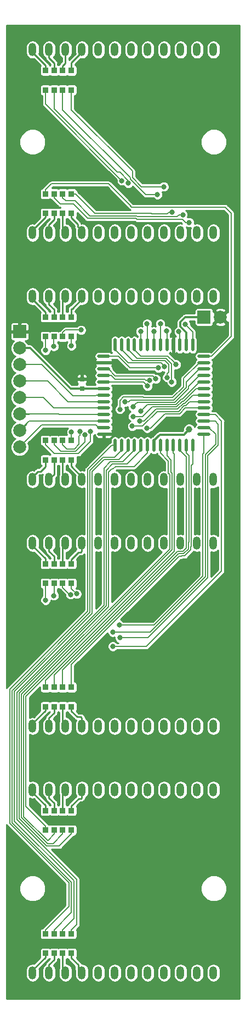
<source format=gbl>
G04 #@! TF.GenerationSoftware,KiCad,Pcbnew,(5.0.0-rc2-35-gda6600525)*
G04 #@! TF.CreationDate,2018-07-07T16:30:24-07:00*
G04 #@! TF.ProjectId,ht1632c-evaluation,687431363332632D6576616C75617469,rev?*
G04 #@! TF.SameCoordinates,Original*
G04 #@! TF.FileFunction,Copper,L2,Bot,Signal*
G04 #@! TF.FilePolarity,Positive*
%FSLAX46Y46*%
G04 Gerber Fmt 4.6, Leading zero omitted, Abs format (unit mm)*
G04 Created by KiCad (PCBNEW (5.0.0-rc2-35-gda6600525)) date 07/07/18 16:30:24*
%MOMM*%
%LPD*%
G01*
G04 APERTURE LIST*
G04 #@! TA.AperFunction,ComponentPad*
%ADD10O,1.200000X2.000000*%
G04 #@! TD*
G04 #@! TA.AperFunction,ComponentPad*
%ADD11C,2.000000*%
G04 #@! TD*
G04 #@! TA.AperFunction,ComponentPad*
%ADD12R,2.000000X2.000000*%
G04 #@! TD*
G04 #@! TA.AperFunction,SMDPad,CuDef*
%ADD13R,0.900000X0.900000*%
G04 #@! TD*
G04 #@! TA.AperFunction,SMDPad,CuDef*
%ADD14R,0.750000X0.800000*%
G04 #@! TD*
G04 #@! TA.AperFunction,SMDPad,CuDef*
%ADD15O,0.500000X2.000000*%
G04 #@! TD*
G04 #@! TA.AperFunction,SMDPad,CuDef*
%ADD16O,2.000000X0.500000*%
G04 #@! TD*
G04 #@! TA.AperFunction,ViaPad*
%ADD17C,0.800000*%
G04 #@! TD*
G04 #@! TA.AperFunction,ViaPad*
%ADD18C,1.000000*%
G04 #@! TD*
G04 #@! TA.AperFunction,Conductor*
%ADD19C,0.300000*%
G04 #@! TD*
G04 #@! TA.AperFunction,Conductor*
%ADD20C,0.177800*%
G04 #@! TD*
G04 #@! TA.AperFunction,Conductor*
%ADD21C,0.250000*%
G04 #@! TD*
G04 #@! TA.AperFunction,Conductor*
%ADD22C,0.254000*%
G04 #@! TD*
G04 APERTURE END LIST*
D10*
G04 #@! TO.P,U2,24*
G04 #@! TO.N,/ROW23'*
X50000000Y-65800000D03*
G04 #@! TO.P,U2,1*
G04 #@! TO.N,/ROW16'*
X50000000Y-94000000D03*
G04 #@! TO.P,U2,23*
G04 #@! TO.N,/ROW22'*
X52540000Y-65800000D03*
G04 #@! TO.P,U2,2*
G04 #@! TO.N,/ROW17'*
X52540000Y-94000000D03*
G04 #@! TO.P,U2,22*
G04 #@! TO.N,/ROW21'*
X55080000Y-65800000D03*
G04 #@! TO.P,U2,3*
G04 #@! TO.N,/ROW18'*
X55080000Y-94000000D03*
G04 #@! TO.P,U2,21*
G04 #@! TO.N,/ROW20'*
X57620000Y-65800000D03*
G04 #@! TO.P,U2,4*
G04 #@! TO.N,/ROW19'*
X57620000Y-94000000D03*
G04 #@! TO.P,U2,20*
G04 #@! TO.N,/COL0*
X60160000Y-65800000D03*
G04 #@! TO.P,U2,5*
G04 #@! TO.N,Net-(U2-Pad5)*
X60160000Y-94000000D03*
G04 #@! TO.P,U2,19*
G04 #@! TO.N,/COL1*
X62700000Y-65800000D03*
G04 #@! TO.P,U2,6*
G04 #@! TO.N,Net-(U2-Pad6)*
X62700000Y-94000000D03*
G04 #@! TO.P,U2,18*
G04 #@! TO.N,/COL2*
X65240000Y-65800000D03*
G04 #@! TO.P,U2,7*
G04 #@! TO.N,Net-(U2-Pad7)*
X65240000Y-94000000D03*
G04 #@! TO.P,U2,17*
G04 #@! TO.N,/COL3*
X67780000Y-65800000D03*
G04 #@! TO.P,U2,8*
G04 #@! TO.N,Net-(U2-Pad8)*
X67780000Y-94000000D03*
G04 #@! TO.P,U2,16*
G04 #@! TO.N,/COL4*
X70320000Y-65800000D03*
G04 #@! TO.P,U2,9*
G04 #@! TO.N,Net-(U2-Pad9)*
X70320000Y-94000000D03*
G04 #@! TO.P,U2,15*
G04 #@! TO.N,/COL5*
X72860000Y-65800000D03*
G04 #@! TO.P,U2,10*
G04 #@! TO.N,Net-(U2-Pad10)*
X72860000Y-94000000D03*
G04 #@! TO.P,U2,14*
G04 #@! TO.N,/COL6*
X75400000Y-65800000D03*
G04 #@! TO.P,U2,11*
G04 #@! TO.N,Net-(U2-Pad11)*
X75400000Y-94000000D03*
G04 #@! TO.P,U2,13*
G04 #@! TO.N,/COL7*
X77940000Y-65800000D03*
G04 #@! TO.P,U2,12*
G04 #@! TO.N,Net-(U2-Pad12)*
X77940000Y-94000000D03*
G04 #@! TD*
D11*
G04 #@! TO.P,J1,2*
G04 #@! TO.N,GNDREF*
X79040000Y-69000000D03*
D12*
G04 #@! TO.P,J1,1*
G04 #@! TO.N,+5V*
X76500000Y-69000000D03*
G04 #@! TD*
D11*
G04 #@! TO.P,J2,8*
G04 #@! TO.N,/OSC*
X48000000Y-89000000D03*
G04 #@! TO.P,J2,7*
G04 #@! TO.N,/DATA*
X48000000Y-86460000D03*
G04 #@! TO.P,J2,6*
G04 #@! TO.N,/~WR*
X48000000Y-83920000D03*
G04 #@! TO.P,J2,5*
G04 #@! TO.N,/~RD*
X48000000Y-81380000D03*
G04 #@! TO.P,J2,4*
G04 #@! TO.N,/~CS*
X48000000Y-78840000D03*
G04 #@! TO.P,J2,3*
G04 #@! TO.N,/SYNC*
X48000000Y-76300000D03*
G04 #@! TO.P,J2,2*
G04 #@! TO.N,VCC*
X48000000Y-73760000D03*
D12*
G04 #@! TO.P,J2,1*
G04 #@! TO.N,GNDREF*
X48000000Y-71220000D03*
G04 #@! TD*
D13*
G04 #@! TO.P,RN1,6*
G04 #@! TO.N,/ROW29*
X54660000Y-34000000D03*
G04 #@! TO.P,RN1,5*
G04 #@! TO.N,/ROW28*
X56000000Y-34000000D03*
G04 #@! TO.P,RN1,8*
G04 #@! TO.N,/ROW31*
X52000000Y-34000000D03*
G04 #@! TO.P,RN1,7*
G04 #@! TO.N,/ROW30*
X53340000Y-34000000D03*
G04 #@! TO.P,RN1,3*
G04 #@! TO.N,/ROW29'*
X54660000Y-31000000D03*
G04 #@! TO.P,RN1,2*
G04 #@! TO.N,/ROW30'*
X53340000Y-31000000D03*
G04 #@! TO.P,RN1,4*
G04 #@! TO.N,/ROW28'*
X56000000Y-31000000D03*
G04 #@! TO.P,RN1,1*
G04 #@! TO.N,/ROW31'*
X52000000Y-31000000D03*
G04 #@! TD*
G04 #@! TO.P,RN2,1*
G04 #@! TO.N,/ROW27'*
X56000000Y-53000000D03*
G04 #@! TO.P,RN2,4*
G04 #@! TO.N,/ROW24'*
X52000000Y-53000000D03*
G04 #@! TO.P,RN2,2*
G04 #@! TO.N,/ROW26'*
X54660000Y-53000000D03*
G04 #@! TO.P,RN2,3*
G04 #@! TO.N,/ROW25'*
X53340000Y-53000000D03*
G04 #@! TO.P,RN2,7*
G04 #@! TO.N,/ROW26*
X54660000Y-50000000D03*
G04 #@! TO.P,RN2,8*
G04 #@! TO.N,/ROW27*
X56000000Y-50000000D03*
G04 #@! TO.P,RN2,5*
G04 #@! TO.N,/ROW24*
X52000000Y-50000000D03*
G04 #@! TO.P,RN2,6*
G04 #@! TO.N,/ROW25*
X53340000Y-50000000D03*
G04 #@! TD*
G04 #@! TO.P,RN3,6*
G04 #@! TO.N,/ROW21*
X54660000Y-72000000D03*
G04 #@! TO.P,RN3,5*
G04 #@! TO.N,/ROW20*
X56000000Y-72000000D03*
G04 #@! TO.P,RN3,8*
G04 #@! TO.N,/ROW23*
X52000000Y-72000000D03*
G04 #@! TO.P,RN3,7*
G04 #@! TO.N,/ROW22*
X53340000Y-72000000D03*
G04 #@! TO.P,RN3,3*
G04 #@! TO.N,/ROW21'*
X54660000Y-69000000D03*
G04 #@! TO.P,RN3,2*
G04 #@! TO.N,/ROW22'*
X53340000Y-69000000D03*
G04 #@! TO.P,RN3,4*
G04 #@! TO.N,/ROW20'*
X56000000Y-69000000D03*
G04 #@! TO.P,RN3,1*
G04 #@! TO.N,/ROW23'*
X52000000Y-69000000D03*
G04 #@! TD*
G04 #@! TO.P,RN4,1*
G04 #@! TO.N,/ROW19'*
X56000000Y-91000000D03*
G04 #@! TO.P,RN4,4*
G04 #@! TO.N,/ROW16'*
X52000000Y-91000000D03*
G04 #@! TO.P,RN4,2*
G04 #@! TO.N,/ROW18'*
X54660000Y-91000000D03*
G04 #@! TO.P,RN4,3*
G04 #@! TO.N,/ROW17'*
X53340000Y-91000000D03*
G04 #@! TO.P,RN4,7*
G04 #@! TO.N,/ROW18*
X54660000Y-88000000D03*
G04 #@! TO.P,RN4,8*
G04 #@! TO.N,/ROW19*
X56000000Y-88000000D03*
G04 #@! TO.P,RN4,5*
G04 #@! TO.N,/ROW16*
X52000000Y-88000000D03*
G04 #@! TO.P,RN4,6*
G04 #@! TO.N,/ROW17*
X53340000Y-88000000D03*
G04 #@! TD*
G04 #@! TO.P,RN5,6*
G04 #@! TO.N,/ROW13*
X54660000Y-110000000D03*
G04 #@! TO.P,RN5,5*
G04 #@! TO.N,/ROW12*
X56000000Y-110000000D03*
G04 #@! TO.P,RN5,8*
G04 #@! TO.N,/ROW15*
X52000000Y-110000000D03*
G04 #@! TO.P,RN5,7*
G04 #@! TO.N,/ROW14*
X53340000Y-110000000D03*
G04 #@! TO.P,RN5,3*
G04 #@! TO.N,/ROW13'*
X54660000Y-107000000D03*
G04 #@! TO.P,RN5,2*
G04 #@! TO.N,/ROW14'*
X53340000Y-107000000D03*
G04 #@! TO.P,RN5,4*
G04 #@! TO.N,/ROW12'*
X56000000Y-107000000D03*
G04 #@! TO.P,RN5,1*
G04 #@! TO.N,/ROW15'*
X52000000Y-107000000D03*
G04 #@! TD*
G04 #@! TO.P,RN6,1*
G04 #@! TO.N,/ROW11'*
X56000000Y-129000000D03*
G04 #@! TO.P,RN6,4*
G04 #@! TO.N,/ROW8'*
X52000000Y-129000000D03*
G04 #@! TO.P,RN6,2*
G04 #@! TO.N,/ROW10'*
X54660000Y-129000000D03*
G04 #@! TO.P,RN6,3*
G04 #@! TO.N,/ROW9'*
X53340000Y-129000000D03*
G04 #@! TO.P,RN6,7*
G04 #@! TO.N,/ROW10*
X54660000Y-126000000D03*
G04 #@! TO.P,RN6,8*
G04 #@! TO.N,/ROW11*
X56000000Y-126000000D03*
G04 #@! TO.P,RN6,5*
G04 #@! TO.N,/ROW8*
X52000000Y-126000000D03*
G04 #@! TO.P,RN6,6*
G04 #@! TO.N,/ROW9*
X53340000Y-126000000D03*
G04 #@! TD*
G04 #@! TO.P,RN7,6*
G04 #@! TO.N,/ROW5*
X54660000Y-148000000D03*
G04 #@! TO.P,RN7,5*
G04 #@! TO.N,/ROW4*
X56000000Y-148000000D03*
G04 #@! TO.P,RN7,8*
G04 #@! TO.N,/ROW7*
X52000000Y-148000000D03*
G04 #@! TO.P,RN7,7*
G04 #@! TO.N,/ROW6*
X53340000Y-148000000D03*
G04 #@! TO.P,RN7,3*
G04 #@! TO.N,/ROW5'*
X54660000Y-145000000D03*
G04 #@! TO.P,RN7,2*
G04 #@! TO.N,/ROW6'*
X53340000Y-145000000D03*
G04 #@! TO.P,RN7,4*
G04 #@! TO.N,/ROW4'*
X56000000Y-145000000D03*
G04 #@! TO.P,RN7,1*
G04 #@! TO.N,/ROW7'*
X52000000Y-145000000D03*
G04 #@! TD*
G04 #@! TO.P,RN8,1*
G04 #@! TO.N,/ROW3'*
X56000000Y-167000000D03*
G04 #@! TO.P,RN8,4*
G04 #@! TO.N,/ROW0'*
X52000000Y-167000000D03*
G04 #@! TO.P,RN8,2*
G04 #@! TO.N,/ROW2'*
X54660000Y-167000000D03*
G04 #@! TO.P,RN8,3*
G04 #@! TO.N,/ROW1'*
X53340000Y-167000000D03*
G04 #@! TO.P,RN8,7*
G04 #@! TO.N,/ROW2*
X54660000Y-164000000D03*
G04 #@! TO.P,RN8,8*
G04 #@! TO.N,/ROW3*
X56000000Y-164000000D03*
G04 #@! TO.P,RN8,5*
G04 #@! TO.N,/ROW0*
X52000000Y-164000000D03*
G04 #@! TO.P,RN8,6*
G04 #@! TO.N,/ROW1*
X53340000Y-164000000D03*
G04 #@! TD*
D10*
G04 #@! TO.P,U1,12*
G04 #@! TO.N,Net-(U1-Pad12)*
X77940000Y-56000000D03*
G04 #@! TO.P,U1,13*
G04 #@! TO.N,/COL7*
X77940000Y-27800000D03*
G04 #@! TO.P,U1,11*
G04 #@! TO.N,Net-(U1-Pad11)*
X75400000Y-56000000D03*
G04 #@! TO.P,U1,14*
G04 #@! TO.N,/COL6*
X75400000Y-27800000D03*
G04 #@! TO.P,U1,10*
G04 #@! TO.N,Net-(U1-Pad10)*
X72860000Y-56000000D03*
G04 #@! TO.P,U1,15*
G04 #@! TO.N,/COL5*
X72860000Y-27800000D03*
G04 #@! TO.P,U1,9*
G04 #@! TO.N,Net-(U1-Pad9)*
X70320000Y-56000000D03*
G04 #@! TO.P,U1,16*
G04 #@! TO.N,/COL4*
X70320000Y-27800000D03*
G04 #@! TO.P,U1,8*
G04 #@! TO.N,Net-(U1-Pad8)*
X67780000Y-56000000D03*
G04 #@! TO.P,U1,17*
G04 #@! TO.N,/COL3*
X67780000Y-27800000D03*
G04 #@! TO.P,U1,7*
G04 #@! TO.N,Net-(U1-Pad7)*
X65240000Y-56000000D03*
G04 #@! TO.P,U1,18*
G04 #@! TO.N,/COL2*
X65240000Y-27800000D03*
G04 #@! TO.P,U1,6*
G04 #@! TO.N,Net-(U1-Pad6)*
X62700000Y-56000000D03*
G04 #@! TO.P,U1,19*
G04 #@! TO.N,/COL1*
X62700000Y-27800000D03*
G04 #@! TO.P,U1,5*
G04 #@! TO.N,Net-(U1-Pad5)*
X60160000Y-56000000D03*
G04 #@! TO.P,U1,20*
G04 #@! TO.N,/COL0*
X60160000Y-27800000D03*
G04 #@! TO.P,U1,4*
G04 #@! TO.N,/ROW27'*
X57620000Y-56000000D03*
G04 #@! TO.P,U1,21*
G04 #@! TO.N,/ROW28'*
X57620000Y-27800000D03*
G04 #@! TO.P,U1,3*
G04 #@! TO.N,/ROW26'*
X55080000Y-56000000D03*
G04 #@! TO.P,U1,22*
G04 #@! TO.N,/ROW29'*
X55080000Y-27800000D03*
G04 #@! TO.P,U1,2*
G04 #@! TO.N,/ROW25'*
X52540000Y-56000000D03*
G04 #@! TO.P,U1,23*
G04 #@! TO.N,/ROW30'*
X52540000Y-27800000D03*
G04 #@! TO.P,U1,1*
G04 #@! TO.N,/ROW24'*
X50000000Y-56000000D03*
G04 #@! TO.P,U1,24*
G04 #@! TO.N,/ROW31'*
X50000000Y-27800000D03*
G04 #@! TD*
G04 #@! TO.P,U3,12*
G04 #@! TO.N,Net-(U3-Pad12)*
X77940000Y-132000000D03*
G04 #@! TO.P,U3,13*
G04 #@! TO.N,/COL7*
X77940000Y-103800000D03*
G04 #@! TO.P,U3,11*
G04 #@! TO.N,Net-(U3-Pad11)*
X75400000Y-132000000D03*
G04 #@! TO.P,U3,14*
G04 #@! TO.N,/COL6*
X75400000Y-103800000D03*
G04 #@! TO.P,U3,10*
G04 #@! TO.N,Net-(U3-Pad10)*
X72860000Y-132000000D03*
G04 #@! TO.P,U3,15*
G04 #@! TO.N,/COL5*
X72860000Y-103800000D03*
G04 #@! TO.P,U3,9*
G04 #@! TO.N,Net-(U3-Pad9)*
X70320000Y-132000000D03*
G04 #@! TO.P,U3,16*
G04 #@! TO.N,/COL4*
X70320000Y-103800000D03*
G04 #@! TO.P,U3,8*
G04 #@! TO.N,Net-(U3-Pad8)*
X67780000Y-132000000D03*
G04 #@! TO.P,U3,17*
G04 #@! TO.N,/COL3*
X67780000Y-103800000D03*
G04 #@! TO.P,U3,7*
G04 #@! TO.N,Net-(U3-Pad7)*
X65240000Y-132000000D03*
G04 #@! TO.P,U3,18*
G04 #@! TO.N,/COL2*
X65240000Y-103800000D03*
G04 #@! TO.P,U3,6*
G04 #@! TO.N,Net-(U3-Pad6)*
X62700000Y-132000000D03*
G04 #@! TO.P,U3,19*
G04 #@! TO.N,/COL1*
X62700000Y-103800000D03*
G04 #@! TO.P,U3,5*
G04 #@! TO.N,Net-(U3-Pad5)*
X60160000Y-132000000D03*
G04 #@! TO.P,U3,20*
G04 #@! TO.N,/COL0*
X60160000Y-103800000D03*
G04 #@! TO.P,U3,4*
G04 #@! TO.N,/ROW11'*
X57620000Y-132000000D03*
G04 #@! TO.P,U3,21*
G04 #@! TO.N,/ROW12'*
X57620000Y-103800000D03*
G04 #@! TO.P,U3,3*
G04 #@! TO.N,/ROW10'*
X55080000Y-132000000D03*
G04 #@! TO.P,U3,22*
G04 #@! TO.N,/ROW13'*
X55080000Y-103800000D03*
G04 #@! TO.P,U3,2*
G04 #@! TO.N,/ROW9'*
X52540000Y-132000000D03*
G04 #@! TO.P,U3,23*
G04 #@! TO.N,/ROW14'*
X52540000Y-103800000D03*
G04 #@! TO.P,U3,1*
G04 #@! TO.N,/ROW8'*
X50000000Y-132000000D03*
G04 #@! TO.P,U3,24*
G04 #@! TO.N,/ROW15'*
X50000000Y-103800000D03*
G04 #@! TD*
G04 #@! TO.P,U4,24*
G04 #@! TO.N,/ROW7'*
X50000000Y-141800000D03*
G04 #@! TO.P,U4,1*
G04 #@! TO.N,/ROW0'*
X50000000Y-170000000D03*
G04 #@! TO.P,U4,23*
G04 #@! TO.N,/ROW6'*
X52540000Y-141800000D03*
G04 #@! TO.P,U4,2*
G04 #@! TO.N,/ROW1'*
X52540000Y-170000000D03*
G04 #@! TO.P,U4,22*
G04 #@! TO.N,/ROW5'*
X55080000Y-141800000D03*
G04 #@! TO.P,U4,3*
G04 #@! TO.N,/ROW2'*
X55080000Y-170000000D03*
G04 #@! TO.P,U4,21*
G04 #@! TO.N,/ROW4'*
X57620000Y-141800000D03*
G04 #@! TO.P,U4,4*
G04 #@! TO.N,/ROW3'*
X57620000Y-170000000D03*
G04 #@! TO.P,U4,20*
G04 #@! TO.N,/COL0*
X60160000Y-141800000D03*
G04 #@! TO.P,U4,5*
G04 #@! TO.N,Net-(U4-Pad5)*
X60160000Y-170000000D03*
G04 #@! TO.P,U4,19*
G04 #@! TO.N,/COL1*
X62700000Y-141800000D03*
G04 #@! TO.P,U4,6*
G04 #@! TO.N,Net-(U4-Pad6)*
X62700000Y-170000000D03*
G04 #@! TO.P,U4,18*
G04 #@! TO.N,/COL2*
X65240000Y-141800000D03*
G04 #@! TO.P,U4,7*
G04 #@! TO.N,Net-(U4-Pad7)*
X65240000Y-170000000D03*
G04 #@! TO.P,U4,17*
G04 #@! TO.N,/COL3*
X67780000Y-141800000D03*
G04 #@! TO.P,U4,8*
G04 #@! TO.N,Net-(U4-Pad8)*
X67780000Y-170000000D03*
G04 #@! TO.P,U4,16*
G04 #@! TO.N,/COL4*
X70320000Y-141800000D03*
G04 #@! TO.P,U4,9*
G04 #@! TO.N,Net-(U4-Pad9)*
X70320000Y-170000000D03*
G04 #@! TO.P,U4,15*
G04 #@! TO.N,/COL5*
X72860000Y-141800000D03*
G04 #@! TO.P,U4,10*
G04 #@! TO.N,Net-(U4-Pad10)*
X72860000Y-170000000D03*
G04 #@! TO.P,U4,14*
G04 #@! TO.N,/COL6*
X75400000Y-141800000D03*
G04 #@! TO.P,U4,11*
G04 #@! TO.N,Net-(U4-Pad11)*
X75400000Y-170000000D03*
G04 #@! TO.P,U4,13*
G04 #@! TO.N,/COL7*
X77940000Y-141800000D03*
G04 #@! TO.P,U4,12*
G04 #@! TO.N,Net-(U4-Pad12)*
X77940000Y-170000000D03*
G04 #@! TD*
D14*
G04 #@! TO.P,C1,1*
G04 #@! TO.N,VCC*
X57630000Y-80030000D03*
G04 #@! TO.P,C1,2*
G04 #@! TO.N,GNDREF*
X57630000Y-78530000D03*
G04 #@! TD*
D15*
G04 #@! TO.P,U5,1*
G04 #@! TO.N,/ROW11*
X74750000Y-88750000D03*
G04 #@! TO.P,U5,2*
G04 #@! TO.N,/ROW10*
X73750000Y-88750000D03*
G04 #@! TO.P,U5,3*
G04 #@! TO.N,/ROW9*
X72750000Y-88750000D03*
G04 #@! TO.P,U5,4*
G04 #@! TO.N,/ROW8*
X71750000Y-88750000D03*
G04 #@! TO.P,U5,5*
G04 #@! TO.N,/ROW7*
X70750000Y-88750000D03*
G04 #@! TO.P,U5,6*
G04 #@! TO.N,/ROW6*
X69750000Y-88750000D03*
G04 #@! TO.P,U5,7*
G04 #@! TO.N,+5V*
X68750000Y-88750000D03*
G04 #@! TO.P,U5,8*
G04 #@! TO.N,/ROW5*
X67750000Y-88750000D03*
G04 #@! TO.P,U5,9*
G04 #@! TO.N,/ROW4*
X66750000Y-88750000D03*
G04 #@! TO.P,U5,10*
G04 #@! TO.N,/ROW3*
X65750000Y-88750000D03*
G04 #@! TO.P,U5,11*
G04 #@! TO.N,/ROW2*
X64750000Y-88750000D03*
G04 #@! TO.P,U5,12*
G04 #@! TO.N,/ROW1*
X63750000Y-88750000D03*
G04 #@! TO.P,U5,13*
G04 #@! TO.N,/ROW0*
X62750000Y-88750000D03*
D16*
G04 #@! TO.P,U5,14*
G04 #@! TO.N,GNDREF*
X61000000Y-87000000D03*
G04 #@! TO.P,U5,15*
G04 #@! TO.N,/OSC*
X61000000Y-86000000D03*
G04 #@! TO.P,U5,16*
G04 #@! TO.N,/DATA*
X61000000Y-85000000D03*
G04 #@! TO.P,U5,17*
G04 #@! TO.N,/~WR*
X61000000Y-84000000D03*
G04 #@! TO.P,U5,18*
G04 #@! TO.N,/~RD*
X61000000Y-83000000D03*
G04 #@! TO.P,U5,19*
G04 #@! TO.N,/~CS*
X61000000Y-82000000D03*
G04 #@! TO.P,U5,20*
G04 #@! TO.N,/SYNC*
X61000000Y-81000000D03*
G04 #@! TO.P,U5,21*
G04 #@! TO.N,VCC*
X61000000Y-80000000D03*
G04 #@! TO.P,U5,22*
G04 #@! TO.N,/COL0*
X61000000Y-79000000D03*
G04 #@! TO.P,U5,23*
G04 #@! TO.N,/COL1*
X61000000Y-78000000D03*
G04 #@! TO.P,U5,24*
G04 #@! TO.N,/COL2*
X61000000Y-77000000D03*
G04 #@! TO.P,U5,25*
G04 #@! TO.N,GNDREF*
X61000000Y-76000000D03*
G04 #@! TO.P,U5,26*
G04 #@! TO.N,/COL3*
X61000000Y-75000000D03*
D15*
G04 #@! TO.P,U5,27*
G04 #@! TO.N,/COL4*
X62750000Y-73250000D03*
G04 #@! TO.P,U5,28*
G04 #@! TO.N,/COL5*
X63750000Y-73250000D03*
G04 #@! TO.P,U5,29*
G04 #@! TO.N,/COL6*
X64750000Y-73250000D03*
G04 #@! TO.P,U5,30*
G04 #@! TO.N,/COL7*
X65750000Y-73250000D03*
G04 #@! TO.P,U5,31*
G04 #@! TO.N,/ROW31*
X66750000Y-73250000D03*
G04 #@! TO.P,U5,32*
G04 #@! TO.N,/ROW30*
X67750000Y-73250000D03*
G04 #@! TO.P,U5,33*
G04 #@! TO.N,/ROW29*
X68750000Y-73250000D03*
G04 #@! TO.P,U5,34*
G04 #@! TO.N,/ROW28*
X69750000Y-73250000D03*
G04 #@! TO.P,U5,35*
G04 #@! TO.N,/ROW27*
X70750000Y-73250000D03*
G04 #@! TO.P,U5,36*
G04 #@! TO.N,GNDREF*
X71750000Y-73250000D03*
G04 #@! TO.P,U5,37*
G04 #@! TO.N,/ROW26*
X72750000Y-73250000D03*
G04 #@! TO.P,U5,38*
G04 #@! TO.N,+5V*
X73750000Y-73250000D03*
G04 #@! TO.P,U5,39*
G04 #@! TO.N,/ROW25*
X74750000Y-73250000D03*
D16*
G04 #@! TO.P,U5,40*
G04 #@! TO.N,/ROW24*
X76500000Y-75000000D03*
G04 #@! TO.P,U5,41*
G04 #@! TO.N,/ROW23*
X76500000Y-76000000D03*
G04 #@! TO.P,U5,42*
G04 #@! TO.N,/ROW22*
X76500000Y-77000000D03*
G04 #@! TO.P,U5,43*
G04 #@! TO.N,/ROW21*
X76500000Y-78000000D03*
G04 #@! TO.P,U5,44*
G04 #@! TO.N,/ROW20*
X76500000Y-79000000D03*
G04 #@! TO.P,U5,45*
G04 #@! TO.N,/ROW19*
X76500000Y-80000000D03*
G04 #@! TO.P,U5,46*
G04 #@! TO.N,/ROW18*
X76500000Y-81000000D03*
G04 #@! TO.P,U5,47*
G04 #@! TO.N,/ROW17*
X76500000Y-82000000D03*
G04 #@! TO.P,U5,48*
G04 #@! TO.N,/ROW16*
X76500000Y-83000000D03*
G04 #@! TO.P,U5,49*
G04 #@! TO.N,/ROW15*
X76500000Y-84000000D03*
G04 #@! TO.P,U5,50*
G04 #@! TO.N,/ROW14*
X76500000Y-85000000D03*
G04 #@! TO.P,U5,51*
G04 #@! TO.N,/ROW13*
X76500000Y-86000000D03*
G04 #@! TO.P,U5,52*
G04 #@! TO.N,/ROW12*
X76500000Y-87000000D03*
G04 #@! TD*
D17*
G04 #@! TO.N,GNDREF*
X63200000Y-97100000D03*
X78100000Y-98000000D03*
X75400000Y-97500000D03*
X73000000Y-96300000D03*
X78100000Y-107300000D03*
X62900000Y-110300000D03*
X60100000Y-110200000D03*
X60100000Y-97600000D03*
X69900000Y-113700000D03*
X60100000Y-50600000D03*
X68100000Y-115400000D03*
X68400000Y-120800000D03*
X63600000Y-120900000D03*
X60500000Y-119600000D03*
X56200000Y-115100000D03*
X50000000Y-128800000D03*
X64300000Y-115500000D03*
X68900000Y-111100000D03*
D18*
G04 #@! TO.N,+5V*
X74200000Y-86300000D03*
D17*
G04 #@! TO.N,/ROW29*
X69300000Y-50100000D03*
X68733411Y-71200000D03*
G04 #@! TO.N,/ROW28*
X70300000Y-48900000D03*
X69744633Y-70000000D03*
G04 #@! TO.N,/ROW31*
X66700000Y-71200000D03*
X63800000Y-47970000D03*
G04 #@! TO.N,/ROW30*
X67700000Y-70000000D03*
X64800000Y-48380000D03*
G04 #@! TO.N,/ROW26*
X73206744Y-53237235D03*
X72607283Y-71236563D03*
G04 #@! TO.N,/ROW27*
X70700000Y-71100000D03*
X71555611Y-52800000D03*
G04 #@! TO.N,/ROW25*
X73600000Y-70100000D03*
X74200000Y-54400000D03*
G04 #@! TO.N,/ROW21*
X57500000Y-70985612D03*
X65500000Y-82800000D03*
G04 #@! TO.N,/ROW20*
X56000000Y-73400000D03*
X66699996Y-83500000D03*
G04 #@! TO.N,/ROW23*
X52000000Y-74100000D03*
X63500000Y-83200000D03*
G04 #@! TO.N,/ROW22*
X53300000Y-73500000D03*
X64264261Y-82042650D03*
G04 #@! TO.N,/ROW18*
X57300000Y-86600000D03*
X66595762Y-85030205D03*
G04 #@! TO.N,/ROW19*
X56000000Y-86700000D03*
X65500000Y-84300000D03*
G04 #@! TO.N,/ROW16*
X58937649Y-86592878D03*
X67700000Y-86100000D03*
G04 #@! TO.N,/ROW17*
X58121149Y-87130877D03*
X65400000Y-85800000D03*
G04 #@! TO.N,/ROW13*
X62400000Y-117500000D03*
X55865862Y-111725441D03*
G04 #@! TO.N,/ROW12*
X63400000Y-116400000D03*
X56838763Y-111627562D03*
G04 #@! TO.N,/ROW15*
X52000000Y-112600000D03*
X62400000Y-119700000D03*
G04 #@! TO.N,/ROW14*
X53300000Y-111900000D03*
X63500000Y-118400000D03*
G04 #@! TO.N,/COL0*
X67763253Y-79621468D03*
G04 #@! TO.N,/COL1*
X68082518Y-78697246D03*
G04 #@! TO.N,/COL2*
X69042270Y-78510182D03*
G04 #@! TO.N,/COL3*
X69439975Y-76810696D03*
G04 #@! TO.N,/COL4*
X70395171Y-76601608D03*
G04 #@! TO.N,/COL5*
X70808418Y-78279474D03*
G04 #@! TO.N,/COL6*
X71501971Y-78968749D03*
G04 #@! TO.N,/COL7*
X72172190Y-76292047D03*
G04 #@! TD*
D19*
G04 #@! TO.N,GNDREF*
X61300000Y-87000000D02*
X60500000Y-87000000D01*
X57720000Y-78530000D02*
X57630000Y-78530000D01*
X61000000Y-76000000D02*
X60250000Y-76000000D01*
X71750000Y-74000000D02*
X71750000Y-73250000D01*
X61000000Y-76000000D02*
X61750000Y-76000000D01*
X61000000Y-87000000D02*
X61750000Y-87000000D01*
G04 #@! TO.N,+5V*
X73750000Y-71350000D02*
X73750000Y-73250000D01*
X72800000Y-70400000D02*
X73750000Y-71350000D01*
X72800000Y-69800000D02*
X72800000Y-70400000D01*
X76500000Y-69000000D02*
X73600000Y-69000000D01*
X73600000Y-69000000D02*
X72800000Y-69800000D01*
X68750000Y-88000000D02*
X69650000Y-87100000D01*
X68750000Y-88750000D02*
X68750000Y-88000000D01*
X69650000Y-87100000D02*
X73400000Y-87100000D01*
X73400000Y-87100000D02*
X74200000Y-86300000D01*
D20*
G04 #@! TO.N,/SYNC*
X59822200Y-81000000D02*
X59722200Y-81100000D01*
X61000000Y-81000000D02*
X59822200Y-81000000D01*
X59722200Y-81100000D02*
X56200000Y-81100000D01*
X51400000Y-76300000D02*
X48000000Y-76300000D01*
X56200000Y-81100000D02*
X51400000Y-76300000D01*
G04 #@! TO.N,/OSC*
X51427800Y-85572200D02*
X48000000Y-89000000D01*
X60250000Y-86000000D02*
X59822200Y-85572200D01*
X61000000Y-86000000D02*
X60250000Y-86000000D01*
X59822200Y-85572200D02*
X51427800Y-85572200D01*
D21*
G04 #@! TO.N,/DATA*
X48000000Y-86460000D02*
X48999999Y-85460001D01*
D20*
X48460000Y-86000000D02*
X48000000Y-86460000D01*
X61000000Y-85000000D02*
X59822200Y-85000000D01*
X49460000Y-85000000D02*
X48000000Y-86460000D01*
X61000000Y-85000000D02*
X49460000Y-85000000D01*
D21*
G04 #@! TO.N,/~WR*
X48000000Y-83920000D02*
X49414213Y-83920000D01*
D20*
X61000000Y-84000000D02*
X54100000Y-84000000D01*
X54020000Y-83920000D02*
X48000000Y-83920000D01*
X54100000Y-84000000D02*
X54020000Y-83920000D01*
G04 #@! TO.N,/~RD*
X51680000Y-81380000D02*
X48000000Y-81380000D01*
X61000000Y-83000000D02*
X53300000Y-83000000D01*
X53300000Y-83000000D02*
X51680000Y-81380000D01*
G04 #@! TO.N,/~CS*
X52340000Y-78840000D02*
X48000000Y-78840000D01*
X61000000Y-82000000D02*
X55500000Y-82000000D01*
X55500000Y-82000000D02*
X52340000Y-78840000D01*
D19*
G04 #@! TO.N,VCC*
X57660000Y-80000000D02*
X57630000Y-80030000D01*
X61000000Y-80000000D02*
X57660000Y-80000000D01*
X48000000Y-73760000D02*
X49584274Y-73760000D01*
X49584274Y-73760000D02*
X55854274Y-80030000D01*
X56955000Y-80030000D02*
X57630000Y-80030000D01*
X55854274Y-80030000D02*
X56955000Y-80030000D01*
D20*
G04 #@! TO.N,/ROW29*
X68750000Y-71216589D02*
X68733411Y-71200000D01*
X68750000Y-73250000D02*
X68750000Y-71216589D01*
X54660000Y-37049629D02*
X54660000Y-34000000D01*
X69300000Y-50100000D02*
X67464388Y-50100000D01*
X65077687Y-47713299D02*
X65077687Y-47467316D01*
X65077687Y-47467316D02*
X54660000Y-37049629D01*
X67464388Y-50100000D02*
X65077687Y-47713299D01*
G04 #@! TO.N,/ROW28*
X69750000Y-70005367D02*
X69744633Y-70000000D01*
X69750000Y-73250000D02*
X69750000Y-70005367D01*
X56000000Y-37086720D02*
X56000000Y-34000000D01*
X70300000Y-48900000D02*
X66809627Y-48900000D01*
X65433298Y-46520018D02*
X56000000Y-37086720D01*
X65433298Y-47523671D02*
X65433298Y-46520018D01*
X66809627Y-48900000D02*
X65433298Y-47523671D01*
G04 #@! TO.N,/ROW31*
X66750000Y-73250000D02*
X66750000Y-72500000D01*
X52000000Y-36170000D02*
X52000000Y-34000000D01*
X66750000Y-73250000D02*
X66750000Y-71250000D01*
X66750000Y-71250000D02*
X66700000Y-71200000D01*
X63800000Y-47970000D02*
X52000000Y-36170000D01*
G04 #@! TO.N,/ROW30*
X67750000Y-70050000D02*
X67700000Y-70000000D01*
X67750000Y-73250000D02*
X67750000Y-70050000D01*
X53340000Y-36920000D02*
X53340000Y-34000000D01*
X63097688Y-46677688D02*
X53340000Y-36920000D01*
X63494406Y-46677688D02*
X63097688Y-46677688D01*
X64800000Y-47983282D02*
X63494406Y-46677688D01*
X64800000Y-48380000D02*
X64800000Y-47983282D01*
D21*
G04 #@! TO.N,/ROW29'*
X55080000Y-27800000D02*
X55080000Y-29850000D01*
X54660000Y-30270000D02*
X54660000Y-31000000D01*
X55080000Y-29850000D02*
X54660000Y-30270000D01*
G04 #@! TO.N,/ROW30'*
X53340000Y-29850000D02*
X53340000Y-31000000D01*
X52540000Y-29050000D02*
X53340000Y-29850000D01*
X52540000Y-27800000D02*
X52540000Y-29050000D01*
G04 #@! TO.N,/ROW28'*
X56000000Y-29820000D02*
X56000000Y-31000000D01*
X57620000Y-27800000D02*
X57620000Y-28200000D01*
X57620000Y-28200000D02*
X56000000Y-29820000D01*
G04 #@! TO.N,/ROW31'*
X52000000Y-30200000D02*
X52000000Y-31000000D01*
X50000000Y-28200000D02*
X52000000Y-30200000D01*
X50000000Y-27800000D02*
X50000000Y-28200000D01*
G04 #@! TO.N,/ROW27'*
X56000000Y-53700000D02*
X57000000Y-54700000D01*
X56000000Y-53000000D02*
X56000000Y-53700000D01*
X57000000Y-54700000D02*
X57000000Y-55050000D01*
X57620000Y-55670000D02*
X57620000Y-56000000D01*
X57000000Y-55050000D02*
X57620000Y-55670000D01*
G04 #@! TO.N,/ROW24'*
X52000000Y-53600000D02*
X52000000Y-53000000D01*
X50000000Y-55600000D02*
X52000000Y-53600000D01*
X50000000Y-56000000D02*
X50000000Y-55600000D01*
G04 #@! TO.N,/ROW26'*
X54660000Y-55580000D02*
X55080000Y-56000000D01*
X54660000Y-53000000D02*
X54660000Y-55580000D01*
G04 #@! TO.N,/ROW25'*
X53340000Y-53950000D02*
X53340000Y-53000000D01*
X52540000Y-54750000D02*
X53340000Y-53950000D01*
X52540000Y-56000000D02*
X52540000Y-54750000D01*
D20*
G04 #@! TO.N,/ROW26*
X56600000Y-51090000D02*
X58890000Y-53380000D01*
X58890000Y-53380000D02*
X66077092Y-53380000D01*
X66077092Y-53380000D02*
X66241481Y-53544389D01*
X66241481Y-53544389D02*
X72333905Y-53544389D01*
X72333905Y-53544389D02*
X72641059Y-53237235D01*
X72641059Y-53237235D02*
X73206744Y-53237235D01*
X54660000Y-50000000D02*
X54660000Y-50627800D01*
X55122200Y-51090000D02*
X56600000Y-51090000D01*
X54660000Y-50627800D02*
X55122200Y-51090000D01*
X72750000Y-71379280D02*
X72607283Y-71236563D01*
X72750000Y-73250000D02*
X72750000Y-71379280D01*
G04 #@! TO.N,/ROW27*
X56000000Y-50000000D02*
X56627800Y-50000000D01*
X59293290Y-52665490D02*
X59293290Y-52683290D01*
X56627800Y-50000000D02*
X59027800Y-52400000D01*
X59027800Y-52400000D02*
X59293290Y-52665490D01*
X70750000Y-73250000D02*
X70750000Y-71150000D01*
X70750000Y-71150000D02*
X70700000Y-71100000D01*
X59652189Y-53024389D02*
X59027800Y-52400000D01*
X68442328Y-53116383D02*
X70783617Y-53116383D01*
X68350334Y-53024389D02*
X68442328Y-53116383D01*
X66072702Y-53024389D02*
X65900000Y-53024389D01*
X65900000Y-53024389D02*
X68350334Y-53024389D01*
X65900000Y-53024389D02*
X59652189Y-53024389D01*
X71100000Y-52800000D02*
X71555611Y-52800000D01*
X70783617Y-53116383D02*
X71100000Y-52800000D01*
G04 #@! TO.N,/ROW24*
X52000000Y-49372200D02*
X52922200Y-48450000D01*
X52922200Y-48450000D02*
X61739736Y-48450000D01*
X52000000Y-50000000D02*
X52000000Y-49372200D01*
X65323034Y-52033298D02*
X64800000Y-51510264D01*
X61739736Y-48450000D02*
X64800000Y-51510264D01*
X64800000Y-51510264D02*
X65172283Y-51882547D01*
X77677800Y-75000000D02*
X80700000Y-71977800D01*
X76500000Y-75000000D02*
X77677800Y-75000000D01*
X80700000Y-71977800D02*
X80700000Y-53000000D01*
X79733298Y-52033298D02*
X71400000Y-52033298D01*
X80700000Y-53000000D02*
X79733298Y-52033298D01*
X71875629Y-52033298D02*
X71400000Y-52033298D01*
X71400000Y-52033298D02*
X65323034Y-52033298D01*
G04 #@! TO.N,/ROW25*
X56290000Y-51590000D02*
X54302200Y-51590000D01*
X54302200Y-51590000D02*
X53340000Y-50627800D01*
X58486710Y-53786710D02*
X56290000Y-51590000D01*
X53340000Y-50627800D02*
X53340000Y-50000000D01*
X74750000Y-73250000D02*
X74750000Y-71250000D01*
X74750000Y-71250000D02*
X73600000Y-70100000D01*
X66094183Y-53899999D02*
X65980894Y-53786710D01*
X73134314Y-53899999D02*
X66094183Y-53899999D01*
X74200000Y-54400000D02*
X73634315Y-54400000D01*
X65980894Y-53786710D02*
X58486710Y-53786710D01*
X73634315Y-54400000D02*
X73134314Y-53899999D01*
G04 #@! TO.N,/ROW21*
X54660000Y-72000000D02*
X54660000Y-71372200D01*
X54660000Y-71372200D02*
X55046588Y-70985612D01*
X55046588Y-70985612D02*
X57500000Y-70985612D01*
X71974234Y-82111222D02*
X66188778Y-82111222D01*
X66188778Y-82111222D02*
X65899999Y-82400001D01*
X65899999Y-82400001D02*
X65500000Y-82800000D01*
X74077933Y-80007523D02*
X71974234Y-82111222D01*
X76500000Y-78000000D02*
X75750000Y-78000000D01*
X74077933Y-79672067D02*
X74077933Y-80007523D01*
X75750000Y-78000000D02*
X74077933Y-79672067D01*
G04 #@! TO.N,/ROW20*
X56000000Y-72000000D02*
X56000000Y-73400000D01*
X73010808Y-81577556D02*
X72121531Y-82466833D01*
X67733163Y-82466833D02*
X67099995Y-83100001D01*
X76500000Y-79000000D02*
X75750000Y-79000000D01*
X67099995Y-83100001D02*
X66699996Y-83500000D01*
X72121531Y-82466833D02*
X67733163Y-82466833D01*
X73172444Y-81577556D02*
X73010808Y-81577556D01*
X75750000Y-79000000D02*
X73172444Y-81577556D01*
G04 #@! TO.N,/ROW23*
X52000000Y-72000000D02*
X52000000Y-74100000D01*
X73366711Y-78383289D02*
X73366711Y-79712927D01*
X71679638Y-81400000D02*
X67189627Y-81400000D01*
X73366711Y-79712927D02*
X71679638Y-81400000D01*
X63500000Y-81834315D02*
X63500000Y-82634315D01*
X75750000Y-76000000D02*
X73366711Y-78383289D01*
X76500000Y-76000000D02*
X75750000Y-76000000D01*
X64034315Y-81300000D02*
X63500000Y-81834315D01*
X67189627Y-81400000D02*
X67089627Y-81300000D01*
X63500000Y-82634315D02*
X63500000Y-83200000D01*
X67089627Y-81300000D02*
X64034315Y-81300000D01*
G04 #@! TO.N,/ROW22*
X53300000Y-72040000D02*
X53340000Y-72000000D01*
X53300000Y-73500000D02*
X53300000Y-72040000D01*
X75750000Y-77000000D02*
X73722322Y-79027678D01*
X73722322Y-79860224D02*
X71826935Y-81755611D01*
X71826935Y-81755611D02*
X65116985Y-81755611D01*
X76500000Y-77000000D02*
X75750000Y-77000000D01*
X73722322Y-79027678D02*
X73722322Y-79860224D01*
X64829946Y-82042650D02*
X64264261Y-82042650D01*
X65116985Y-81755611D02*
X64829946Y-82042650D01*
D21*
G04 #@! TO.N,/ROW21'*
X54660000Y-66220000D02*
X55080000Y-65800000D01*
X54660000Y-69000000D02*
X54660000Y-66220000D01*
G04 #@! TO.N,/ROW22'*
X53340000Y-67850000D02*
X53340000Y-69000000D01*
X52540000Y-67050000D02*
X53340000Y-67850000D01*
X52540000Y-65800000D02*
X52540000Y-67050000D01*
G04 #@! TO.N,/ROW20'*
X56000000Y-69000000D02*
X56000000Y-67700000D01*
X57620000Y-66200000D02*
X57620000Y-65800000D01*
X56120000Y-67700000D02*
X57620000Y-66200000D01*
X56000000Y-67700000D02*
X56120000Y-67700000D01*
G04 #@! TO.N,/ROW23'*
X52000000Y-68200000D02*
X52000000Y-69000000D01*
X50000000Y-66200000D02*
X52000000Y-68200000D01*
X50000000Y-65800000D02*
X50000000Y-66200000D01*
G04 #@! TO.N,/ROW19'*
X57620000Y-93600000D02*
X57620000Y-94000000D01*
X56000000Y-91980000D02*
X57620000Y-93600000D01*
X56000000Y-91000000D02*
X56000000Y-91980000D01*
G04 #@! TO.N,/ROW16'*
X50000000Y-93600000D02*
X50000000Y-94000000D01*
X50850000Y-92750000D02*
X50000000Y-93600000D01*
X51250000Y-92750000D02*
X50850000Y-92750000D01*
X52000000Y-92000000D02*
X51250000Y-92750000D01*
X52000000Y-91000000D02*
X52000000Y-92000000D01*
G04 #@! TO.N,/ROW18'*
X54660000Y-93580000D02*
X55080000Y-94000000D01*
X54660000Y-91000000D02*
X54660000Y-93580000D01*
G04 #@! TO.N,/ROW17'*
X53340000Y-93200000D02*
X52540000Y-94000000D01*
X53340000Y-91000000D02*
X53340000Y-93200000D01*
D20*
G04 #@! TO.N,/ROW18*
X54660000Y-88000000D02*
X54660000Y-88627800D01*
X54660000Y-88627800D02*
X55332200Y-89300000D01*
X55332200Y-89300000D02*
X56500000Y-89300000D01*
X56500000Y-89300000D02*
X57200000Y-88600000D01*
X57300000Y-87179735D02*
X57300000Y-86600000D01*
X57200000Y-87279735D02*
X57300000Y-87179735D01*
X57200000Y-88600000D02*
X57200000Y-87279735D01*
X67161447Y-85030205D02*
X66595762Y-85030205D01*
X69124476Y-83178055D02*
X67272326Y-85030205D01*
X73505404Y-82288778D02*
X73305404Y-82288778D01*
X67272326Y-85030205D02*
X67161447Y-85030205D01*
X74794182Y-81000000D02*
X73505404Y-82288778D01*
X72416127Y-83178055D02*
X69124476Y-83178055D01*
X73305404Y-82288778D02*
X72416127Y-83178055D01*
X76500000Y-81000000D02*
X74794182Y-81000000D01*
G04 #@! TO.N,/ROW19*
X56000000Y-88000000D02*
X56000000Y-86700000D01*
X66986720Y-84300000D02*
X66065685Y-84300000D01*
X72268830Y-82822444D02*
X68464276Y-82822444D01*
X75291274Y-80000000D02*
X73358107Y-81933167D01*
X76500000Y-80000000D02*
X75291274Y-80000000D01*
X66065685Y-84300000D02*
X65500000Y-84300000D01*
X73358107Y-81933167D02*
X73158106Y-81933167D01*
X68464276Y-82822444D02*
X66986720Y-84300000D01*
X73158106Y-81933167D02*
X72268830Y-82822444D01*
G04 #@! TO.N,/ROW16*
X52000000Y-88627800D02*
X53383422Y-90011222D01*
X58937649Y-88162351D02*
X58937649Y-86592878D01*
X57088778Y-90011222D02*
X58937649Y-88162351D01*
X52000000Y-88000000D02*
X52000000Y-88627800D01*
X53383422Y-90011222D02*
X57088778Y-90011222D01*
X68265685Y-86100000D02*
X67700000Y-86100000D01*
X70465685Y-83900000D02*
X68265685Y-86100000D01*
X72700000Y-83900000D02*
X70465685Y-83900000D01*
X76500000Y-83000000D02*
X73600000Y-83000000D01*
X73600000Y-83000000D02*
X72700000Y-83900000D01*
G04 #@! TO.N,/ROW17*
X58121149Y-88181760D02*
X58121149Y-87130877D01*
X53340000Y-88000000D02*
X53340000Y-88627800D01*
X56647298Y-89655611D02*
X58121149Y-88181760D01*
X54367811Y-89655611D02*
X56647298Y-89655611D01*
X53340000Y-88627800D02*
X54367811Y-89655611D01*
X72563426Y-83533666D02*
X69279616Y-83533666D01*
X67013282Y-85800000D02*
X65965685Y-85800000D01*
X76500000Y-82000000D02*
X74297092Y-82000000D01*
X74297092Y-82000000D02*
X73652703Y-82644389D01*
X69279616Y-83533666D02*
X67013282Y-85800000D01*
X73652703Y-82644389D02*
X73452702Y-82644389D01*
X73452702Y-82644389D02*
X72563426Y-83533666D01*
X65965685Y-85800000D02*
X65400000Y-85800000D01*
G04 #@! TO.N,/ROW13*
X68197092Y-117500000D02*
X76717679Y-108979413D01*
X76717679Y-90179412D02*
X78300000Y-88597091D01*
X78300000Y-88597091D02*
X78300000Y-87050000D01*
X76717679Y-108979413D02*
X76717679Y-90179412D01*
X78300000Y-87050000D02*
X77250000Y-86000000D01*
X62400000Y-117500000D02*
X68197092Y-117500000D01*
X77250000Y-86000000D02*
X76500000Y-86000000D01*
X55757641Y-111725441D02*
X55865862Y-111725441D01*
X54660000Y-110627800D02*
X55757641Y-111725441D01*
X54660000Y-110000000D02*
X54660000Y-110627800D01*
G04 #@! TO.N,/ROW12*
X76288780Y-108905404D02*
X68794184Y-116400000D01*
X68794184Y-116400000D02*
X63400000Y-116400000D01*
X76288780Y-90105402D02*
X76288780Y-108905404D01*
X76500000Y-89894182D02*
X76288780Y-90105402D01*
X76500000Y-87000000D02*
X76500000Y-89894182D01*
X56000000Y-110000000D02*
X56000000Y-110788799D01*
X56000000Y-110788799D02*
X56838763Y-111627562D01*
G04 #@! TO.N,/ROW15*
X52000000Y-110000000D02*
X52000000Y-112600000D01*
X78200000Y-84000000D02*
X76500000Y-84000000D01*
X79200000Y-85000000D02*
X78200000Y-84000000D01*
X79200000Y-108100000D02*
X79200000Y-85000000D01*
X62400000Y-119700000D02*
X67600000Y-119700000D01*
X67600000Y-119700000D02*
X79200000Y-108100000D01*
G04 #@! TO.N,/ROW14*
X53340000Y-110000000D02*
X53340000Y-111860000D01*
X53340000Y-111860000D02*
X53300000Y-111900000D01*
X63500000Y-118400000D02*
X67800000Y-118400000D01*
X67800000Y-118400000D02*
X77073290Y-109126710D01*
X77073290Y-109126710D02*
X77073290Y-90326710D01*
X77073290Y-90326710D02*
X78700000Y-88700000D01*
X78700000Y-88700000D02*
X78700000Y-85500000D01*
X78200000Y-85000000D02*
X76500000Y-85000000D01*
X78700000Y-85500000D02*
X78200000Y-85000000D01*
D21*
G04 #@! TO.N,/ROW13'*
X54660000Y-104220000D02*
X55080000Y-103800000D01*
X54660000Y-107000000D02*
X54660000Y-104220000D01*
G04 #@! TO.N,/ROW14'*
X53340000Y-105850000D02*
X53340000Y-107000000D01*
X52540000Y-105050000D02*
X53340000Y-105850000D01*
X52540000Y-103800000D02*
X52540000Y-105050000D01*
G04 #@! TO.N,/ROW12'*
X56000000Y-106300000D02*
X57070000Y-105230000D01*
X56000000Y-107000000D02*
X56000000Y-106300000D01*
X57620000Y-105050000D02*
X57620000Y-103800000D01*
X57440000Y-105230000D02*
X57620000Y-105050000D01*
X57070000Y-105230000D02*
X57440000Y-105230000D01*
G04 #@! TO.N,/ROW15'*
X52000000Y-106200000D02*
X52000000Y-107000000D01*
X50000000Y-104200000D02*
X52000000Y-106200000D01*
X50000000Y-103800000D02*
X50000000Y-104200000D01*
G04 #@! TO.N,/ROW11'*
X56000000Y-129700000D02*
X56870000Y-130570000D01*
X56000000Y-129000000D02*
X56000000Y-129700000D01*
X57620000Y-130750000D02*
X57620000Y-132000000D01*
X57440000Y-130570000D02*
X57620000Y-130750000D01*
X56870000Y-130570000D02*
X57440000Y-130570000D01*
G04 #@! TO.N,/ROW8'*
X52000000Y-129600000D02*
X52000000Y-129000000D01*
X50000000Y-131600000D02*
X52000000Y-129600000D01*
X50000000Y-132000000D02*
X50000000Y-131600000D01*
G04 #@! TO.N,/ROW10'*
X54660000Y-131580000D02*
X55080000Y-132000000D01*
X54660000Y-129000000D02*
X54660000Y-131580000D01*
G04 #@! TO.N,/ROW9'*
X53340000Y-129950000D02*
X53340000Y-129000000D01*
X52540000Y-130750000D02*
X53340000Y-129950000D01*
X52540000Y-132000000D02*
X52540000Y-130750000D01*
D20*
G04 #@! TO.N,/ROW10*
X73750000Y-88750000D02*
X73750000Y-89927800D01*
X72520947Y-105481960D02*
X54660000Y-123342907D01*
X73750000Y-89927800D02*
X74140000Y-90317800D01*
X74082323Y-104214768D02*
X74082321Y-104214773D01*
X73366300Y-105422320D02*
X72580588Y-105422320D01*
X74082321Y-104706301D02*
X73366300Y-105422320D01*
X74082321Y-104214773D02*
X74082321Y-104706301D01*
X74135606Y-104161487D02*
X74082323Y-104214768D01*
X74135606Y-103661463D02*
X74135606Y-104161487D01*
X74140000Y-103657069D02*
X74135606Y-103661463D01*
X72580588Y-105422320D02*
X72520947Y-105481960D01*
X74140000Y-90317800D02*
X74140000Y-103657069D01*
X54660000Y-123342907D02*
X54660000Y-126000000D01*
G04 #@! TO.N,/ROW11*
X56000000Y-122505815D02*
X56000000Y-126000000D01*
X72670576Y-105835239D02*
X56000000Y-122505815D01*
X72964761Y-105835239D02*
X72670576Y-105835239D01*
X73022069Y-105777931D02*
X72964761Y-105835239D01*
X73513598Y-105777931D02*
X73022069Y-105777931D01*
X74437931Y-104853600D02*
X73513598Y-105777931D01*
X74437932Y-104362072D02*
X74437931Y-104853600D01*
X74491213Y-104308793D02*
X74437932Y-104362072D01*
X74491215Y-104308787D02*
X74491213Y-104308793D01*
X74491217Y-104308785D02*
X74491215Y-104308787D01*
X74500000Y-103748529D02*
X74533290Y-103815109D01*
X74750000Y-88750000D02*
X74750000Y-91577800D01*
X74750000Y-91577800D02*
X74500000Y-91827800D01*
X74500000Y-91827800D02*
X74500000Y-103748529D01*
X74533290Y-103815109D02*
X74533290Y-103887976D01*
X74533290Y-103887976D02*
X74491218Y-104014198D01*
X74491218Y-104014198D02*
X74519548Y-104070861D01*
X74519548Y-104070861D02*
X74491217Y-104155845D01*
X74491217Y-104155845D02*
X74491217Y-104308785D01*
G04 #@! TO.N,/ROW8*
X71750000Y-88750000D02*
X71750000Y-89927800D01*
X71897930Y-105099161D02*
X52000000Y-124997091D01*
X71750000Y-89927800D02*
X71897930Y-90075730D01*
X71897930Y-90075730D02*
X71897930Y-105099161D01*
X52000000Y-124997091D02*
X52000000Y-126000000D01*
G04 #@! TO.N,/ROW9*
X73780000Y-90530000D02*
X73779999Y-103808747D01*
X73779981Y-103898830D02*
X73726710Y-104058645D01*
X73779995Y-103808751D02*
X73779995Y-103836690D01*
X73726710Y-104058645D02*
X73726710Y-104559003D01*
X73726710Y-104559003D02*
X73219003Y-105066710D01*
X53340000Y-124160000D02*
X53340000Y-126000000D01*
X72750000Y-88750000D02*
X72750000Y-89500000D01*
X73219003Y-105066710D02*
X72433290Y-105066710D01*
X73779995Y-103836690D02*
X73779981Y-103898830D01*
X73779999Y-103808747D02*
X73779995Y-103808751D01*
X72433290Y-105066710D02*
X53340000Y-124160000D01*
X72750000Y-89500000D02*
X73780000Y-90530000D01*
G04 #@! TO.N,/ROW5*
X54660000Y-148627800D02*
X54660000Y-148000000D01*
X53163412Y-150124388D02*
X54660000Y-148627800D01*
X48278055Y-127096486D02*
X48278055Y-146072239D01*
X61737932Y-92862068D02*
X61737932Y-113636609D01*
X48278055Y-146072239D02*
X52330204Y-150124388D01*
X67750000Y-88750000D02*
X67750000Y-89927800D01*
X52330204Y-150124388D02*
X53163412Y-150124388D01*
X67750000Y-89927800D02*
X65677800Y-92000000D01*
X61737932Y-113636609D02*
X48278055Y-127096486D01*
X62400000Y-92400000D02*
X62800000Y-92000000D01*
X62200000Y-92400000D02*
X62400000Y-92400000D01*
X65677800Y-92000000D02*
X62800000Y-92000000D01*
X62200000Y-92400000D02*
X61737932Y-92862068D01*
G04 #@! TO.N,/ROW4*
X61382321Y-113489312D02*
X47922444Y-126949188D01*
X47922444Y-146219537D02*
X52182906Y-150479999D01*
X66750000Y-88750000D02*
X66750000Y-89500000D01*
X66750000Y-89500000D02*
X64605611Y-91644389D01*
X64605611Y-91644389D02*
X62352702Y-91644389D01*
X62352702Y-91644389D02*
X61382321Y-92614770D01*
X56000000Y-148627800D02*
X56000000Y-148000000D01*
X54147801Y-150479999D02*
X56000000Y-148627800D01*
X52182906Y-150479999D02*
X54147801Y-150479999D01*
X47922444Y-126949188D02*
X47922444Y-146219537D01*
X61382321Y-92614770D02*
X61382321Y-113489312D01*
G04 #@! TO.N,/ROW7*
X48989276Y-127391081D02*
X48989276Y-144361476D01*
X71542321Y-104855716D02*
X61079574Y-115318463D01*
X48989276Y-144361476D02*
X52000000Y-147372200D01*
X59759726Y-116620632D02*
X48989276Y-127391081D01*
X60809192Y-115571170D02*
X59759726Y-116620632D01*
X60885338Y-115495042D02*
X60809192Y-115571170D01*
X61079574Y-115318463D02*
X60885338Y-115495042D01*
X52000000Y-147372200D02*
X52000000Y-148000000D01*
X71542321Y-93093699D02*
X71542321Y-93300000D01*
X71542321Y-93300000D02*
X71542321Y-104855716D01*
X71394389Y-92897298D02*
X71542321Y-93045230D01*
X71542321Y-93045230D02*
X71542321Y-93300000D01*
X71394389Y-90997298D02*
X71394389Y-92897298D01*
X70750000Y-88750000D02*
X70750000Y-90352909D01*
X70750000Y-90352909D02*
X71394389Y-90997298D01*
G04 #@! TO.N,/ROW6*
X71186710Y-104690739D02*
X48633665Y-127243784D01*
X52298724Y-149590000D02*
X52377800Y-149590000D01*
X52377800Y-149590000D02*
X53340000Y-148627800D01*
X53340000Y-148627800D02*
X53340000Y-148000000D01*
X48633665Y-145924941D02*
X52298724Y-149590000D01*
X48633665Y-127243784D02*
X48633665Y-145924941D01*
X71186710Y-93240997D02*
X71186710Y-104690739D01*
X71000000Y-93054287D02*
X71186710Y-93240997D01*
X71000000Y-91177800D02*
X71000000Y-93054287D01*
X69750000Y-89927800D02*
X71000000Y-91177800D01*
X69750000Y-88750000D02*
X69750000Y-89927800D01*
D21*
G04 #@! TO.N,/ROW5'*
X54660000Y-142220000D02*
X55080000Y-141800000D01*
X54660000Y-145000000D02*
X54660000Y-142220000D01*
G04 #@! TO.N,/ROW6'*
X53340000Y-143850000D02*
X53340000Y-145000000D01*
X52540000Y-143050000D02*
X53340000Y-143850000D01*
X52540000Y-141800000D02*
X52540000Y-143050000D01*
G04 #@! TO.N,/ROW4'*
X56000000Y-144300000D02*
X57150000Y-143150000D01*
X56000000Y-145000000D02*
X56000000Y-144300000D01*
X57620000Y-143050000D02*
X57620000Y-141800000D01*
X57520000Y-143150000D02*
X57620000Y-143050000D01*
X57150000Y-143150000D02*
X57520000Y-143150000D01*
G04 #@! TO.N,/ROW7'*
X52000000Y-144200000D02*
X52000000Y-145000000D01*
X50000000Y-142200000D02*
X52000000Y-144200000D01*
X50000000Y-141800000D02*
X50000000Y-142200000D01*
G04 #@! TO.N,/ROW3'*
X56000000Y-167700000D02*
X57050000Y-168750000D01*
X56000000Y-167000000D02*
X56000000Y-167700000D01*
X57050000Y-169430000D02*
X57620000Y-170000000D01*
X57050000Y-168750000D02*
X57050000Y-169430000D01*
G04 #@! TO.N,/ROW0'*
X52000000Y-167600000D02*
X52000000Y-167000000D01*
X50000000Y-169600000D02*
X52000000Y-167600000D01*
X50000000Y-170000000D02*
X50000000Y-169600000D01*
G04 #@! TO.N,/ROW2'*
X54660000Y-169580000D02*
X55080000Y-170000000D01*
X54660000Y-167000000D02*
X54660000Y-169580000D01*
G04 #@! TO.N,/ROW1'*
X53340000Y-167950000D02*
X53340000Y-167000000D01*
X52540000Y-168750000D02*
X53340000Y-167950000D01*
X52540000Y-170000000D02*
X52540000Y-168750000D01*
D20*
G04 #@! TO.N,/ROW2*
X47211222Y-146611222D02*
X47211222Y-126654593D01*
X54660000Y-164000000D02*
X54660000Y-163372200D01*
X59230002Y-92769998D02*
X61066833Y-90933167D01*
X59230002Y-114635815D02*
X59230002Y-92769998D01*
X54660000Y-163372200D02*
X56400000Y-161632200D01*
X56400000Y-155800000D02*
X47211222Y-146611222D01*
X63316833Y-90933167D02*
X64750000Y-89500000D01*
X61066833Y-90933167D02*
X63316833Y-90933167D01*
X64750000Y-89500000D02*
X64750000Y-88750000D01*
X56400000Y-161632200D02*
X56400000Y-155800000D01*
X47211222Y-126654593D02*
X59230002Y-114635815D01*
G04 #@! TO.N,/ROW3*
X47566833Y-146366835D02*
X47566833Y-126801890D01*
X47566833Y-126801890D02*
X61026710Y-113342014D01*
X61026710Y-113342014D02*
X61026710Y-92270381D01*
X56000000Y-164000000D02*
X56000000Y-163372200D01*
X61026710Y-92270381D02*
X62008313Y-91288778D01*
X62008313Y-91288778D02*
X63961222Y-91288778D01*
X56800000Y-155600000D02*
X47566833Y-146366835D01*
X56000000Y-163372200D02*
X56800000Y-162572200D01*
X56800000Y-162572200D02*
X56800000Y-155600000D01*
X63961222Y-91288778D02*
X65750000Y-89500000D01*
X65750000Y-89500000D02*
X65750000Y-88750000D01*
G04 #@! TO.N,/ROW0*
X55600000Y-159772200D02*
X55600000Y-156100000D01*
X55600000Y-156100000D02*
X46500000Y-147000001D01*
X46500000Y-147000001D02*
X46500000Y-126300000D01*
X46500000Y-126300000D02*
X58518780Y-114281220D01*
X52000000Y-163372200D02*
X55600000Y-159772200D01*
X58518780Y-114281220D02*
X58518780Y-92475402D01*
X62244182Y-88750000D02*
X62750000Y-88750000D01*
X58518780Y-92475402D02*
X62244182Y-88750000D01*
X52000000Y-164000000D02*
X52000000Y-163372200D01*
G04 #@! TO.N,/ROW1*
X56000000Y-160712200D02*
X56000000Y-155997092D01*
X58874391Y-92622700D02*
X60919535Y-90577556D01*
X58874391Y-114488518D02*
X58874391Y-92622700D01*
X46961573Y-126401334D02*
X58874391Y-114488518D01*
X60919535Y-90577556D02*
X62672444Y-90577556D01*
X46855611Y-126507295D02*
X46961573Y-126401334D01*
X46855611Y-146852703D02*
X46855611Y-126507295D01*
X56000000Y-155997092D02*
X46855611Y-146852703D01*
X62672444Y-90577556D02*
X63750000Y-89500000D01*
X53340000Y-163372200D02*
X56000000Y-160712200D01*
X53340000Y-164000000D02*
X53340000Y-163372200D01*
X63750000Y-89500000D02*
X63750000Y-88750000D01*
G04 #@! TO.N,/COL0*
X61000000Y-79000000D02*
X67141785Y-79000000D01*
X67363254Y-79221469D02*
X67763253Y-79621468D01*
X67141785Y-79000000D02*
X67363254Y-79221469D01*
G04 #@! TO.N,/COL1*
X67516833Y-78697246D02*
X68082518Y-78697246D01*
X61000000Y-78000000D02*
X62177800Y-78000000D01*
X67386297Y-78566710D02*
X67516833Y-78697246D01*
X62744510Y-78566710D02*
X67386297Y-78566710D01*
X62177800Y-78000000D02*
X62744510Y-78566710D01*
G04 #@! TO.N,/COL2*
X61000000Y-77000000D02*
X61750000Y-77000000D01*
X68562632Y-78030544D02*
X68642271Y-78110183D01*
X68642271Y-78110183D02*
X69042270Y-78510182D01*
X62780544Y-78030544D02*
X68562632Y-78030544D01*
X61750000Y-77000000D02*
X62780544Y-78030544D01*
G04 #@! TO.N,/COL3*
X65057787Y-76810696D02*
X68874290Y-76810696D01*
X61000000Y-75000000D02*
X63247091Y-75000000D01*
X68874290Y-76810696D02*
X69439975Y-76810696D01*
X63247091Y-75000000D02*
X65057787Y-76810696D01*
G04 #@! TO.N,/COL4*
X70250000Y-65800000D02*
X70320000Y-65800000D01*
X69860396Y-76066833D02*
X69995172Y-76201609D01*
X69995172Y-76201609D02*
X70395171Y-76601608D01*
X62750000Y-74000000D02*
X64816833Y-76066833D01*
X64816833Y-76066833D02*
X69860396Y-76066833D01*
X62750000Y-73250000D02*
X62750000Y-74000000D01*
G04 #@! TO.N,/COL5*
X70808418Y-77713789D02*
X70808418Y-78279474D01*
X65461222Y-75711222D02*
X70491505Y-75711222D01*
X63750000Y-73250000D02*
X63750000Y-74000000D01*
X70491505Y-75711222D02*
X71061873Y-76281590D01*
X71061873Y-77460334D02*
X70808418Y-77713789D01*
X63750000Y-74000000D02*
X65461222Y-75711222D01*
X71061873Y-76281590D02*
X71061873Y-77460334D01*
G04 #@! TO.N,/COL6*
X71501971Y-78403064D02*
X71501971Y-78968749D01*
X71501971Y-76218779D02*
X71501971Y-78403064D01*
X70638803Y-75355611D02*
X71501971Y-76218779D01*
X66105611Y-75355611D02*
X70638803Y-75355611D01*
X64750000Y-74000000D02*
X66105611Y-75355611D01*
X64750000Y-73250000D02*
X64750000Y-74000000D01*
G04 #@! TO.N,/COL7*
X65750000Y-74000000D02*
X66750000Y-75000000D01*
X66750000Y-75000000D02*
X70880143Y-75000000D01*
X70880143Y-75000000D02*
X71772191Y-75892048D01*
X65750000Y-73250000D02*
X65750000Y-74000000D01*
X71772191Y-75892048D02*
X72172190Y-76292047D01*
G04 #@! TD*
D22*
G04 #@! TO.N,GNDREF*
G36*
X81998000Y-173998000D02*
X46002000Y-173998000D01*
X46002000Y-169498851D01*
X48973000Y-169498851D01*
X48973000Y-170501150D01*
X49032588Y-170800715D01*
X49259575Y-171140426D01*
X49599286Y-171367413D01*
X50000000Y-171447120D01*
X50400715Y-171367413D01*
X50740426Y-171140426D01*
X50967413Y-170800715D01*
X51027000Y-170501149D01*
X51027000Y-169498850D01*
X51002909Y-169377736D01*
X52351880Y-168028766D01*
X52397970Y-167997970D01*
X52476767Y-167880041D01*
X52616607Y-167852225D01*
X52670000Y-167816549D01*
X52683671Y-167825684D01*
X52188122Y-168321233D01*
X52142031Y-168352030D01*
X52111236Y-168398119D01*
X52020028Y-168534621D01*
X51979274Y-168739503D01*
X51799574Y-168859574D01*
X51572587Y-169199286D01*
X51513000Y-169498851D01*
X51513000Y-170501150D01*
X51572588Y-170800715D01*
X51799575Y-171140426D01*
X52139286Y-171367413D01*
X52540000Y-171447120D01*
X52940715Y-171367413D01*
X53280426Y-171140426D01*
X53507413Y-170800715D01*
X53567000Y-170501149D01*
X53567000Y-169498850D01*
X53507413Y-169199285D01*
X53280426Y-168859574D01*
X53238851Y-168831794D01*
X53691877Y-168378768D01*
X53737970Y-168347970D01*
X53859972Y-168165380D01*
X53892000Y-168004365D01*
X53892000Y-168004364D01*
X53902814Y-167950000D01*
X53892000Y-167895635D01*
X53892000Y-167865076D01*
X53956607Y-167852225D01*
X54000000Y-167823231D01*
X54043393Y-167852225D01*
X54108000Y-167865076D01*
X54108001Y-169222342D01*
X54053000Y-169498851D01*
X54053000Y-170501150D01*
X54112588Y-170800715D01*
X54339575Y-171140426D01*
X54679286Y-171367413D01*
X55080000Y-171447120D01*
X55480715Y-171367413D01*
X55820426Y-171140426D01*
X56047413Y-170800715D01*
X56107000Y-170501149D01*
X56107000Y-169498850D01*
X56047413Y-169199285D01*
X55820426Y-168859574D01*
X55480714Y-168632587D01*
X55212000Y-168579136D01*
X55212000Y-167865076D01*
X55276607Y-167852225D01*
X55330000Y-167816549D01*
X55383393Y-167852225D01*
X55470929Y-167869637D01*
X55480028Y-167915379D01*
X55480029Y-167915380D01*
X55602031Y-168097970D01*
X55648121Y-168128766D01*
X56498000Y-168978646D01*
X56498000Y-169375635D01*
X56487186Y-169430000D01*
X56530028Y-169645379D01*
X56530029Y-169645380D01*
X56593000Y-169739623D01*
X56593000Y-170501150D01*
X56652588Y-170800715D01*
X56879575Y-171140426D01*
X57219286Y-171367413D01*
X57620000Y-171447120D01*
X58020715Y-171367413D01*
X58360426Y-171140426D01*
X58587413Y-170800715D01*
X58647000Y-170501149D01*
X58647000Y-169498851D01*
X59133000Y-169498851D01*
X59133000Y-170501150D01*
X59192588Y-170800715D01*
X59419575Y-171140426D01*
X59759286Y-171367413D01*
X60160000Y-171447120D01*
X60560715Y-171367413D01*
X60900426Y-171140426D01*
X61127413Y-170800715D01*
X61187000Y-170501149D01*
X61187000Y-169498851D01*
X61673000Y-169498851D01*
X61673000Y-170501150D01*
X61732588Y-170800715D01*
X61959575Y-171140426D01*
X62299286Y-171367413D01*
X62700000Y-171447120D01*
X63100715Y-171367413D01*
X63440426Y-171140426D01*
X63667413Y-170800715D01*
X63727000Y-170501149D01*
X63727000Y-169498851D01*
X64213000Y-169498851D01*
X64213000Y-170501150D01*
X64272588Y-170800715D01*
X64499575Y-171140426D01*
X64839286Y-171367413D01*
X65240000Y-171447120D01*
X65640715Y-171367413D01*
X65980426Y-171140426D01*
X66207413Y-170800715D01*
X66267000Y-170501149D01*
X66267000Y-169498851D01*
X66753000Y-169498851D01*
X66753000Y-170501150D01*
X66812588Y-170800715D01*
X67039575Y-171140426D01*
X67379286Y-171367413D01*
X67780000Y-171447120D01*
X68180715Y-171367413D01*
X68520426Y-171140426D01*
X68747413Y-170800715D01*
X68807000Y-170501149D01*
X68807000Y-169498851D01*
X69293000Y-169498851D01*
X69293000Y-170501150D01*
X69352588Y-170800715D01*
X69579575Y-171140426D01*
X69919286Y-171367413D01*
X70320000Y-171447120D01*
X70720715Y-171367413D01*
X71060426Y-171140426D01*
X71287413Y-170800715D01*
X71347000Y-170501149D01*
X71347000Y-169498851D01*
X71833000Y-169498851D01*
X71833000Y-170501150D01*
X71892588Y-170800715D01*
X72119575Y-171140426D01*
X72459286Y-171367413D01*
X72860000Y-171447120D01*
X73260715Y-171367413D01*
X73600426Y-171140426D01*
X73827413Y-170800715D01*
X73887000Y-170501149D01*
X73887000Y-169498851D01*
X74373000Y-169498851D01*
X74373000Y-170501150D01*
X74432588Y-170800715D01*
X74659575Y-171140426D01*
X74999286Y-171367413D01*
X75400000Y-171447120D01*
X75800715Y-171367413D01*
X76140426Y-171140426D01*
X76367413Y-170800715D01*
X76427000Y-170501149D01*
X76427000Y-169498851D01*
X76913000Y-169498851D01*
X76913000Y-170501150D01*
X76972588Y-170800715D01*
X77199575Y-171140426D01*
X77539286Y-171367413D01*
X77940000Y-171447120D01*
X78340715Y-171367413D01*
X78680426Y-171140426D01*
X78907413Y-170800715D01*
X78967000Y-170501149D01*
X78967000Y-169498850D01*
X78907413Y-169199285D01*
X78680426Y-168859574D01*
X78340714Y-168632587D01*
X77940000Y-168552880D01*
X77539285Y-168632587D01*
X77199574Y-168859574D01*
X76972587Y-169199286D01*
X76913000Y-169498851D01*
X76427000Y-169498851D01*
X76427000Y-169498850D01*
X76367413Y-169199285D01*
X76140426Y-168859574D01*
X75800714Y-168632587D01*
X75400000Y-168552880D01*
X74999285Y-168632587D01*
X74659574Y-168859574D01*
X74432587Y-169199286D01*
X74373000Y-169498851D01*
X73887000Y-169498851D01*
X73887000Y-169498850D01*
X73827413Y-169199285D01*
X73600426Y-168859574D01*
X73260714Y-168632587D01*
X72860000Y-168552880D01*
X72459285Y-168632587D01*
X72119574Y-168859574D01*
X71892587Y-169199286D01*
X71833000Y-169498851D01*
X71347000Y-169498851D01*
X71347000Y-169498850D01*
X71287413Y-169199285D01*
X71060426Y-168859574D01*
X70720714Y-168632587D01*
X70320000Y-168552880D01*
X69919285Y-168632587D01*
X69579574Y-168859574D01*
X69352587Y-169199286D01*
X69293000Y-169498851D01*
X68807000Y-169498851D01*
X68807000Y-169498850D01*
X68747413Y-169199285D01*
X68520426Y-168859574D01*
X68180714Y-168632587D01*
X67780000Y-168552880D01*
X67379285Y-168632587D01*
X67039574Y-168859574D01*
X66812587Y-169199286D01*
X66753000Y-169498851D01*
X66267000Y-169498851D01*
X66267000Y-169498850D01*
X66207413Y-169199285D01*
X65980426Y-168859574D01*
X65640714Y-168632587D01*
X65240000Y-168552880D01*
X64839285Y-168632587D01*
X64499574Y-168859574D01*
X64272587Y-169199286D01*
X64213000Y-169498851D01*
X63727000Y-169498851D01*
X63727000Y-169498850D01*
X63667413Y-169199285D01*
X63440426Y-168859574D01*
X63100714Y-168632587D01*
X62700000Y-168552880D01*
X62299285Y-168632587D01*
X61959574Y-168859574D01*
X61732587Y-169199286D01*
X61673000Y-169498851D01*
X61187000Y-169498851D01*
X61187000Y-169498850D01*
X61127413Y-169199285D01*
X60900426Y-168859574D01*
X60560714Y-168632587D01*
X60160000Y-168552880D01*
X59759285Y-168632587D01*
X59419574Y-168859574D01*
X59192587Y-169199286D01*
X59133000Y-169498851D01*
X58647000Y-169498851D01*
X58647000Y-169498850D01*
X58587413Y-169199285D01*
X58360426Y-168859574D01*
X58020714Y-168632587D01*
X57620000Y-168552880D01*
X57575370Y-168561757D01*
X57569972Y-168534620D01*
X57555402Y-168512814D01*
X57447970Y-168352030D01*
X57401880Y-168321234D01*
X56790152Y-167709507D01*
X56852225Y-167616607D01*
X56885365Y-167450000D01*
X56885365Y-166550000D01*
X56852225Y-166383393D01*
X56757850Y-166242150D01*
X56616607Y-166147775D01*
X56450000Y-166114635D01*
X55550000Y-166114635D01*
X55383393Y-166147775D01*
X55330000Y-166183451D01*
X55276607Y-166147775D01*
X55110000Y-166114635D01*
X54210000Y-166114635D01*
X54043393Y-166147775D01*
X54000000Y-166176769D01*
X53956607Y-166147775D01*
X53790000Y-166114635D01*
X52890000Y-166114635D01*
X52723393Y-166147775D01*
X52670000Y-166183451D01*
X52616607Y-166147775D01*
X52450000Y-166114635D01*
X51550000Y-166114635D01*
X51383393Y-166147775D01*
X51242150Y-166242150D01*
X51147775Y-166383393D01*
X51114635Y-166550000D01*
X51114635Y-167450000D01*
X51147775Y-167616607D01*
X51169794Y-167649561D01*
X50222264Y-168597091D01*
X50000000Y-168552880D01*
X49599285Y-168632587D01*
X49259574Y-168859574D01*
X49032587Y-169199286D01*
X48973000Y-169498851D01*
X46002000Y-169498851D01*
X46002000Y-156596805D01*
X47973000Y-156596805D01*
X47973000Y-157403195D01*
X48281593Y-158148203D01*
X48851797Y-158718407D01*
X49596805Y-159027000D01*
X50403195Y-159027000D01*
X51148203Y-158718407D01*
X51718407Y-158148203D01*
X52027000Y-157403195D01*
X52027000Y-156596805D01*
X51718407Y-155851797D01*
X51148203Y-155281593D01*
X50403195Y-154973000D01*
X49596805Y-154973000D01*
X48851797Y-155281593D01*
X48281593Y-155851797D01*
X47973000Y-156596805D01*
X46002000Y-156596805D01*
X46002000Y-147140800D01*
X46014033Y-147201294D01*
X46128057Y-147371944D01*
X46171134Y-147400727D01*
X55084101Y-156313694D01*
X55084100Y-159558507D01*
X51671132Y-162971476D01*
X51628058Y-163000257D01*
X51599277Y-163043331D01*
X51599275Y-163043333D01*
X51551633Y-163114635D01*
X51550000Y-163114635D01*
X51383393Y-163147775D01*
X51242150Y-163242150D01*
X51147775Y-163383393D01*
X51114635Y-163550000D01*
X51114635Y-164450000D01*
X51147775Y-164616607D01*
X51242150Y-164757850D01*
X51383393Y-164852225D01*
X51550000Y-164885365D01*
X52450000Y-164885365D01*
X52616607Y-164852225D01*
X52670000Y-164816549D01*
X52723393Y-164852225D01*
X52890000Y-164885365D01*
X53790000Y-164885365D01*
X53956607Y-164852225D01*
X54000000Y-164823231D01*
X54043393Y-164852225D01*
X54210000Y-164885365D01*
X55110000Y-164885365D01*
X55276607Y-164852225D01*
X55330000Y-164816549D01*
X55383393Y-164852225D01*
X55550000Y-164885365D01*
X56450000Y-164885365D01*
X56616607Y-164852225D01*
X56757850Y-164757850D01*
X56852225Y-164616607D01*
X56885365Y-164450000D01*
X56885365Y-163550000D01*
X56852225Y-163383393D01*
X56798622Y-163303170D01*
X57128869Y-162972924D01*
X57171943Y-162944143D01*
X57237391Y-162846193D01*
X57285967Y-162773495D01*
X57292839Y-162738946D01*
X57315900Y-162623011D01*
X57315900Y-162623008D01*
X57326006Y-162572200D01*
X57315900Y-162521393D01*
X57315900Y-156596805D01*
X75973000Y-156596805D01*
X75973000Y-157403195D01*
X76281593Y-158148203D01*
X76851797Y-158718407D01*
X77596805Y-159027000D01*
X78403195Y-159027000D01*
X79148203Y-158718407D01*
X79718407Y-158148203D01*
X80027000Y-157403195D01*
X80027000Y-156596805D01*
X79718407Y-155851797D01*
X79148203Y-155281593D01*
X78403195Y-154973000D01*
X77596805Y-154973000D01*
X76851797Y-155281593D01*
X76281593Y-155851797D01*
X75973000Y-156596805D01*
X57315900Y-156596805D01*
X57315900Y-155650811D01*
X57326007Y-155600000D01*
X57285967Y-155398706D01*
X57200725Y-155271132D01*
X57200724Y-155271131D01*
X57171943Y-155228057D01*
X57128869Y-155199276D01*
X52925491Y-150995899D01*
X54096995Y-150995899D01*
X54147801Y-151006005D01*
X54198607Y-150995899D01*
X54198612Y-150995899D01*
X54349095Y-150965966D01*
X54519744Y-150851942D01*
X54548527Y-150808865D01*
X56328869Y-149028524D01*
X56371943Y-148999743D01*
X56448368Y-148885365D01*
X56450000Y-148885365D01*
X56616607Y-148852225D01*
X56757850Y-148757850D01*
X56852225Y-148616607D01*
X56885365Y-148450000D01*
X56885365Y-147550000D01*
X56852225Y-147383393D01*
X56757850Y-147242150D01*
X56616607Y-147147775D01*
X56450000Y-147114635D01*
X55550000Y-147114635D01*
X55383393Y-147147775D01*
X55330000Y-147183451D01*
X55276607Y-147147775D01*
X55110000Y-147114635D01*
X54210000Y-147114635D01*
X54043393Y-147147775D01*
X54000000Y-147176769D01*
X53956607Y-147147775D01*
X53790000Y-147114635D01*
X52890000Y-147114635D01*
X52723393Y-147147775D01*
X52670000Y-147183451D01*
X52616607Y-147147775D01*
X52450000Y-147114635D01*
X52448368Y-147114635D01*
X52400725Y-147043332D01*
X52400724Y-147043331D01*
X52371943Y-147000257D01*
X52328869Y-146971476D01*
X49505176Y-144147784D01*
X49505176Y-143104531D01*
X49599286Y-143167413D01*
X50000000Y-143247120D01*
X50222264Y-143202909D01*
X51253752Y-144234398D01*
X51242150Y-144242150D01*
X51147775Y-144383393D01*
X51114635Y-144550000D01*
X51114635Y-145450000D01*
X51147775Y-145616607D01*
X51242150Y-145757850D01*
X51383393Y-145852225D01*
X51550000Y-145885365D01*
X52450000Y-145885365D01*
X52616607Y-145852225D01*
X52670000Y-145816549D01*
X52723393Y-145852225D01*
X52890000Y-145885365D01*
X53790000Y-145885365D01*
X53956607Y-145852225D01*
X54000000Y-145823231D01*
X54043393Y-145852225D01*
X54210000Y-145885365D01*
X55110000Y-145885365D01*
X55276607Y-145852225D01*
X55330000Y-145816549D01*
X55383393Y-145852225D01*
X55550000Y-145885365D01*
X56450000Y-145885365D01*
X56616607Y-145852225D01*
X56757850Y-145757850D01*
X56852225Y-145616607D01*
X56885365Y-145450000D01*
X56885365Y-144550000D01*
X56852225Y-144383393D01*
X56790152Y-144290493D01*
X57378646Y-143702000D01*
X57465635Y-143702000D01*
X57520000Y-143712814D01*
X57574365Y-143702000D01*
X57735380Y-143669972D01*
X57917970Y-143547970D01*
X57948769Y-143501876D01*
X57971877Y-143478768D01*
X58017970Y-143447970D01*
X58139972Y-143265380D01*
X58172000Y-143104365D01*
X58172000Y-143104364D01*
X58180726Y-143060497D01*
X58360426Y-142940426D01*
X58587413Y-142600715D01*
X58647000Y-142301149D01*
X58647000Y-141298851D01*
X59133000Y-141298851D01*
X59133000Y-142301150D01*
X59192588Y-142600715D01*
X59419575Y-142940426D01*
X59759286Y-143167413D01*
X60160000Y-143247120D01*
X60560715Y-143167413D01*
X60900426Y-142940426D01*
X61127413Y-142600715D01*
X61187000Y-142301149D01*
X61187000Y-141298851D01*
X61673000Y-141298851D01*
X61673000Y-142301150D01*
X61732588Y-142600715D01*
X61959575Y-142940426D01*
X62299286Y-143167413D01*
X62700000Y-143247120D01*
X63100715Y-143167413D01*
X63440426Y-142940426D01*
X63667413Y-142600715D01*
X63727000Y-142301149D01*
X63727000Y-141298851D01*
X64213000Y-141298851D01*
X64213000Y-142301150D01*
X64272588Y-142600715D01*
X64499575Y-142940426D01*
X64839286Y-143167413D01*
X65240000Y-143247120D01*
X65640715Y-143167413D01*
X65980426Y-142940426D01*
X66207413Y-142600715D01*
X66267000Y-142301149D01*
X66267000Y-141298851D01*
X66753000Y-141298851D01*
X66753000Y-142301150D01*
X66812588Y-142600715D01*
X67039575Y-142940426D01*
X67379286Y-143167413D01*
X67780000Y-143247120D01*
X68180715Y-143167413D01*
X68520426Y-142940426D01*
X68747413Y-142600715D01*
X68807000Y-142301149D01*
X68807000Y-141298851D01*
X69293000Y-141298851D01*
X69293000Y-142301150D01*
X69352588Y-142600715D01*
X69579575Y-142940426D01*
X69919286Y-143167413D01*
X70320000Y-143247120D01*
X70720715Y-143167413D01*
X71060426Y-142940426D01*
X71287413Y-142600715D01*
X71347000Y-142301149D01*
X71347000Y-141298851D01*
X71833000Y-141298851D01*
X71833000Y-142301150D01*
X71892588Y-142600715D01*
X72119575Y-142940426D01*
X72459286Y-143167413D01*
X72860000Y-143247120D01*
X73260715Y-143167413D01*
X73600426Y-142940426D01*
X73827413Y-142600715D01*
X73887000Y-142301149D01*
X73887000Y-141298851D01*
X74373000Y-141298851D01*
X74373000Y-142301150D01*
X74432588Y-142600715D01*
X74659575Y-142940426D01*
X74999286Y-143167413D01*
X75400000Y-143247120D01*
X75800715Y-143167413D01*
X76140426Y-142940426D01*
X76367413Y-142600715D01*
X76427000Y-142301149D01*
X76427000Y-141298851D01*
X76913000Y-141298851D01*
X76913000Y-142301150D01*
X76972588Y-142600715D01*
X77199575Y-142940426D01*
X77539286Y-143167413D01*
X77940000Y-143247120D01*
X78340715Y-143167413D01*
X78680426Y-142940426D01*
X78907413Y-142600715D01*
X78967000Y-142301149D01*
X78967000Y-141298850D01*
X78907413Y-140999285D01*
X78680426Y-140659574D01*
X78340714Y-140432587D01*
X77940000Y-140352880D01*
X77539285Y-140432587D01*
X77199574Y-140659574D01*
X76972587Y-140999286D01*
X76913000Y-141298851D01*
X76427000Y-141298851D01*
X76427000Y-141298850D01*
X76367413Y-140999285D01*
X76140426Y-140659574D01*
X75800714Y-140432587D01*
X75400000Y-140352880D01*
X74999285Y-140432587D01*
X74659574Y-140659574D01*
X74432587Y-140999286D01*
X74373000Y-141298851D01*
X73887000Y-141298851D01*
X73887000Y-141298850D01*
X73827413Y-140999285D01*
X73600426Y-140659574D01*
X73260714Y-140432587D01*
X72860000Y-140352880D01*
X72459285Y-140432587D01*
X72119574Y-140659574D01*
X71892587Y-140999286D01*
X71833000Y-141298851D01*
X71347000Y-141298851D01*
X71347000Y-141298850D01*
X71287413Y-140999285D01*
X71060426Y-140659574D01*
X70720714Y-140432587D01*
X70320000Y-140352880D01*
X69919285Y-140432587D01*
X69579574Y-140659574D01*
X69352587Y-140999286D01*
X69293000Y-141298851D01*
X68807000Y-141298851D01*
X68807000Y-141298850D01*
X68747413Y-140999285D01*
X68520426Y-140659574D01*
X68180714Y-140432587D01*
X67780000Y-140352880D01*
X67379285Y-140432587D01*
X67039574Y-140659574D01*
X66812587Y-140999286D01*
X66753000Y-141298851D01*
X66267000Y-141298851D01*
X66267000Y-141298850D01*
X66207413Y-140999285D01*
X65980426Y-140659574D01*
X65640714Y-140432587D01*
X65240000Y-140352880D01*
X64839285Y-140432587D01*
X64499574Y-140659574D01*
X64272587Y-140999286D01*
X64213000Y-141298851D01*
X63727000Y-141298851D01*
X63727000Y-141298850D01*
X63667413Y-140999285D01*
X63440426Y-140659574D01*
X63100714Y-140432587D01*
X62700000Y-140352880D01*
X62299285Y-140432587D01*
X61959574Y-140659574D01*
X61732587Y-140999286D01*
X61673000Y-141298851D01*
X61187000Y-141298851D01*
X61187000Y-141298850D01*
X61127413Y-140999285D01*
X60900426Y-140659574D01*
X60560714Y-140432587D01*
X60160000Y-140352880D01*
X59759285Y-140432587D01*
X59419574Y-140659574D01*
X59192587Y-140999286D01*
X59133000Y-141298851D01*
X58647000Y-141298851D01*
X58647000Y-141298850D01*
X58587413Y-140999285D01*
X58360426Y-140659574D01*
X58020714Y-140432587D01*
X57620000Y-140352880D01*
X57219285Y-140432587D01*
X56879574Y-140659574D01*
X56652587Y-140999286D01*
X56593000Y-141298851D01*
X56593000Y-142301150D01*
X56652588Y-142600715D01*
X56753180Y-142751262D01*
X56752030Y-142752030D01*
X56721235Y-142798119D01*
X55648121Y-143871234D01*
X55602031Y-143902030D01*
X55546846Y-143984621D01*
X55480028Y-144084621D01*
X55470929Y-144130363D01*
X55383393Y-144147775D01*
X55330000Y-144183451D01*
X55276607Y-144147775D01*
X55212000Y-144134924D01*
X55212000Y-143220864D01*
X55480715Y-143167413D01*
X55820426Y-142940426D01*
X56047413Y-142600715D01*
X56107000Y-142301149D01*
X56107000Y-141298850D01*
X56047413Y-140999285D01*
X55820426Y-140659574D01*
X55480714Y-140432587D01*
X55080000Y-140352880D01*
X54679285Y-140432587D01*
X54339574Y-140659574D01*
X54112587Y-140999286D01*
X54053000Y-141298851D01*
X54053000Y-142301150D01*
X54108001Y-142577654D01*
X54108000Y-144134924D01*
X54043393Y-144147775D01*
X54000000Y-144176769D01*
X53956607Y-144147775D01*
X53892000Y-144134924D01*
X53892000Y-143904365D01*
X53902814Y-143850000D01*
X53859972Y-143634621D01*
X53859972Y-143634620D01*
X53737970Y-143452030D01*
X53691877Y-143421232D01*
X53238851Y-142968206D01*
X53280426Y-142940426D01*
X53507413Y-142600715D01*
X53567000Y-142301149D01*
X53567000Y-141298850D01*
X53507413Y-140999285D01*
X53280426Y-140659574D01*
X52940714Y-140432587D01*
X52540000Y-140352880D01*
X52139285Y-140432587D01*
X51799574Y-140659574D01*
X51572587Y-140999286D01*
X51513000Y-141298851D01*
X51513000Y-142301150D01*
X51572588Y-142600715D01*
X51799575Y-142940426D01*
X51979274Y-143060497D01*
X52020028Y-143265379D01*
X52020029Y-143265380D01*
X52142031Y-143447970D01*
X52188122Y-143478767D01*
X52788000Y-144078645D01*
X52788000Y-144134924D01*
X52723393Y-144147775D01*
X52670000Y-144183451D01*
X52616607Y-144147775D01*
X52549782Y-144134483D01*
X52519972Y-143984620D01*
X52430022Y-143850000D01*
X52397970Y-143802030D01*
X52351880Y-143771234D01*
X51002909Y-142422264D01*
X51027000Y-142301149D01*
X51027000Y-141298850D01*
X50967413Y-140999285D01*
X50740426Y-140659574D01*
X50400714Y-140432587D01*
X50000000Y-140352880D01*
X49599285Y-140432587D01*
X49505176Y-140495468D01*
X49505176Y-133304531D01*
X49599286Y-133367413D01*
X50000000Y-133447120D01*
X50400715Y-133367413D01*
X50740426Y-133140426D01*
X50967413Y-132800715D01*
X51027000Y-132501149D01*
X51027000Y-131498850D01*
X51002909Y-131377736D01*
X52351880Y-130028766D01*
X52397970Y-129997970D01*
X52476767Y-129880041D01*
X52616607Y-129852225D01*
X52670000Y-129816549D01*
X52683671Y-129825684D01*
X52188122Y-130321233D01*
X52142031Y-130352030D01*
X52111236Y-130398119D01*
X52020028Y-130534621D01*
X51979274Y-130739503D01*
X51799574Y-130859574D01*
X51572587Y-131199286D01*
X51513000Y-131498851D01*
X51513000Y-132501150D01*
X51572588Y-132800715D01*
X51799575Y-133140426D01*
X52139286Y-133367413D01*
X52540000Y-133447120D01*
X52940715Y-133367413D01*
X53280426Y-133140426D01*
X53507413Y-132800715D01*
X53567000Y-132501149D01*
X53567000Y-131498850D01*
X53507413Y-131199285D01*
X53280426Y-130859574D01*
X53238851Y-130831794D01*
X53691877Y-130378768D01*
X53737970Y-130347970D01*
X53859972Y-130165380D01*
X53892000Y-130004365D01*
X53892000Y-130004364D01*
X53902814Y-129950000D01*
X53892000Y-129895635D01*
X53892000Y-129865076D01*
X53956607Y-129852225D01*
X54000000Y-129823231D01*
X54043393Y-129852225D01*
X54108000Y-129865076D01*
X54108001Y-131222342D01*
X54053000Y-131498851D01*
X54053000Y-132501150D01*
X54112588Y-132800715D01*
X54339575Y-133140426D01*
X54679286Y-133367413D01*
X55080000Y-133447120D01*
X55480715Y-133367413D01*
X55820426Y-133140426D01*
X56047413Y-132800715D01*
X56107000Y-132501149D01*
X56107000Y-131498850D01*
X56047413Y-131199285D01*
X55820426Y-130859574D01*
X55480714Y-130632587D01*
X55212000Y-130579136D01*
X55212000Y-129865076D01*
X55276607Y-129852225D01*
X55330000Y-129816549D01*
X55383393Y-129852225D01*
X55470929Y-129869637D01*
X55480028Y-129915379D01*
X55480029Y-129915380D01*
X55602031Y-130097970D01*
X55648122Y-130128767D01*
X56441231Y-130921876D01*
X56472030Y-130967970D01*
X56654620Y-131089972D01*
X56717297Y-131102439D01*
X56652587Y-131199286D01*
X56593000Y-131498851D01*
X56593000Y-132501150D01*
X56652588Y-132800715D01*
X56879575Y-133140426D01*
X57219286Y-133367413D01*
X57620000Y-133447120D01*
X58020715Y-133367413D01*
X58360426Y-133140426D01*
X58587413Y-132800715D01*
X58647000Y-132501149D01*
X58647000Y-131498851D01*
X59133000Y-131498851D01*
X59133000Y-132501150D01*
X59192588Y-132800715D01*
X59419575Y-133140426D01*
X59759286Y-133367413D01*
X60160000Y-133447120D01*
X60560715Y-133367413D01*
X60900426Y-133140426D01*
X61127413Y-132800715D01*
X61187000Y-132501149D01*
X61187000Y-131498851D01*
X61673000Y-131498851D01*
X61673000Y-132501150D01*
X61732588Y-132800715D01*
X61959575Y-133140426D01*
X62299286Y-133367413D01*
X62700000Y-133447120D01*
X63100715Y-133367413D01*
X63440426Y-133140426D01*
X63667413Y-132800715D01*
X63727000Y-132501149D01*
X63727000Y-131498851D01*
X64213000Y-131498851D01*
X64213000Y-132501150D01*
X64272588Y-132800715D01*
X64499575Y-133140426D01*
X64839286Y-133367413D01*
X65240000Y-133447120D01*
X65640715Y-133367413D01*
X65980426Y-133140426D01*
X66207413Y-132800715D01*
X66267000Y-132501149D01*
X66267000Y-131498851D01*
X66753000Y-131498851D01*
X66753000Y-132501150D01*
X66812588Y-132800715D01*
X67039575Y-133140426D01*
X67379286Y-133367413D01*
X67780000Y-133447120D01*
X68180715Y-133367413D01*
X68520426Y-133140426D01*
X68747413Y-132800715D01*
X68807000Y-132501149D01*
X68807000Y-131498851D01*
X69293000Y-131498851D01*
X69293000Y-132501150D01*
X69352588Y-132800715D01*
X69579575Y-133140426D01*
X69919286Y-133367413D01*
X70320000Y-133447120D01*
X70720715Y-133367413D01*
X71060426Y-133140426D01*
X71287413Y-132800715D01*
X71347000Y-132501149D01*
X71347000Y-131498851D01*
X71833000Y-131498851D01*
X71833000Y-132501150D01*
X71892588Y-132800715D01*
X72119575Y-133140426D01*
X72459286Y-133367413D01*
X72860000Y-133447120D01*
X73260715Y-133367413D01*
X73600426Y-133140426D01*
X73827413Y-132800715D01*
X73887000Y-132501149D01*
X73887000Y-131498851D01*
X74373000Y-131498851D01*
X74373000Y-132501150D01*
X74432588Y-132800715D01*
X74659575Y-133140426D01*
X74999286Y-133367413D01*
X75400000Y-133447120D01*
X75800715Y-133367413D01*
X76140426Y-133140426D01*
X76367413Y-132800715D01*
X76427000Y-132501149D01*
X76427000Y-131498851D01*
X76913000Y-131498851D01*
X76913000Y-132501150D01*
X76972588Y-132800715D01*
X77199575Y-133140426D01*
X77539286Y-133367413D01*
X77940000Y-133447120D01*
X78340715Y-133367413D01*
X78680426Y-133140426D01*
X78907413Y-132800715D01*
X78967000Y-132501149D01*
X78967000Y-131498850D01*
X78907413Y-131199285D01*
X78680426Y-130859574D01*
X78340714Y-130632587D01*
X77940000Y-130552880D01*
X77539285Y-130632587D01*
X77199574Y-130859574D01*
X76972587Y-131199286D01*
X76913000Y-131498851D01*
X76427000Y-131498851D01*
X76427000Y-131498850D01*
X76367413Y-131199285D01*
X76140426Y-130859574D01*
X75800714Y-130632587D01*
X75400000Y-130552880D01*
X74999285Y-130632587D01*
X74659574Y-130859574D01*
X74432587Y-131199286D01*
X74373000Y-131498851D01*
X73887000Y-131498851D01*
X73887000Y-131498850D01*
X73827413Y-131199285D01*
X73600426Y-130859574D01*
X73260714Y-130632587D01*
X72860000Y-130552880D01*
X72459285Y-130632587D01*
X72119574Y-130859574D01*
X71892587Y-131199286D01*
X71833000Y-131498851D01*
X71347000Y-131498851D01*
X71347000Y-131498850D01*
X71287413Y-131199285D01*
X71060426Y-130859574D01*
X70720714Y-130632587D01*
X70320000Y-130552880D01*
X69919285Y-130632587D01*
X69579574Y-130859574D01*
X69352587Y-131199286D01*
X69293000Y-131498851D01*
X68807000Y-131498851D01*
X68807000Y-131498850D01*
X68747413Y-131199285D01*
X68520426Y-130859574D01*
X68180714Y-130632587D01*
X67780000Y-130552880D01*
X67379285Y-130632587D01*
X67039574Y-130859574D01*
X66812587Y-131199286D01*
X66753000Y-131498851D01*
X66267000Y-131498851D01*
X66267000Y-131498850D01*
X66207413Y-131199285D01*
X65980426Y-130859574D01*
X65640714Y-130632587D01*
X65240000Y-130552880D01*
X64839285Y-130632587D01*
X64499574Y-130859574D01*
X64272587Y-131199286D01*
X64213000Y-131498851D01*
X63727000Y-131498851D01*
X63727000Y-131498850D01*
X63667413Y-131199285D01*
X63440426Y-130859574D01*
X63100714Y-130632587D01*
X62700000Y-130552880D01*
X62299285Y-130632587D01*
X61959574Y-130859574D01*
X61732587Y-131199286D01*
X61673000Y-131498851D01*
X61187000Y-131498851D01*
X61187000Y-131498850D01*
X61127413Y-131199285D01*
X60900426Y-130859574D01*
X60560714Y-130632587D01*
X60160000Y-130552880D01*
X59759285Y-130632587D01*
X59419574Y-130859574D01*
X59192587Y-131199286D01*
X59133000Y-131498851D01*
X58647000Y-131498851D01*
X58647000Y-131498850D01*
X58587413Y-131199285D01*
X58360426Y-130859574D01*
X58180726Y-130739503D01*
X58157553Y-130623006D01*
X58139972Y-130534620D01*
X58017970Y-130352030D01*
X57971877Y-130321232D01*
X57868769Y-130218124D01*
X57837970Y-130172030D01*
X57655380Y-130050028D01*
X57494365Y-130018000D01*
X57440000Y-130007186D01*
X57385635Y-130018000D01*
X57098645Y-130018000D01*
X56790152Y-129709507D01*
X56852225Y-129616607D01*
X56885365Y-129450000D01*
X56885365Y-128550000D01*
X56852225Y-128383393D01*
X56757850Y-128242150D01*
X56616607Y-128147775D01*
X56450000Y-128114635D01*
X55550000Y-128114635D01*
X55383393Y-128147775D01*
X55330000Y-128183451D01*
X55276607Y-128147775D01*
X55110000Y-128114635D01*
X54210000Y-128114635D01*
X54043393Y-128147775D01*
X54000000Y-128176769D01*
X53956607Y-128147775D01*
X53790000Y-128114635D01*
X52890000Y-128114635D01*
X52723393Y-128147775D01*
X52670000Y-128183451D01*
X52616607Y-128147775D01*
X52450000Y-128114635D01*
X51550000Y-128114635D01*
X51383393Y-128147775D01*
X51242150Y-128242150D01*
X51147775Y-128383393D01*
X51114635Y-128550000D01*
X51114635Y-129450000D01*
X51147775Y-129616607D01*
X51169794Y-129649561D01*
X50222264Y-130597091D01*
X50000000Y-130552880D01*
X49599285Y-130632587D01*
X49505176Y-130695468D01*
X49505176Y-127604773D01*
X51114635Y-125995314D01*
X51114635Y-126450000D01*
X51147775Y-126616607D01*
X51242150Y-126757850D01*
X51383393Y-126852225D01*
X51550000Y-126885365D01*
X52450000Y-126885365D01*
X52616607Y-126852225D01*
X52670000Y-126816549D01*
X52723393Y-126852225D01*
X52890000Y-126885365D01*
X53790000Y-126885365D01*
X53956607Y-126852225D01*
X54000000Y-126823231D01*
X54043393Y-126852225D01*
X54210000Y-126885365D01*
X55110000Y-126885365D01*
X55276607Y-126852225D01*
X55330000Y-126816549D01*
X55383393Y-126852225D01*
X55550000Y-126885365D01*
X56450000Y-126885365D01*
X56616607Y-126852225D01*
X56757850Y-126757850D01*
X56852225Y-126616607D01*
X56885365Y-126450000D01*
X56885365Y-125550000D01*
X56852225Y-125383393D01*
X56757850Y-125242150D01*
X56616607Y-125147775D01*
X56515900Y-125127743D01*
X56515900Y-122719507D01*
X61573000Y-117662407D01*
X61573000Y-117664501D01*
X61698903Y-117968458D01*
X61931542Y-118201097D01*
X62235499Y-118327000D01*
X62564501Y-118327000D01*
X62673000Y-118282058D01*
X62673000Y-118564501D01*
X62798903Y-118868458D01*
X63031542Y-119101097D01*
X63231929Y-119184100D01*
X63053655Y-119184100D01*
X62868458Y-118998903D01*
X62564501Y-118873000D01*
X62235499Y-118873000D01*
X61931542Y-118998903D01*
X61698903Y-119231542D01*
X61573000Y-119535499D01*
X61573000Y-119864501D01*
X61698903Y-120168458D01*
X61931542Y-120401097D01*
X62235499Y-120527000D01*
X62564501Y-120527000D01*
X62868458Y-120401097D01*
X63053655Y-120215900D01*
X67549194Y-120215900D01*
X67600000Y-120226006D01*
X67650806Y-120215900D01*
X67650811Y-120215900D01*
X67801294Y-120185967D01*
X67971943Y-120071943D01*
X68000726Y-120028866D01*
X79528866Y-108500726D01*
X79571943Y-108471943D01*
X79685967Y-108301294D01*
X79715900Y-108150811D01*
X79715900Y-108150807D01*
X79726006Y-108100001D01*
X79715900Y-108049195D01*
X79715900Y-85050811D01*
X79726007Y-85000000D01*
X79685967Y-84798706D01*
X79600725Y-84671132D01*
X79600724Y-84671131D01*
X79571943Y-84628057D01*
X79528868Y-84599275D01*
X78600725Y-83671133D01*
X78571943Y-83628057D01*
X78401294Y-83514033D01*
X78250811Y-83484100D01*
X78250806Y-83484100D01*
X78200000Y-83473994D01*
X78149194Y-83484100D01*
X77740756Y-83484100D01*
X77887720Y-83264152D01*
X77940263Y-83000000D01*
X77887720Y-82735848D01*
X77738090Y-82511910D01*
X77720265Y-82500000D01*
X77738090Y-82488090D01*
X77887720Y-82264152D01*
X77940263Y-82000000D01*
X77887720Y-81735848D01*
X77738090Y-81511910D01*
X77720265Y-81500000D01*
X77738090Y-81488090D01*
X77887720Y-81264152D01*
X77940263Y-81000000D01*
X77887720Y-80735848D01*
X77738090Y-80511910D01*
X77720265Y-80500000D01*
X77738090Y-80488090D01*
X77887720Y-80264152D01*
X77940263Y-80000000D01*
X77887720Y-79735848D01*
X77738090Y-79511910D01*
X77720265Y-79500000D01*
X77738090Y-79488090D01*
X77887720Y-79264152D01*
X77940263Y-79000000D01*
X77887720Y-78735848D01*
X77738090Y-78511910D01*
X77720265Y-78500000D01*
X77738090Y-78488090D01*
X77887720Y-78264152D01*
X77940263Y-78000000D01*
X77887720Y-77735848D01*
X77738090Y-77511910D01*
X77720265Y-77500000D01*
X77738090Y-77488090D01*
X77887720Y-77264152D01*
X77940263Y-77000000D01*
X77887720Y-76735848D01*
X77738090Y-76511910D01*
X77720265Y-76500000D01*
X77738090Y-76488090D01*
X77887720Y-76264152D01*
X77940263Y-76000000D01*
X77887720Y-75735848D01*
X77739331Y-75513768D01*
X77879094Y-75485967D01*
X78049743Y-75371943D01*
X78078526Y-75328866D01*
X81028869Y-72378524D01*
X81071943Y-72349743D01*
X81185967Y-72179094D01*
X81215900Y-72028611D01*
X81215900Y-72028607D01*
X81226006Y-71977801D01*
X81215900Y-71926995D01*
X81215900Y-53050805D01*
X81226006Y-52999999D01*
X81215900Y-52949193D01*
X81215900Y-52949189D01*
X81185967Y-52798706D01*
X81071943Y-52628057D01*
X81028868Y-52599275D01*
X80134024Y-51704432D01*
X80105241Y-51661355D01*
X79934592Y-51547331D01*
X79784109Y-51517398D01*
X79784104Y-51517398D01*
X79733298Y-51507292D01*
X79682492Y-51517398D01*
X65536727Y-51517398D01*
X65408035Y-51388706D01*
X65200727Y-51181399D01*
X65200725Y-51181396D01*
X62140462Y-48121134D01*
X62111679Y-48078057D01*
X61941030Y-47964033D01*
X61790547Y-47934100D01*
X61790542Y-47934100D01*
X61739736Y-47923994D01*
X61688930Y-47934100D01*
X52973011Y-47934100D01*
X52922200Y-47923993D01*
X52720905Y-47964033D01*
X52593332Y-48049275D01*
X52550257Y-48078057D01*
X52521475Y-48121132D01*
X51671132Y-48971476D01*
X51628058Y-49000257D01*
X51599277Y-49043331D01*
X51599275Y-49043333D01*
X51551633Y-49114635D01*
X51550000Y-49114635D01*
X51383393Y-49147775D01*
X51242150Y-49242150D01*
X51147775Y-49383393D01*
X51114635Y-49550000D01*
X51114635Y-50450000D01*
X51147775Y-50616607D01*
X51242150Y-50757850D01*
X51383393Y-50852225D01*
X51550000Y-50885365D01*
X52450000Y-50885365D01*
X52616607Y-50852225D01*
X52670000Y-50816549D01*
X52723393Y-50852225D01*
X52890000Y-50885365D01*
X52891633Y-50885365D01*
X52968057Y-50999743D01*
X53011134Y-51028526D01*
X53901474Y-51918866D01*
X53930257Y-51961943D01*
X54100906Y-52075967D01*
X54251389Y-52105900D01*
X54251393Y-52105900D01*
X54295307Y-52114635D01*
X54210000Y-52114635D01*
X54043393Y-52147775D01*
X54000000Y-52176769D01*
X53956607Y-52147775D01*
X53790000Y-52114635D01*
X52890000Y-52114635D01*
X52723393Y-52147775D01*
X52670000Y-52183451D01*
X52616607Y-52147775D01*
X52450000Y-52114635D01*
X51550000Y-52114635D01*
X51383393Y-52147775D01*
X51242150Y-52242150D01*
X51147775Y-52383393D01*
X51114635Y-52550000D01*
X51114635Y-53450000D01*
X51147775Y-53616607D01*
X51169794Y-53649561D01*
X50222264Y-54597091D01*
X50000000Y-54552880D01*
X49599285Y-54632587D01*
X49259574Y-54859574D01*
X49032587Y-55199286D01*
X48973000Y-55498851D01*
X48973000Y-56501150D01*
X49032588Y-56800715D01*
X49259575Y-57140426D01*
X49599286Y-57367413D01*
X50000000Y-57447120D01*
X50400715Y-57367413D01*
X50740426Y-57140426D01*
X50967413Y-56800715D01*
X51027000Y-56501149D01*
X51027000Y-55498850D01*
X51002909Y-55377736D01*
X52351880Y-54028766D01*
X52397970Y-53997970D01*
X52476767Y-53880041D01*
X52616607Y-53852225D01*
X52670000Y-53816549D01*
X52683671Y-53825684D01*
X52188122Y-54321233D01*
X52142031Y-54352030D01*
X52092603Y-54426005D01*
X52020028Y-54534621D01*
X51979274Y-54739503D01*
X51799574Y-54859574D01*
X51572587Y-55199286D01*
X51513000Y-55498851D01*
X51513000Y-56501150D01*
X51572588Y-56800715D01*
X51799575Y-57140426D01*
X52139286Y-57367413D01*
X52540000Y-57447120D01*
X52940715Y-57367413D01*
X53280426Y-57140426D01*
X53507413Y-56800715D01*
X53567000Y-56501149D01*
X53567000Y-55498850D01*
X53507413Y-55199285D01*
X53280426Y-54859574D01*
X53238851Y-54831794D01*
X53691877Y-54378768D01*
X53737970Y-54347970D01*
X53859972Y-54165380D01*
X53892000Y-54004365D01*
X53892000Y-54004364D01*
X53902814Y-53950000D01*
X53892000Y-53895635D01*
X53892000Y-53865076D01*
X53956607Y-53852225D01*
X54000000Y-53823231D01*
X54043393Y-53852225D01*
X54108000Y-53865076D01*
X54108001Y-55222342D01*
X54053000Y-55498851D01*
X54053000Y-56501150D01*
X54112588Y-56800715D01*
X54339575Y-57140426D01*
X54679286Y-57367413D01*
X55080000Y-57447120D01*
X55480715Y-57367413D01*
X55820426Y-57140426D01*
X56047413Y-56800715D01*
X56107000Y-56501149D01*
X56107000Y-55498850D01*
X56047413Y-55199285D01*
X55820426Y-54859574D01*
X55480714Y-54632587D01*
X55212000Y-54579136D01*
X55212000Y-53865076D01*
X55276607Y-53852225D01*
X55330000Y-53816549D01*
X55383393Y-53852225D01*
X55470929Y-53869637D01*
X55480028Y-53915379D01*
X55503161Y-53950000D01*
X55602031Y-54097970D01*
X55648121Y-54128766D01*
X56448000Y-54928646D01*
X56448000Y-54995635D01*
X56437186Y-55050000D01*
X56480028Y-55265379D01*
X56480029Y-55265380D01*
X56602031Y-55447970D01*
X56602993Y-55448613D01*
X56593000Y-55498851D01*
X56593000Y-56501150D01*
X56652588Y-56800715D01*
X56879575Y-57140426D01*
X57219286Y-57367413D01*
X57620000Y-57447120D01*
X58020715Y-57367413D01*
X58360426Y-57140426D01*
X58587413Y-56800715D01*
X58647000Y-56501149D01*
X58647000Y-55498851D01*
X59133000Y-55498851D01*
X59133000Y-56501150D01*
X59192588Y-56800715D01*
X59419575Y-57140426D01*
X59759286Y-57367413D01*
X60160000Y-57447120D01*
X60560715Y-57367413D01*
X60900426Y-57140426D01*
X61127413Y-56800715D01*
X61187000Y-56501149D01*
X61187000Y-55498851D01*
X61673000Y-55498851D01*
X61673000Y-56501150D01*
X61732588Y-56800715D01*
X61959575Y-57140426D01*
X62299286Y-57367413D01*
X62700000Y-57447120D01*
X63100715Y-57367413D01*
X63440426Y-57140426D01*
X63667413Y-56800715D01*
X63727000Y-56501149D01*
X63727000Y-55498851D01*
X64213000Y-55498851D01*
X64213000Y-56501150D01*
X64272588Y-56800715D01*
X64499575Y-57140426D01*
X64839286Y-57367413D01*
X65240000Y-57447120D01*
X65640715Y-57367413D01*
X65980426Y-57140426D01*
X66207413Y-56800715D01*
X66267000Y-56501149D01*
X66267000Y-55498851D01*
X66753000Y-55498851D01*
X66753000Y-56501150D01*
X66812588Y-56800715D01*
X67039575Y-57140426D01*
X67379286Y-57367413D01*
X67780000Y-57447120D01*
X68180715Y-57367413D01*
X68520426Y-57140426D01*
X68747413Y-56800715D01*
X68807000Y-56501149D01*
X68807000Y-55498851D01*
X69293000Y-55498851D01*
X69293000Y-56501150D01*
X69352588Y-56800715D01*
X69579575Y-57140426D01*
X69919286Y-57367413D01*
X70320000Y-57447120D01*
X70720715Y-57367413D01*
X71060426Y-57140426D01*
X71287413Y-56800715D01*
X71347000Y-56501149D01*
X71347000Y-55498850D01*
X71287413Y-55199285D01*
X71060426Y-54859574D01*
X70720714Y-54632587D01*
X70320000Y-54552880D01*
X69919285Y-54632587D01*
X69579574Y-54859574D01*
X69352587Y-55199286D01*
X69293000Y-55498851D01*
X68807000Y-55498851D01*
X68807000Y-55498850D01*
X68747413Y-55199285D01*
X68520426Y-54859574D01*
X68180714Y-54632587D01*
X67780000Y-54552880D01*
X67379285Y-54632587D01*
X67039574Y-54859574D01*
X66812587Y-55199286D01*
X66753000Y-55498851D01*
X66267000Y-55498851D01*
X66267000Y-55498850D01*
X66207413Y-55199285D01*
X65980426Y-54859574D01*
X65640714Y-54632587D01*
X65240000Y-54552880D01*
X64839285Y-54632587D01*
X64499574Y-54859574D01*
X64272587Y-55199286D01*
X64213000Y-55498851D01*
X63727000Y-55498851D01*
X63727000Y-55498850D01*
X63667413Y-55199285D01*
X63440426Y-54859574D01*
X63100714Y-54632587D01*
X62700000Y-54552880D01*
X62299285Y-54632587D01*
X61959574Y-54859574D01*
X61732587Y-55199286D01*
X61673000Y-55498851D01*
X61187000Y-55498851D01*
X61187000Y-55498850D01*
X61127413Y-55199285D01*
X60900426Y-54859574D01*
X60560714Y-54632587D01*
X60160000Y-54552880D01*
X59759285Y-54632587D01*
X59419574Y-54859574D01*
X59192587Y-55199286D01*
X59133000Y-55498851D01*
X58647000Y-55498851D01*
X58647000Y-55498850D01*
X58587413Y-55199285D01*
X58360426Y-54859574D01*
X58020714Y-54632587D01*
X57620000Y-54552880D01*
X57536840Y-54569422D01*
X57519972Y-54484621D01*
X57519972Y-54484620D01*
X57397970Y-54302030D01*
X57351880Y-54271234D01*
X56790152Y-53709506D01*
X56852225Y-53616607D01*
X56885365Y-53450000D01*
X56885365Y-52914957D01*
X58085986Y-54115579D01*
X58114767Y-54158653D01*
X58157841Y-54187434D01*
X58157842Y-54187435D01*
X58206537Y-54219972D01*
X58285416Y-54272677D01*
X58435899Y-54302610D01*
X58435903Y-54302610D01*
X58486709Y-54312716D01*
X58537515Y-54302610D01*
X65768138Y-54302610D01*
X65892889Y-54385966D01*
X66043372Y-54415899D01*
X66043376Y-54415899D01*
X66094183Y-54426005D01*
X66144990Y-54415899D01*
X72920622Y-54415899D01*
X73106668Y-54601945D01*
X72860000Y-54552880D01*
X72459285Y-54632587D01*
X72119574Y-54859574D01*
X71892587Y-55199286D01*
X71833000Y-55498851D01*
X71833000Y-56501150D01*
X71892588Y-56800715D01*
X72119575Y-57140426D01*
X72459286Y-57367413D01*
X72860000Y-57447120D01*
X73260715Y-57367413D01*
X73600426Y-57140426D01*
X73827413Y-56800715D01*
X73887000Y-56501149D01*
X73887000Y-55498850D01*
X73827413Y-55199285D01*
X73773388Y-55118430D01*
X74035499Y-55227000D01*
X74364501Y-55227000D01*
X74433038Y-55198611D01*
X74432587Y-55199286D01*
X74373000Y-55498851D01*
X74373000Y-56501150D01*
X74432588Y-56800715D01*
X74659575Y-57140426D01*
X74999286Y-57367413D01*
X75400000Y-57447120D01*
X75800715Y-57367413D01*
X76140426Y-57140426D01*
X76367413Y-56800715D01*
X76427000Y-56501149D01*
X76427000Y-55498851D01*
X76913000Y-55498851D01*
X76913000Y-56501150D01*
X76972588Y-56800715D01*
X77199575Y-57140426D01*
X77539286Y-57367413D01*
X77940000Y-57447120D01*
X78340715Y-57367413D01*
X78680426Y-57140426D01*
X78907413Y-56800715D01*
X78967000Y-56501149D01*
X78967000Y-55498850D01*
X78907413Y-55199285D01*
X78680426Y-54859574D01*
X78340714Y-54632587D01*
X77940000Y-54552880D01*
X77539285Y-54632587D01*
X77199574Y-54859574D01*
X76972587Y-55199286D01*
X76913000Y-55498851D01*
X76427000Y-55498851D01*
X76427000Y-55498850D01*
X76367413Y-55199285D01*
X76140426Y-54859574D01*
X75800714Y-54632587D01*
X75400000Y-54552880D01*
X74999285Y-54632587D01*
X74998611Y-54633037D01*
X75027000Y-54564501D01*
X75027000Y-54235499D01*
X74901097Y-53931542D01*
X74668458Y-53698903D01*
X74364501Y-53573000D01*
X74035499Y-53573000D01*
X73947749Y-53609347D01*
X74033744Y-53401736D01*
X74033744Y-53072734D01*
X73907841Y-52768777D01*
X73688262Y-52549198D01*
X79519606Y-52549198D01*
X80184101Y-53213694D01*
X80184100Y-68196308D01*
X80078890Y-68140715D01*
X79219605Y-69000000D01*
X80078890Y-69859285D01*
X80184100Y-69803692D01*
X80184100Y-71764107D01*
X77557179Y-74391029D01*
X77514152Y-74362280D01*
X77316678Y-74323000D01*
X75683322Y-74323000D01*
X75485848Y-74362280D01*
X75261910Y-74511910D01*
X75112280Y-74735848D01*
X75059737Y-75000000D01*
X75112280Y-75264152D01*
X75261910Y-75488090D01*
X75279735Y-75500000D01*
X75261910Y-75511910D01*
X75112280Y-75735848D01*
X75069503Y-75950904D01*
X73037845Y-77982563D01*
X72994768Y-78011346D01*
X72880744Y-78181996D01*
X72850811Y-78332479D01*
X72850811Y-78332483D01*
X72840705Y-78383289D01*
X72850811Y-78434095D01*
X72850812Y-79499233D01*
X71465946Y-80884100D01*
X67395784Y-80884100D01*
X67290921Y-80814033D01*
X67140438Y-80784100D01*
X67140433Y-80784100D01*
X67089627Y-80773994D01*
X67038821Y-80784100D01*
X64085126Y-80784100D01*
X64034315Y-80773993D01*
X63833021Y-80814033D01*
X63713293Y-80894033D01*
X63662372Y-80928057D01*
X63633590Y-80971132D01*
X63171134Y-81433589D01*
X63128057Y-81462372D01*
X63014033Y-81633022D01*
X62984100Y-81783505D01*
X62984100Y-81783509D01*
X62973994Y-81834315D01*
X62984100Y-81885122D01*
X62984101Y-82546344D01*
X62798903Y-82731542D01*
X62673000Y-83035499D01*
X62673000Y-83364501D01*
X62798903Y-83668458D01*
X63031542Y-83901097D01*
X63335499Y-84027000D01*
X63664501Y-84027000D01*
X63968458Y-83901097D01*
X64201097Y-83668458D01*
X64327000Y-83364501D01*
X64327000Y-83035499D01*
X64258303Y-82869650D01*
X64428762Y-82869650D01*
X64673000Y-82768483D01*
X64673000Y-82964501D01*
X64798903Y-83268458D01*
X65031542Y-83501097D01*
X65149604Y-83550000D01*
X65031542Y-83598903D01*
X64798903Y-83831542D01*
X64673000Y-84135499D01*
X64673000Y-84464501D01*
X64798903Y-84768458D01*
X65031542Y-85001097D01*
X65099604Y-85029289D01*
X64931542Y-85098903D01*
X64698903Y-85331542D01*
X64573000Y-85635499D01*
X64573000Y-85964501D01*
X64698903Y-86268458D01*
X64931542Y-86501097D01*
X65235499Y-86627000D01*
X65564501Y-86627000D01*
X65868458Y-86501097D01*
X66053655Y-86315900D01*
X66894290Y-86315900D01*
X66998903Y-86568458D01*
X67231542Y-86801097D01*
X67535499Y-86927000D01*
X67864501Y-86927000D01*
X68168458Y-86801097D01*
X68362882Y-86606673D01*
X68466979Y-86585967D01*
X68637628Y-86471943D01*
X68666411Y-86428866D01*
X70679378Y-84415900D01*
X72649194Y-84415900D01*
X72700000Y-84426006D01*
X72750806Y-84415900D01*
X72750811Y-84415900D01*
X72901294Y-84385967D01*
X73071943Y-84271943D01*
X73100726Y-84228866D01*
X73813693Y-83515900D01*
X75259244Y-83515900D01*
X75112280Y-83735848D01*
X75059737Y-84000000D01*
X75112280Y-84264152D01*
X75261910Y-84488090D01*
X75279735Y-84500000D01*
X75261910Y-84511910D01*
X75112280Y-84735848D01*
X75059737Y-85000000D01*
X75112280Y-85264152D01*
X75261910Y-85488090D01*
X75279735Y-85500000D01*
X75261910Y-85511910D01*
X75112280Y-85735848D01*
X75066023Y-85968397D01*
X74985873Y-85774897D01*
X74725103Y-85514127D01*
X74384392Y-85373000D01*
X74015608Y-85373000D01*
X73674897Y-85514127D01*
X73414127Y-85774897D01*
X73273000Y-86115608D01*
X73273000Y-86411000D01*
X73161000Y-86523000D01*
X69706827Y-86523000D01*
X69649999Y-86511696D01*
X69593171Y-86523000D01*
X69424866Y-86556478D01*
X69234006Y-86684006D01*
X69201815Y-86732184D01*
X68593042Y-87340958D01*
X68485848Y-87362280D01*
X68261910Y-87511911D01*
X68250000Y-87529736D01*
X68238089Y-87511910D01*
X68014151Y-87362280D01*
X67750000Y-87309737D01*
X67485848Y-87362280D01*
X67261910Y-87511911D01*
X67250000Y-87529736D01*
X67238089Y-87511910D01*
X67014151Y-87362280D01*
X66750000Y-87309737D01*
X66485848Y-87362280D01*
X66261910Y-87511911D01*
X66250000Y-87529736D01*
X66238089Y-87511910D01*
X66014151Y-87362280D01*
X65750000Y-87309737D01*
X65485848Y-87362280D01*
X65261910Y-87511911D01*
X65250000Y-87529736D01*
X65238089Y-87511910D01*
X65014151Y-87362280D01*
X64750000Y-87309737D01*
X64485848Y-87362280D01*
X64261910Y-87511911D01*
X64250000Y-87529736D01*
X64238089Y-87511910D01*
X64014151Y-87362280D01*
X63750000Y-87309737D01*
X63485848Y-87362280D01*
X63261910Y-87511911D01*
X63250000Y-87529736D01*
X63238089Y-87511910D01*
X63014151Y-87362280D01*
X62750000Y-87309737D01*
X62485848Y-87362280D01*
X62261910Y-87511911D01*
X62112280Y-87735849D01*
X62073000Y-87933323D01*
X62073000Y-88258043D01*
X62042888Y-88264033D01*
X61872239Y-88378057D01*
X61843458Y-88421131D01*
X58189912Y-92074678D01*
X58146838Y-92103459D01*
X58118057Y-92146533D01*
X58118055Y-92146535D01*
X58032814Y-92274108D01*
X57992774Y-92475402D01*
X58002881Y-92526213D01*
X58002881Y-92629040D01*
X57620000Y-92552880D01*
X57397736Y-92597091D01*
X56638345Y-91837700D01*
X56757850Y-91757850D01*
X56852225Y-91616607D01*
X56885365Y-91450000D01*
X56885365Y-90550000D01*
X56880814Y-90527122D01*
X57037972Y-90527122D01*
X57088778Y-90537228D01*
X57139584Y-90527122D01*
X57139589Y-90527122D01*
X57290072Y-90497189D01*
X57460721Y-90383165D01*
X57489504Y-90340088D01*
X59266515Y-88563077D01*
X59309592Y-88534294D01*
X59423616Y-88363645D01*
X59453549Y-88213162D01*
X59453549Y-88213158D01*
X59463655Y-88162352D01*
X59453549Y-88111546D01*
X59453549Y-87246533D01*
X59573080Y-87127002D01*
X59692033Y-87127002D01*
X59612386Y-87227546D01*
X59681486Y-87388909D01*
X59873591Y-87576866D01*
X60123000Y-87677000D01*
X60873000Y-87677000D01*
X60873000Y-87125000D01*
X61127000Y-87125000D01*
X61127000Y-87677000D01*
X61877000Y-87677000D01*
X62126409Y-87576866D01*
X62318514Y-87388909D01*
X62387614Y-87227546D01*
X62306381Y-87125000D01*
X61127000Y-87125000D01*
X60873000Y-87125000D01*
X60853000Y-87125000D01*
X60853000Y-86875000D01*
X60873000Y-86875000D01*
X60873000Y-86853000D01*
X61127000Y-86853000D01*
X61127000Y-86875000D01*
X62306381Y-86875000D01*
X62387614Y-86772454D01*
X62318514Y-86611091D01*
X62211178Y-86506072D01*
X62238090Y-86488090D01*
X62387720Y-86264152D01*
X62440263Y-86000000D01*
X62387720Y-85735848D01*
X62238090Y-85511910D01*
X62220265Y-85500000D01*
X62238090Y-85488090D01*
X62387720Y-85264152D01*
X62440263Y-85000000D01*
X62387720Y-84735848D01*
X62238090Y-84511910D01*
X62220265Y-84500000D01*
X62238090Y-84488090D01*
X62387720Y-84264152D01*
X62440263Y-84000000D01*
X62387720Y-83735848D01*
X62238090Y-83511910D01*
X62220265Y-83500000D01*
X62238090Y-83488090D01*
X62387720Y-83264152D01*
X62440263Y-83000000D01*
X62387720Y-82735848D01*
X62238090Y-82511910D01*
X62220265Y-82500000D01*
X62238090Y-82488090D01*
X62387720Y-82264152D01*
X62440263Y-82000000D01*
X62387720Y-81735848D01*
X62238090Y-81511910D01*
X62220265Y-81500000D01*
X62238090Y-81488090D01*
X62387720Y-81264152D01*
X62440263Y-81000000D01*
X62387720Y-80735848D01*
X62238090Y-80511910D01*
X62220265Y-80500000D01*
X62238090Y-80488090D01*
X62387720Y-80264152D01*
X62440263Y-80000000D01*
X62387720Y-79735848D01*
X62240756Y-79515900D01*
X66928094Y-79515900D01*
X66936253Y-79524059D01*
X66936253Y-79785969D01*
X67062156Y-80089926D01*
X67294795Y-80322565D01*
X67598752Y-80448468D01*
X67927754Y-80448468D01*
X68231711Y-80322565D01*
X68464350Y-80089926D01*
X68590253Y-79785969D01*
X68590253Y-79456967D01*
X68561578Y-79387741D01*
X68689939Y-79259380D01*
X68877769Y-79337182D01*
X69206771Y-79337182D01*
X69510728Y-79211279D01*
X69743367Y-78978640D01*
X69869270Y-78674683D01*
X69869270Y-78345681D01*
X69743367Y-78041724D01*
X69510728Y-77809085D01*
X69206771Y-77683182D01*
X68950999Y-77683182D01*
X68934575Y-77658601D01*
X68763926Y-77544577D01*
X68613443Y-77514644D01*
X68613438Y-77514644D01*
X68562632Y-77504538D01*
X68511826Y-77514644D01*
X62994236Y-77514644D01*
X62430498Y-76950906D01*
X62387720Y-76735848D01*
X62238090Y-76511910D01*
X62211178Y-76493928D01*
X62318514Y-76388909D01*
X62387614Y-76227546D01*
X62306381Y-76125000D01*
X61127000Y-76125000D01*
X61127000Y-76147000D01*
X60873000Y-76147000D01*
X60873000Y-76125000D01*
X59693619Y-76125000D01*
X59612386Y-76227546D01*
X59681486Y-76388909D01*
X59788822Y-76493928D01*
X59761910Y-76511910D01*
X59612280Y-76735848D01*
X59559737Y-77000000D01*
X59612280Y-77264152D01*
X59761910Y-77488090D01*
X59779735Y-77500000D01*
X59761910Y-77511910D01*
X59612280Y-77735848D01*
X59559737Y-78000000D01*
X59612280Y-78264152D01*
X59761910Y-78488090D01*
X59779735Y-78500000D01*
X59761910Y-78511910D01*
X59612280Y-78735848D01*
X59559737Y-79000000D01*
X59612280Y-79264152D01*
X59718418Y-79423000D01*
X58380235Y-79423000D01*
X58312850Y-79322150D01*
X58255224Y-79283645D01*
X58366993Y-79171876D01*
X58432000Y-79014935D01*
X58432000Y-78763750D01*
X58325250Y-78657000D01*
X57757000Y-78657000D01*
X57757000Y-78677000D01*
X57503000Y-78677000D01*
X57503000Y-78657000D01*
X56934750Y-78657000D01*
X56828000Y-78763750D01*
X56828000Y-79014935D01*
X56893007Y-79171876D01*
X57004776Y-79283645D01*
X56947150Y-79322150D01*
X56859719Y-79453000D01*
X56093275Y-79453000D01*
X54685340Y-78045065D01*
X56828000Y-78045065D01*
X56828000Y-78296250D01*
X56934750Y-78403000D01*
X57503000Y-78403000D01*
X57503000Y-77809750D01*
X57757000Y-77809750D01*
X57757000Y-78403000D01*
X58325250Y-78403000D01*
X58432000Y-78296250D01*
X58432000Y-78045065D01*
X58366993Y-77888124D01*
X58246876Y-77768007D01*
X58089936Y-77703000D01*
X57863750Y-77703000D01*
X57757000Y-77809750D01*
X57503000Y-77809750D01*
X57396250Y-77703000D01*
X57170064Y-77703000D01*
X57013124Y-77768007D01*
X56893007Y-77888124D01*
X56828000Y-78045065D01*
X54685340Y-78045065D01*
X51640275Y-75000000D01*
X59559737Y-75000000D01*
X59612280Y-75264152D01*
X59761910Y-75488090D01*
X59788822Y-75506072D01*
X59681486Y-75611091D01*
X59612386Y-75772454D01*
X59693619Y-75875000D01*
X60873000Y-75875000D01*
X60873000Y-75853000D01*
X61127000Y-75853000D01*
X61127000Y-75875000D01*
X62306381Y-75875000D01*
X62387614Y-75772454D01*
X62318514Y-75611091D01*
X62221222Y-75515900D01*
X63033399Y-75515900D01*
X64657063Y-77139565D01*
X64685844Y-77182639D01*
X64728918Y-77211420D01*
X64728919Y-77211421D01*
X64856492Y-77296663D01*
X64886868Y-77302705D01*
X65006976Y-77326596D01*
X65006979Y-77326596D01*
X65057787Y-77336702D01*
X65108594Y-77326596D01*
X68786320Y-77326596D01*
X68971517Y-77511793D01*
X69275474Y-77637696D01*
X69604476Y-77637696D01*
X69908433Y-77511793D01*
X70061635Y-77358591D01*
X70230670Y-77428608D01*
X70378503Y-77428608D01*
X70322451Y-77512496D01*
X70301745Y-77616592D01*
X70107321Y-77811016D01*
X69981418Y-78114973D01*
X69981418Y-78443975D01*
X70107321Y-78747932D01*
X70339960Y-78980571D01*
X70643917Y-79106474D01*
X70674971Y-79106474D01*
X70674971Y-79133250D01*
X70800874Y-79437207D01*
X71033513Y-79669846D01*
X71337470Y-79795749D01*
X71666472Y-79795749D01*
X71970429Y-79669846D01*
X72203068Y-79437207D01*
X72328971Y-79133250D01*
X72328971Y-78804248D01*
X72203068Y-78500291D01*
X72017871Y-78315094D01*
X72017871Y-77119047D01*
X72336691Y-77119047D01*
X72640648Y-76993144D01*
X72873287Y-76760505D01*
X72999190Y-76456548D01*
X72999190Y-76127546D01*
X72873287Y-75823589D01*
X72640648Y-75590950D01*
X72336691Y-75465047D01*
X72074782Y-75465047D01*
X71280868Y-74671133D01*
X71252086Y-74628057D01*
X71140350Y-74553397D01*
X71238090Y-74488090D01*
X71256072Y-74461178D01*
X71361091Y-74568514D01*
X71522454Y-74637614D01*
X71625000Y-74556381D01*
X71625000Y-73377000D01*
X71603000Y-73377000D01*
X71603000Y-73123000D01*
X71625000Y-73123000D01*
X71625000Y-71943619D01*
X71522454Y-71862386D01*
X71361091Y-71931486D01*
X71265900Y-72028778D01*
X71265900Y-71703655D01*
X71401097Y-71568458D01*
X71527000Y-71264501D01*
X71527000Y-71072062D01*
X71780283Y-71072062D01*
X71780283Y-71401064D01*
X71906186Y-71705021D01*
X72127964Y-71926799D01*
X71977546Y-71862386D01*
X71875000Y-71943619D01*
X71875000Y-73123000D01*
X71897000Y-73123000D01*
X71897000Y-73377000D01*
X71875000Y-73377000D01*
X71875000Y-74556381D01*
X71977546Y-74637614D01*
X72138909Y-74568514D01*
X72243928Y-74461177D01*
X72261911Y-74488090D01*
X72485849Y-74637720D01*
X72750000Y-74690263D01*
X73014152Y-74637720D01*
X73238090Y-74488090D01*
X73250001Y-74470265D01*
X73261911Y-74488090D01*
X73485849Y-74637720D01*
X73750000Y-74690263D01*
X74014152Y-74637720D01*
X74238090Y-74488090D01*
X74250001Y-74470265D01*
X74261911Y-74488090D01*
X74485849Y-74637720D01*
X74750000Y-74690263D01*
X75014152Y-74637720D01*
X75238090Y-74488090D01*
X75387720Y-74264152D01*
X75427000Y-74066678D01*
X75427000Y-72433322D01*
X75387720Y-72235848D01*
X75265900Y-72053532D01*
X75265900Y-71300811D01*
X75276007Y-71250000D01*
X75235967Y-71048706D01*
X75150725Y-70921132D01*
X75150724Y-70921131D01*
X75121943Y-70878057D01*
X75078868Y-70849276D01*
X74427000Y-70197408D01*
X74427000Y-69935499D01*
X74301097Y-69631542D01*
X74246555Y-69577000D01*
X75064635Y-69577000D01*
X75064635Y-70000000D01*
X75097775Y-70166607D01*
X75192150Y-70307850D01*
X75333393Y-70402225D01*
X75500000Y-70435365D01*
X77500000Y-70435365D01*
X77666607Y-70402225D01*
X77807850Y-70307850D01*
X77902225Y-70166607D01*
X77927629Y-70038890D01*
X78180715Y-70038890D01*
X78290807Y-70247241D01*
X78825134Y-70439005D01*
X79392173Y-70411692D01*
X79789193Y-70247241D01*
X79899285Y-70038890D01*
X79040000Y-69179605D01*
X78180715Y-70038890D01*
X77927629Y-70038890D01*
X77935365Y-70000000D01*
X77935365Y-69824546D01*
X78001110Y-69859285D01*
X78860395Y-69000000D01*
X78001110Y-68140715D01*
X77935365Y-68175454D01*
X77935365Y-68000000D01*
X77927630Y-67961110D01*
X78180715Y-67961110D01*
X79040000Y-68820395D01*
X79899285Y-67961110D01*
X79789193Y-67752759D01*
X79254866Y-67560995D01*
X78687827Y-67588308D01*
X78290807Y-67752759D01*
X78180715Y-67961110D01*
X77927630Y-67961110D01*
X77902225Y-67833393D01*
X77807850Y-67692150D01*
X77666607Y-67597775D01*
X77500000Y-67564635D01*
X75500000Y-67564635D01*
X75333393Y-67597775D01*
X75192150Y-67692150D01*
X75097775Y-67833393D01*
X75064635Y-68000000D01*
X75064635Y-68423000D01*
X73656828Y-68423000D01*
X73600000Y-68411696D01*
X73543172Y-68423000D01*
X73543171Y-68423000D01*
X73374866Y-68456478D01*
X73184006Y-68584006D01*
X73151814Y-68632185D01*
X72432188Y-69351812D01*
X72384006Y-69384006D01*
X72256478Y-69574867D01*
X72231732Y-69699275D01*
X72211696Y-69800000D01*
X72223000Y-69856828D01*
X72223000Y-70343172D01*
X72211696Y-70400000D01*
X72223000Y-70456828D01*
X72223000Y-70456829D01*
X72231044Y-70497268D01*
X72138825Y-70535466D01*
X71906186Y-70768105D01*
X71780283Y-71072062D01*
X71527000Y-71072062D01*
X71527000Y-70935499D01*
X71401097Y-70631542D01*
X71168458Y-70398903D01*
X70864501Y-70273000D01*
X70535499Y-70273000D01*
X70524867Y-70277404D01*
X70571633Y-70164501D01*
X70571633Y-69835499D01*
X70445730Y-69531542D01*
X70213091Y-69298903D01*
X69909134Y-69173000D01*
X69580132Y-69173000D01*
X69276175Y-69298903D01*
X69043536Y-69531542D01*
X68917633Y-69835499D01*
X68917633Y-70164501D01*
X69025967Y-70426042D01*
X68897912Y-70373000D01*
X68568910Y-70373000D01*
X68414071Y-70437136D01*
X68527000Y-70164501D01*
X68527000Y-69835499D01*
X68401097Y-69531542D01*
X68168458Y-69298903D01*
X67864501Y-69173000D01*
X67535499Y-69173000D01*
X67231542Y-69298903D01*
X66998903Y-69531542D01*
X66873000Y-69835499D01*
X66873000Y-70164501D01*
X66979010Y-70420431D01*
X66864501Y-70373000D01*
X66535499Y-70373000D01*
X66231542Y-70498903D01*
X65998903Y-70731542D01*
X65873000Y-71035499D01*
X65873000Y-71364501D01*
X65998903Y-71668458D01*
X66231542Y-71901097D01*
X66234101Y-71902157D01*
X66234101Y-72009245D01*
X66014151Y-71862280D01*
X65750000Y-71809737D01*
X65485848Y-71862280D01*
X65261910Y-72011911D01*
X65250000Y-72029736D01*
X65238089Y-72011910D01*
X65014151Y-71862280D01*
X64750000Y-71809737D01*
X64485848Y-71862280D01*
X64261910Y-72011911D01*
X64250000Y-72029736D01*
X64238089Y-72011910D01*
X64014151Y-71862280D01*
X63750000Y-71809737D01*
X63485848Y-71862280D01*
X63261910Y-72011911D01*
X63250000Y-72029736D01*
X63238089Y-72011910D01*
X63014151Y-71862280D01*
X62750000Y-71809737D01*
X62485848Y-71862280D01*
X62261910Y-72011911D01*
X62112280Y-72235849D01*
X62073000Y-72433323D01*
X62073001Y-74066678D01*
X62112281Y-74264152D01*
X62259245Y-74484100D01*
X62196469Y-74484100D01*
X62014152Y-74362280D01*
X61816678Y-74323000D01*
X60183322Y-74323000D01*
X59985848Y-74362280D01*
X59761910Y-74511910D01*
X59612280Y-74735848D01*
X59559737Y-75000000D01*
X51640275Y-75000000D01*
X50032462Y-73392188D01*
X50000268Y-73344006D01*
X49809408Y-73216478D01*
X49641103Y-73183000D01*
X49641102Y-73183000D01*
X49584274Y-73171696D01*
X49527446Y-73183000D01*
X49305573Y-73183000D01*
X49209753Y-72951669D01*
X48905084Y-72647000D01*
X49084935Y-72647000D01*
X49241876Y-72581993D01*
X49361993Y-72461876D01*
X49427000Y-72304936D01*
X49427000Y-71550000D01*
X51114635Y-71550000D01*
X51114635Y-72450000D01*
X51147775Y-72616607D01*
X51242150Y-72757850D01*
X51383393Y-72852225D01*
X51484100Y-72872257D01*
X51484101Y-73446344D01*
X51298903Y-73631542D01*
X51173000Y-73935499D01*
X51173000Y-74264501D01*
X51298903Y-74568458D01*
X51531542Y-74801097D01*
X51835499Y-74927000D01*
X52164501Y-74927000D01*
X52468458Y-74801097D01*
X52701097Y-74568458D01*
X52827000Y-74264501D01*
X52827000Y-74196555D01*
X52831542Y-74201097D01*
X53135499Y-74327000D01*
X53464501Y-74327000D01*
X53768458Y-74201097D01*
X54001097Y-73968458D01*
X54127000Y-73664501D01*
X54127000Y-73335499D01*
X54001097Y-73031542D01*
X53844149Y-72874594D01*
X53956607Y-72852225D01*
X54000000Y-72823231D01*
X54043393Y-72852225D01*
X54210000Y-72885365D01*
X55110000Y-72885365D01*
X55276607Y-72852225D01*
X55330000Y-72816549D01*
X55380292Y-72850153D01*
X55298903Y-72931542D01*
X55173000Y-73235499D01*
X55173000Y-73564501D01*
X55298903Y-73868458D01*
X55531542Y-74101097D01*
X55835499Y-74227000D01*
X56164501Y-74227000D01*
X56468458Y-74101097D01*
X56701097Y-73868458D01*
X56827000Y-73564501D01*
X56827000Y-73235499D01*
X56701097Y-72931542D01*
X56619708Y-72850153D01*
X56757850Y-72757850D01*
X56852225Y-72616607D01*
X56885365Y-72450000D01*
X56885365Y-71550000D01*
X56883014Y-71538181D01*
X57031542Y-71686709D01*
X57335499Y-71812612D01*
X57664501Y-71812612D01*
X57968458Y-71686709D01*
X58201097Y-71454070D01*
X58327000Y-71150113D01*
X58327000Y-70821111D01*
X58201097Y-70517154D01*
X57968458Y-70284515D01*
X57664501Y-70158612D01*
X57335499Y-70158612D01*
X57031542Y-70284515D01*
X56846345Y-70469712D01*
X55097394Y-70469712D01*
X55046588Y-70459606D01*
X54995782Y-70469712D01*
X54995777Y-70469712D01*
X54845294Y-70499645D01*
X54674645Y-70613669D01*
X54645863Y-70656744D01*
X54331132Y-70971476D01*
X54288058Y-71000257D01*
X54259277Y-71043331D01*
X54259275Y-71043333D01*
X54211633Y-71114635D01*
X54210000Y-71114635D01*
X54043393Y-71147775D01*
X54000000Y-71176769D01*
X53956607Y-71147775D01*
X53790000Y-71114635D01*
X52890000Y-71114635D01*
X52723393Y-71147775D01*
X52670000Y-71183451D01*
X52616607Y-71147775D01*
X52450000Y-71114635D01*
X51550000Y-71114635D01*
X51383393Y-71147775D01*
X51242150Y-71242150D01*
X51147775Y-71383393D01*
X51114635Y-71550000D01*
X49427000Y-71550000D01*
X49427000Y-71453750D01*
X49320250Y-71347000D01*
X48127000Y-71347000D01*
X48127000Y-71367000D01*
X47873000Y-71367000D01*
X47873000Y-71347000D01*
X46679750Y-71347000D01*
X46573000Y-71453750D01*
X46573000Y-72304936D01*
X46638007Y-72461876D01*
X46758124Y-72581993D01*
X46915065Y-72647000D01*
X47094916Y-72647000D01*
X46790247Y-72951669D01*
X46573000Y-73476152D01*
X46573000Y-74043848D01*
X46790247Y-74568331D01*
X47191669Y-74969753D01*
X47337119Y-75030000D01*
X47191669Y-75090247D01*
X46790247Y-75491669D01*
X46573000Y-76016152D01*
X46573000Y-76583848D01*
X46790247Y-77108331D01*
X47191669Y-77509753D01*
X47337119Y-77570000D01*
X47191669Y-77630247D01*
X46790247Y-78031669D01*
X46573000Y-78556152D01*
X46573000Y-79123848D01*
X46790247Y-79648331D01*
X47191669Y-80049753D01*
X47337119Y-80110000D01*
X47191669Y-80170247D01*
X46790247Y-80571669D01*
X46573000Y-81096152D01*
X46573000Y-81663848D01*
X46790247Y-82188331D01*
X47191669Y-82589753D01*
X47337119Y-82650000D01*
X47191669Y-82710247D01*
X46790247Y-83111669D01*
X46573000Y-83636152D01*
X46573000Y-84203848D01*
X46790247Y-84728331D01*
X47191669Y-85129753D01*
X47337119Y-85190000D01*
X47191669Y-85250247D01*
X46790247Y-85651669D01*
X46573000Y-86176152D01*
X46573000Y-86743848D01*
X46790247Y-87268331D01*
X47191669Y-87669753D01*
X47337119Y-87730000D01*
X47191669Y-87790247D01*
X46790247Y-88191669D01*
X46573000Y-88716152D01*
X46573000Y-89283848D01*
X46790247Y-89808331D01*
X47191669Y-90209753D01*
X47716152Y-90427000D01*
X48283848Y-90427000D01*
X48808331Y-90209753D01*
X49209753Y-89808331D01*
X49427000Y-89283848D01*
X49427000Y-88716152D01*
X49305872Y-88423721D01*
X51641493Y-86088100D01*
X55442345Y-86088100D01*
X55298903Y-86231542D01*
X55173000Y-86535499D01*
X55173000Y-86864501D01*
X55295590Y-87160459D01*
X55276607Y-87147775D01*
X55110000Y-87114635D01*
X54210000Y-87114635D01*
X54043393Y-87147775D01*
X54000000Y-87176769D01*
X53956607Y-87147775D01*
X53790000Y-87114635D01*
X52890000Y-87114635D01*
X52723393Y-87147775D01*
X52670000Y-87183451D01*
X52616607Y-87147775D01*
X52450000Y-87114635D01*
X51550000Y-87114635D01*
X51383393Y-87147775D01*
X51242150Y-87242150D01*
X51147775Y-87383393D01*
X51114635Y-87550000D01*
X51114635Y-88450000D01*
X51147775Y-88616607D01*
X51242150Y-88757850D01*
X51383393Y-88852225D01*
X51550000Y-88885365D01*
X51551633Y-88885365D01*
X51599275Y-88956667D01*
X51599277Y-88956669D01*
X51628058Y-88999743D01*
X51671132Y-89028524D01*
X52779268Y-90136661D01*
X52723393Y-90147775D01*
X52670000Y-90183451D01*
X52616607Y-90147775D01*
X52450000Y-90114635D01*
X51550000Y-90114635D01*
X51383393Y-90147775D01*
X51242150Y-90242150D01*
X51147775Y-90383393D01*
X51114635Y-90550000D01*
X51114635Y-91450000D01*
X51147775Y-91616607D01*
X51242150Y-91757850D01*
X51373644Y-91845711D01*
X51021355Y-92198000D01*
X50904365Y-92198000D01*
X50850000Y-92187186D01*
X50795635Y-92198000D01*
X50634620Y-92230028D01*
X50452030Y-92352030D01*
X50421235Y-92398119D01*
X50222263Y-92597091D01*
X50000000Y-92552880D01*
X49599285Y-92632587D01*
X49259574Y-92859574D01*
X49032587Y-93199286D01*
X48973000Y-93498851D01*
X48973000Y-94501150D01*
X49032588Y-94800715D01*
X49259575Y-95140426D01*
X49599286Y-95367413D01*
X50000000Y-95447120D01*
X50400715Y-95367413D01*
X50740426Y-95140426D01*
X50967413Y-94800715D01*
X51027000Y-94501149D01*
X51027000Y-93498850D01*
X51002909Y-93377737D01*
X51078646Y-93302000D01*
X51195635Y-93302000D01*
X51250000Y-93312814D01*
X51304365Y-93302000D01*
X51465380Y-93269972D01*
X51573730Y-93197575D01*
X51572587Y-93199286D01*
X51513000Y-93498851D01*
X51513000Y-94501150D01*
X51572588Y-94800715D01*
X51799575Y-95140426D01*
X52139286Y-95367413D01*
X52540000Y-95447120D01*
X52940715Y-95367413D01*
X53280426Y-95140426D01*
X53507413Y-94800715D01*
X53567000Y-94501149D01*
X53567000Y-93753645D01*
X53691876Y-93628769D01*
X53737970Y-93597970D01*
X53859972Y-93415380D01*
X53892000Y-93254365D01*
X53902814Y-93200000D01*
X53892000Y-93145635D01*
X53892000Y-91865076D01*
X53956607Y-91852225D01*
X54000000Y-91823231D01*
X54043393Y-91852225D01*
X54108000Y-91865076D01*
X54108001Y-93222342D01*
X54053000Y-93498851D01*
X54053000Y-94501150D01*
X54112588Y-94800715D01*
X54339575Y-95140426D01*
X54679286Y-95367413D01*
X55080000Y-95447120D01*
X55480715Y-95367413D01*
X55820426Y-95140426D01*
X56047413Y-94800715D01*
X56107000Y-94501149D01*
X56107000Y-93498850D01*
X56047413Y-93199285D01*
X55820426Y-92859574D01*
X55480714Y-92632587D01*
X55212000Y-92579136D01*
X55212000Y-91865076D01*
X55276607Y-91852225D01*
X55330000Y-91816549D01*
X55383393Y-91852225D01*
X55448001Y-91865076D01*
X55448001Y-91925630D01*
X55437186Y-91980000D01*
X55480028Y-92195379D01*
X55483981Y-92201295D01*
X55602031Y-92377970D01*
X55648121Y-92408766D01*
X56617091Y-93377737D01*
X56593000Y-93498851D01*
X56593000Y-94501150D01*
X56652588Y-94800715D01*
X56879575Y-95140426D01*
X57219286Y-95367413D01*
X57620000Y-95447120D01*
X58002881Y-95370960D01*
X58002881Y-102429040D01*
X57620000Y-102352880D01*
X57219285Y-102432587D01*
X56879574Y-102659574D01*
X56652587Y-102999286D01*
X56593000Y-103298851D01*
X56593000Y-104301150D01*
X56652588Y-104600715D01*
X56765442Y-104769614D01*
X56672030Y-104832030D01*
X56641235Y-104878119D01*
X55648121Y-105871234D01*
X55602031Y-105902030D01*
X55546846Y-105984621D01*
X55480028Y-106084621D01*
X55470929Y-106130363D01*
X55383393Y-106147775D01*
X55330000Y-106183451D01*
X55276607Y-106147775D01*
X55212000Y-106134924D01*
X55212000Y-105220864D01*
X55480715Y-105167413D01*
X55820426Y-104940426D01*
X56047413Y-104600715D01*
X56107000Y-104301149D01*
X56107000Y-103298850D01*
X56047413Y-102999285D01*
X55820426Y-102659574D01*
X55480714Y-102432587D01*
X55080000Y-102352880D01*
X54679285Y-102432587D01*
X54339574Y-102659574D01*
X54112587Y-102999286D01*
X54053000Y-103298851D01*
X54053000Y-104301150D01*
X54108001Y-104577654D01*
X54108000Y-106134924D01*
X54043393Y-106147775D01*
X54000000Y-106176769D01*
X53956607Y-106147775D01*
X53892000Y-106134924D01*
X53892000Y-105904365D01*
X53902814Y-105850000D01*
X53888478Y-105777931D01*
X53859972Y-105634620D01*
X53737970Y-105452030D01*
X53691877Y-105421232D01*
X53238851Y-104968206D01*
X53280426Y-104940426D01*
X53507413Y-104600715D01*
X53567000Y-104301149D01*
X53567000Y-103298850D01*
X53507413Y-102999285D01*
X53280426Y-102659574D01*
X52940714Y-102432587D01*
X52540000Y-102352880D01*
X52139285Y-102432587D01*
X51799574Y-102659574D01*
X51572587Y-102999286D01*
X51513000Y-103298851D01*
X51513000Y-104301150D01*
X51572588Y-104600715D01*
X51799575Y-104940426D01*
X51979274Y-105060497D01*
X52020028Y-105265379D01*
X52020029Y-105265380D01*
X52142031Y-105447970D01*
X52188122Y-105478767D01*
X52788000Y-106078645D01*
X52788000Y-106134924D01*
X52723393Y-106147775D01*
X52670000Y-106183451D01*
X52616607Y-106147775D01*
X52549782Y-106134483D01*
X52519972Y-105984620D01*
X52516367Y-105979225D01*
X52397970Y-105802030D01*
X52351880Y-105771234D01*
X51002909Y-104422264D01*
X51027000Y-104301149D01*
X51027000Y-103298850D01*
X50967413Y-102999285D01*
X50740426Y-102659574D01*
X50400714Y-102432587D01*
X50000000Y-102352880D01*
X49599285Y-102432587D01*
X49259574Y-102659574D01*
X49032587Y-102999286D01*
X48973000Y-103298851D01*
X48973000Y-104301150D01*
X49032588Y-104600715D01*
X49259575Y-104940426D01*
X49599286Y-105167413D01*
X50000000Y-105247120D01*
X50222264Y-105202909D01*
X51253752Y-106234398D01*
X51242150Y-106242150D01*
X51147775Y-106383393D01*
X51114635Y-106550000D01*
X51114635Y-107450000D01*
X51147775Y-107616607D01*
X51242150Y-107757850D01*
X51383393Y-107852225D01*
X51550000Y-107885365D01*
X52450000Y-107885365D01*
X52616607Y-107852225D01*
X52670000Y-107816549D01*
X52723393Y-107852225D01*
X52890000Y-107885365D01*
X53790000Y-107885365D01*
X53956607Y-107852225D01*
X54000000Y-107823231D01*
X54043393Y-107852225D01*
X54210000Y-107885365D01*
X55110000Y-107885365D01*
X55276607Y-107852225D01*
X55330000Y-107816549D01*
X55383393Y-107852225D01*
X55550000Y-107885365D01*
X56450000Y-107885365D01*
X56616607Y-107852225D01*
X56757850Y-107757850D01*
X56852225Y-107616607D01*
X56885365Y-107450000D01*
X56885365Y-106550000D01*
X56852225Y-106383393D01*
X56790152Y-106290493D01*
X57298646Y-105782000D01*
X57385635Y-105782000D01*
X57440000Y-105792814D01*
X57494365Y-105782000D01*
X57655380Y-105749972D01*
X57837970Y-105627970D01*
X57868769Y-105581876D01*
X57971877Y-105478768D01*
X58002880Y-105458052D01*
X58002880Y-114067527D01*
X46171132Y-125899276D01*
X46128058Y-125928057D01*
X46099277Y-125971131D01*
X46099275Y-125971133D01*
X46014034Y-126098706D01*
X46002000Y-126159205D01*
X46002000Y-109550000D01*
X51114635Y-109550000D01*
X51114635Y-110450000D01*
X51147775Y-110616607D01*
X51242150Y-110757850D01*
X51383393Y-110852225D01*
X51484100Y-110872257D01*
X51484101Y-111946344D01*
X51298903Y-112131542D01*
X51173000Y-112435499D01*
X51173000Y-112764501D01*
X51298903Y-113068458D01*
X51531542Y-113301097D01*
X51835499Y-113427000D01*
X52164501Y-113427000D01*
X52468458Y-113301097D01*
X52701097Y-113068458D01*
X52827000Y-112764501D01*
X52827000Y-112596555D01*
X52831542Y-112601097D01*
X53135499Y-112727000D01*
X53464501Y-112727000D01*
X53768458Y-112601097D01*
X54001097Y-112368458D01*
X54127000Y-112064501D01*
X54127000Y-111735499D01*
X54001097Y-111431542D01*
X53855900Y-111286345D01*
X53855900Y-110872257D01*
X53956607Y-110852225D01*
X54000000Y-110823231D01*
X54043393Y-110852225D01*
X54210000Y-110885365D01*
X54211633Y-110885365D01*
X54259275Y-110956667D01*
X54259277Y-110956669D01*
X54288058Y-110999743D01*
X54331132Y-111028524D01*
X55038862Y-111736255D01*
X55038862Y-111889942D01*
X55164765Y-112193899D01*
X55397404Y-112426538D01*
X55701361Y-112552441D01*
X56030363Y-112552441D01*
X56334320Y-112426538D01*
X56414071Y-112346787D01*
X56674262Y-112454562D01*
X57003264Y-112454562D01*
X57307221Y-112328659D01*
X57539860Y-112096020D01*
X57665763Y-111792063D01*
X57665763Y-111463061D01*
X57539860Y-111159104D01*
X57307221Y-110926465D01*
X57003264Y-110800562D01*
X56741355Y-110800562D01*
X56722358Y-110781565D01*
X56757850Y-110757850D01*
X56852225Y-110616607D01*
X56885365Y-110450000D01*
X56885365Y-109550000D01*
X56852225Y-109383393D01*
X56757850Y-109242150D01*
X56616607Y-109147775D01*
X56450000Y-109114635D01*
X55550000Y-109114635D01*
X55383393Y-109147775D01*
X55330000Y-109183451D01*
X55276607Y-109147775D01*
X55110000Y-109114635D01*
X54210000Y-109114635D01*
X54043393Y-109147775D01*
X54000000Y-109176769D01*
X53956607Y-109147775D01*
X53790000Y-109114635D01*
X52890000Y-109114635D01*
X52723393Y-109147775D01*
X52670000Y-109183451D01*
X52616607Y-109147775D01*
X52450000Y-109114635D01*
X51550000Y-109114635D01*
X51383393Y-109147775D01*
X51242150Y-109242150D01*
X51147775Y-109383393D01*
X51114635Y-109550000D01*
X46002000Y-109550000D01*
X46002000Y-70135064D01*
X46573000Y-70135064D01*
X46573000Y-70986250D01*
X46679750Y-71093000D01*
X47873000Y-71093000D01*
X47873000Y-69899750D01*
X48127000Y-69899750D01*
X48127000Y-71093000D01*
X49320250Y-71093000D01*
X49427000Y-70986250D01*
X49427000Y-70135064D01*
X49361993Y-69978124D01*
X49241876Y-69858007D01*
X49084935Y-69793000D01*
X48233750Y-69793000D01*
X48127000Y-69899750D01*
X47873000Y-69899750D01*
X47766250Y-69793000D01*
X46915065Y-69793000D01*
X46758124Y-69858007D01*
X46638007Y-69978124D01*
X46573000Y-70135064D01*
X46002000Y-70135064D01*
X46002000Y-65298851D01*
X48973000Y-65298851D01*
X48973000Y-66301150D01*
X49032588Y-66600715D01*
X49259575Y-66940426D01*
X49599286Y-67167413D01*
X50000000Y-67247120D01*
X50222264Y-67202909D01*
X51253752Y-68234398D01*
X51242150Y-68242150D01*
X51147775Y-68383393D01*
X51114635Y-68550000D01*
X51114635Y-69450000D01*
X51147775Y-69616607D01*
X51242150Y-69757850D01*
X51383393Y-69852225D01*
X51550000Y-69885365D01*
X52450000Y-69885365D01*
X52616607Y-69852225D01*
X52670000Y-69816549D01*
X52723393Y-69852225D01*
X52890000Y-69885365D01*
X53790000Y-69885365D01*
X53956607Y-69852225D01*
X54000000Y-69823231D01*
X54043393Y-69852225D01*
X54210000Y-69885365D01*
X55110000Y-69885365D01*
X55276607Y-69852225D01*
X55330000Y-69816549D01*
X55383393Y-69852225D01*
X55550000Y-69885365D01*
X56450000Y-69885365D01*
X56616607Y-69852225D01*
X56757850Y-69757850D01*
X56852225Y-69616607D01*
X56885365Y-69450000D01*
X56885365Y-68550000D01*
X56852225Y-68383393D01*
X56757850Y-68242150D01*
X56616607Y-68147775D01*
X56552000Y-68134924D01*
X56552000Y-68048645D01*
X57397737Y-67202909D01*
X57620000Y-67247120D01*
X58020715Y-67167413D01*
X58360426Y-66940426D01*
X58587413Y-66600715D01*
X58647000Y-66301149D01*
X58647000Y-65298851D01*
X59133000Y-65298851D01*
X59133000Y-66301150D01*
X59192588Y-66600715D01*
X59419575Y-66940426D01*
X59759286Y-67167413D01*
X60160000Y-67247120D01*
X60560715Y-67167413D01*
X60900426Y-66940426D01*
X61127413Y-66600715D01*
X61187000Y-66301149D01*
X61187000Y-65298851D01*
X61673000Y-65298851D01*
X61673000Y-66301150D01*
X61732588Y-66600715D01*
X61959575Y-66940426D01*
X62299286Y-67167413D01*
X62700000Y-67247120D01*
X63100715Y-67167413D01*
X63440426Y-66940426D01*
X63667413Y-66600715D01*
X63727000Y-66301149D01*
X63727000Y-65298851D01*
X64213000Y-65298851D01*
X64213000Y-66301150D01*
X64272588Y-66600715D01*
X64499575Y-66940426D01*
X64839286Y-67167413D01*
X65240000Y-67247120D01*
X65640715Y-67167413D01*
X65980426Y-66940426D01*
X66207413Y-66600715D01*
X66267000Y-66301149D01*
X66267000Y-65298851D01*
X66753000Y-65298851D01*
X66753000Y-66301150D01*
X66812588Y-66600715D01*
X67039575Y-66940426D01*
X67379286Y-67167413D01*
X67780000Y-67247120D01*
X68180715Y-67167413D01*
X68520426Y-66940426D01*
X68747413Y-66600715D01*
X68807000Y-66301149D01*
X68807000Y-65298851D01*
X69293000Y-65298851D01*
X69293000Y-66301150D01*
X69352588Y-66600715D01*
X69579575Y-66940426D01*
X69919286Y-67167413D01*
X70320000Y-67247120D01*
X70720715Y-67167413D01*
X71060426Y-66940426D01*
X71287413Y-66600715D01*
X71347000Y-66301149D01*
X71347000Y-65298851D01*
X71833000Y-65298851D01*
X71833000Y-66301150D01*
X71892588Y-66600715D01*
X72119575Y-66940426D01*
X72459286Y-67167413D01*
X72860000Y-67247120D01*
X73260715Y-67167413D01*
X73600426Y-66940426D01*
X73827413Y-66600715D01*
X73887000Y-66301149D01*
X73887000Y-65298851D01*
X74373000Y-65298851D01*
X74373000Y-66301150D01*
X74432588Y-66600715D01*
X74659575Y-66940426D01*
X74999286Y-67167413D01*
X75400000Y-67247120D01*
X75800715Y-67167413D01*
X76140426Y-66940426D01*
X76367413Y-66600715D01*
X76427000Y-66301149D01*
X76427000Y-65298851D01*
X76913000Y-65298851D01*
X76913000Y-66301150D01*
X76972588Y-66600715D01*
X77199575Y-66940426D01*
X77539286Y-67167413D01*
X77940000Y-67247120D01*
X78340715Y-67167413D01*
X78680426Y-66940426D01*
X78907413Y-66600715D01*
X78967000Y-66301149D01*
X78967000Y-65298850D01*
X78907413Y-64999285D01*
X78680426Y-64659574D01*
X78340714Y-64432587D01*
X77940000Y-64352880D01*
X77539285Y-64432587D01*
X77199574Y-64659574D01*
X76972587Y-64999286D01*
X76913000Y-65298851D01*
X76427000Y-65298851D01*
X76427000Y-65298850D01*
X76367413Y-64999285D01*
X76140426Y-64659574D01*
X75800714Y-64432587D01*
X75400000Y-64352880D01*
X74999285Y-64432587D01*
X74659574Y-64659574D01*
X74432587Y-64999286D01*
X74373000Y-65298851D01*
X73887000Y-65298851D01*
X73887000Y-65298850D01*
X73827413Y-64999285D01*
X73600426Y-64659574D01*
X73260714Y-64432587D01*
X72860000Y-64352880D01*
X72459285Y-64432587D01*
X72119574Y-64659574D01*
X71892587Y-64999286D01*
X71833000Y-65298851D01*
X71347000Y-65298851D01*
X71347000Y-65298850D01*
X71287413Y-64999285D01*
X71060426Y-64659574D01*
X70720714Y-64432587D01*
X70320000Y-64352880D01*
X69919285Y-64432587D01*
X69579574Y-64659574D01*
X69352587Y-64999286D01*
X69293000Y-65298851D01*
X68807000Y-65298851D01*
X68807000Y-65298850D01*
X68747413Y-64999285D01*
X68520426Y-64659574D01*
X68180714Y-64432587D01*
X67780000Y-64352880D01*
X67379285Y-64432587D01*
X67039574Y-64659574D01*
X66812587Y-64999286D01*
X66753000Y-65298851D01*
X66267000Y-65298851D01*
X66267000Y-65298850D01*
X66207413Y-64999285D01*
X65980426Y-64659574D01*
X65640714Y-64432587D01*
X65240000Y-64352880D01*
X64839285Y-64432587D01*
X64499574Y-64659574D01*
X64272587Y-64999286D01*
X64213000Y-65298851D01*
X63727000Y-65298851D01*
X63727000Y-65298850D01*
X63667413Y-64999285D01*
X63440426Y-64659574D01*
X63100714Y-64432587D01*
X62700000Y-64352880D01*
X62299285Y-64432587D01*
X61959574Y-64659574D01*
X61732587Y-64999286D01*
X61673000Y-65298851D01*
X61187000Y-65298851D01*
X61187000Y-65298850D01*
X61127413Y-64999285D01*
X60900426Y-64659574D01*
X60560714Y-64432587D01*
X60160000Y-64352880D01*
X59759285Y-64432587D01*
X59419574Y-64659574D01*
X59192587Y-64999286D01*
X59133000Y-65298851D01*
X58647000Y-65298851D01*
X58647000Y-65298850D01*
X58587413Y-64999285D01*
X58360426Y-64659574D01*
X58020714Y-64432587D01*
X57620000Y-64352880D01*
X57219285Y-64432587D01*
X56879574Y-64659574D01*
X56652587Y-64999286D01*
X56593000Y-65298851D01*
X56593000Y-66301150D01*
X56617091Y-66422263D01*
X55877877Y-67161478D01*
X55784620Y-67180028D01*
X55602030Y-67302030D01*
X55480028Y-67484620D01*
X55437186Y-67700000D01*
X55448001Y-67754370D01*
X55448001Y-68134924D01*
X55383393Y-68147775D01*
X55330000Y-68183451D01*
X55276607Y-68147775D01*
X55212000Y-68134924D01*
X55212000Y-67220864D01*
X55480715Y-67167413D01*
X55820426Y-66940426D01*
X56047413Y-66600715D01*
X56107000Y-66301149D01*
X56107000Y-65298850D01*
X56047413Y-64999285D01*
X55820426Y-64659574D01*
X55480714Y-64432587D01*
X55080000Y-64352880D01*
X54679285Y-64432587D01*
X54339574Y-64659574D01*
X54112587Y-64999286D01*
X54053000Y-65298851D01*
X54053000Y-66301150D01*
X54108001Y-66577654D01*
X54108000Y-68134924D01*
X54043393Y-68147775D01*
X54000000Y-68176769D01*
X53956607Y-68147775D01*
X53892000Y-68134924D01*
X53892000Y-67904365D01*
X53902814Y-67850000D01*
X53859972Y-67634621D01*
X53859972Y-67634620D01*
X53737970Y-67452030D01*
X53691877Y-67421232D01*
X53238851Y-66968206D01*
X53280426Y-66940426D01*
X53507413Y-66600715D01*
X53567000Y-66301149D01*
X53567000Y-65298850D01*
X53507413Y-64999285D01*
X53280426Y-64659574D01*
X52940714Y-64432587D01*
X52540000Y-64352880D01*
X52139285Y-64432587D01*
X51799574Y-64659574D01*
X51572587Y-64999286D01*
X51513000Y-65298851D01*
X51513000Y-66301150D01*
X51572588Y-66600715D01*
X51799575Y-66940426D01*
X51979274Y-67060497D01*
X52020028Y-67265379D01*
X52056452Y-67319891D01*
X52142031Y-67447970D01*
X52188122Y-67478767D01*
X52788000Y-68078645D01*
X52788000Y-68134924D01*
X52723393Y-68147775D01*
X52670000Y-68183451D01*
X52616607Y-68147775D01*
X52549782Y-68134483D01*
X52519972Y-67984620D01*
X52504263Y-67961110D01*
X52397970Y-67802030D01*
X52351880Y-67771234D01*
X51002909Y-66422264D01*
X51027000Y-66301149D01*
X51027000Y-65298850D01*
X50967413Y-64999285D01*
X50740426Y-64659574D01*
X50400714Y-64432587D01*
X50000000Y-64352880D01*
X49599285Y-64432587D01*
X49259574Y-64659574D01*
X49032587Y-64999286D01*
X48973000Y-65298851D01*
X46002000Y-65298851D01*
X46002000Y-41596805D01*
X47973000Y-41596805D01*
X47973000Y-42403195D01*
X48281593Y-43148203D01*
X48851797Y-43718407D01*
X49596805Y-44027000D01*
X50403195Y-44027000D01*
X51148203Y-43718407D01*
X51718407Y-43148203D01*
X52027000Y-42403195D01*
X52027000Y-41596805D01*
X51718407Y-40851797D01*
X51148203Y-40281593D01*
X50403195Y-39973000D01*
X49596805Y-39973000D01*
X48851797Y-40281593D01*
X48281593Y-40851797D01*
X47973000Y-41596805D01*
X46002000Y-41596805D01*
X46002000Y-33550000D01*
X51114635Y-33550000D01*
X51114635Y-34450000D01*
X51147775Y-34616607D01*
X51242150Y-34757850D01*
X51383393Y-34852225D01*
X51484101Y-34872257D01*
X51484100Y-36119194D01*
X51473994Y-36170000D01*
X51484100Y-36220806D01*
X51484100Y-36220810D01*
X51514033Y-36371293D01*
X51628057Y-36541943D01*
X51671134Y-36570726D01*
X62973000Y-47872593D01*
X62973000Y-48134501D01*
X63098903Y-48438458D01*
X63331542Y-48671097D01*
X63635499Y-48797000D01*
X63964501Y-48797000D01*
X64061027Y-48757018D01*
X64098903Y-48848458D01*
X64331542Y-49081097D01*
X64635499Y-49207000D01*
X64964501Y-49207000D01*
X65268458Y-49081097D01*
X65492175Y-48857380D01*
X67063664Y-50428869D01*
X67092445Y-50471943D01*
X67135519Y-50500724D01*
X67135520Y-50500725D01*
X67184865Y-50533696D01*
X67263094Y-50585967D01*
X67413577Y-50615900D01*
X67413582Y-50615900D01*
X67464388Y-50626006D01*
X67515194Y-50615900D01*
X68646345Y-50615900D01*
X68831542Y-50801097D01*
X69135499Y-50927000D01*
X69464501Y-50927000D01*
X69768458Y-50801097D01*
X70001097Y-50568458D01*
X70127000Y-50264501D01*
X70127000Y-49935499D01*
X70020990Y-49679569D01*
X70135499Y-49727000D01*
X70464501Y-49727000D01*
X70768458Y-49601097D01*
X71001097Y-49368458D01*
X71127000Y-49064501D01*
X71127000Y-48735499D01*
X71001097Y-48431542D01*
X70768458Y-48198903D01*
X70464501Y-48073000D01*
X70135499Y-48073000D01*
X69831542Y-48198903D01*
X69646345Y-48384100D01*
X67023320Y-48384100D01*
X65949198Y-47309979D01*
X65949198Y-46570824D01*
X65959304Y-46520018D01*
X65949198Y-46469212D01*
X65949198Y-46469207D01*
X65919265Y-46318724D01*
X65834405Y-46191722D01*
X65834023Y-46191150D01*
X65834022Y-46191149D01*
X65805241Y-46148075D01*
X65762167Y-46119294D01*
X61239678Y-41596805D01*
X75973000Y-41596805D01*
X75973000Y-42403195D01*
X76281593Y-43148203D01*
X76851797Y-43718407D01*
X77596805Y-44027000D01*
X78403195Y-44027000D01*
X79148203Y-43718407D01*
X79718407Y-43148203D01*
X80027000Y-42403195D01*
X80027000Y-41596805D01*
X79718407Y-40851797D01*
X79148203Y-40281593D01*
X78403195Y-39973000D01*
X77596805Y-39973000D01*
X76851797Y-40281593D01*
X76281593Y-40851797D01*
X75973000Y-41596805D01*
X61239678Y-41596805D01*
X56515900Y-36873028D01*
X56515900Y-34872257D01*
X56616607Y-34852225D01*
X56757850Y-34757850D01*
X56852225Y-34616607D01*
X56885365Y-34450000D01*
X56885365Y-33550000D01*
X56852225Y-33383393D01*
X56757850Y-33242150D01*
X56616607Y-33147775D01*
X56450000Y-33114635D01*
X55550000Y-33114635D01*
X55383393Y-33147775D01*
X55330000Y-33183451D01*
X55276607Y-33147775D01*
X55110000Y-33114635D01*
X54210000Y-33114635D01*
X54043393Y-33147775D01*
X54000000Y-33176769D01*
X53956607Y-33147775D01*
X53790000Y-33114635D01*
X52890000Y-33114635D01*
X52723393Y-33147775D01*
X52670000Y-33183451D01*
X52616607Y-33147775D01*
X52450000Y-33114635D01*
X51550000Y-33114635D01*
X51383393Y-33147775D01*
X51242150Y-33242150D01*
X51147775Y-33383393D01*
X51114635Y-33550000D01*
X46002000Y-33550000D01*
X46002000Y-27298851D01*
X48973000Y-27298851D01*
X48973000Y-28301150D01*
X49032588Y-28600715D01*
X49259575Y-28940426D01*
X49599286Y-29167413D01*
X50000000Y-29247120D01*
X50222264Y-29202909D01*
X51253752Y-30234398D01*
X51242150Y-30242150D01*
X51147775Y-30383393D01*
X51114635Y-30550000D01*
X51114635Y-31450000D01*
X51147775Y-31616607D01*
X51242150Y-31757850D01*
X51383393Y-31852225D01*
X51550000Y-31885365D01*
X52450000Y-31885365D01*
X52616607Y-31852225D01*
X52670000Y-31816549D01*
X52723393Y-31852225D01*
X52890000Y-31885365D01*
X53790000Y-31885365D01*
X53956607Y-31852225D01*
X54000000Y-31823231D01*
X54043393Y-31852225D01*
X54210000Y-31885365D01*
X55110000Y-31885365D01*
X55276607Y-31852225D01*
X55330000Y-31816549D01*
X55383393Y-31852225D01*
X55550000Y-31885365D01*
X56450000Y-31885365D01*
X56616607Y-31852225D01*
X56757850Y-31757850D01*
X56852225Y-31616607D01*
X56885365Y-31450000D01*
X56885365Y-30550000D01*
X56852225Y-30383393D01*
X56757850Y-30242150D01*
X56616607Y-30147775D01*
X56552000Y-30134924D01*
X56552000Y-30048645D01*
X57397737Y-29202909D01*
X57620000Y-29247120D01*
X58020715Y-29167413D01*
X58360426Y-28940426D01*
X58587413Y-28600715D01*
X58647000Y-28301149D01*
X58647000Y-27298851D01*
X59133000Y-27298851D01*
X59133000Y-28301150D01*
X59192588Y-28600715D01*
X59419575Y-28940426D01*
X59759286Y-29167413D01*
X60160000Y-29247120D01*
X60560715Y-29167413D01*
X60900426Y-28940426D01*
X61127413Y-28600715D01*
X61187000Y-28301149D01*
X61187000Y-27298851D01*
X61673000Y-27298851D01*
X61673000Y-28301150D01*
X61732588Y-28600715D01*
X61959575Y-28940426D01*
X62299286Y-29167413D01*
X62700000Y-29247120D01*
X63100715Y-29167413D01*
X63440426Y-28940426D01*
X63667413Y-28600715D01*
X63727000Y-28301149D01*
X63727000Y-27298851D01*
X64213000Y-27298851D01*
X64213000Y-28301150D01*
X64272588Y-28600715D01*
X64499575Y-28940426D01*
X64839286Y-29167413D01*
X65240000Y-29247120D01*
X65640715Y-29167413D01*
X65980426Y-28940426D01*
X66207413Y-28600715D01*
X66267000Y-28301149D01*
X66267000Y-27298851D01*
X66753000Y-27298851D01*
X66753000Y-28301150D01*
X66812588Y-28600715D01*
X67039575Y-28940426D01*
X67379286Y-29167413D01*
X67780000Y-29247120D01*
X68180715Y-29167413D01*
X68520426Y-28940426D01*
X68747413Y-28600715D01*
X68807000Y-28301149D01*
X68807000Y-27298851D01*
X69293000Y-27298851D01*
X69293000Y-28301150D01*
X69352588Y-28600715D01*
X69579575Y-28940426D01*
X69919286Y-29167413D01*
X70320000Y-29247120D01*
X70720715Y-29167413D01*
X71060426Y-28940426D01*
X71287413Y-28600715D01*
X71347000Y-28301149D01*
X71347000Y-27298851D01*
X71833000Y-27298851D01*
X71833000Y-28301150D01*
X71892588Y-28600715D01*
X72119575Y-28940426D01*
X72459286Y-29167413D01*
X72860000Y-29247120D01*
X73260715Y-29167413D01*
X73600426Y-28940426D01*
X73827413Y-28600715D01*
X73887000Y-28301149D01*
X73887000Y-27298851D01*
X74373000Y-27298851D01*
X74373000Y-28301150D01*
X74432588Y-28600715D01*
X74659575Y-28940426D01*
X74999286Y-29167413D01*
X75400000Y-29247120D01*
X75800715Y-29167413D01*
X76140426Y-28940426D01*
X76367413Y-28600715D01*
X76427000Y-28301149D01*
X76427000Y-27298851D01*
X76913000Y-27298851D01*
X76913000Y-28301150D01*
X76972588Y-28600715D01*
X77199575Y-28940426D01*
X77539286Y-29167413D01*
X77940000Y-29247120D01*
X78340715Y-29167413D01*
X78680426Y-28940426D01*
X78907413Y-28600715D01*
X78967000Y-28301149D01*
X78967000Y-27298850D01*
X78907413Y-26999285D01*
X78680426Y-26659574D01*
X78340714Y-26432587D01*
X77940000Y-26352880D01*
X77539285Y-26432587D01*
X77199574Y-26659574D01*
X76972587Y-26999286D01*
X76913000Y-27298851D01*
X76427000Y-27298851D01*
X76427000Y-27298850D01*
X76367413Y-26999285D01*
X76140426Y-26659574D01*
X75800714Y-26432587D01*
X75400000Y-26352880D01*
X74999285Y-26432587D01*
X74659574Y-26659574D01*
X74432587Y-26999286D01*
X74373000Y-27298851D01*
X73887000Y-27298851D01*
X73887000Y-27298850D01*
X73827413Y-26999285D01*
X73600426Y-26659574D01*
X73260714Y-26432587D01*
X72860000Y-26352880D01*
X72459285Y-26432587D01*
X72119574Y-26659574D01*
X71892587Y-26999286D01*
X71833000Y-27298851D01*
X71347000Y-27298851D01*
X71347000Y-27298850D01*
X71287413Y-26999285D01*
X71060426Y-26659574D01*
X70720714Y-26432587D01*
X70320000Y-26352880D01*
X69919285Y-26432587D01*
X69579574Y-26659574D01*
X69352587Y-26999286D01*
X69293000Y-27298851D01*
X68807000Y-27298851D01*
X68807000Y-27298850D01*
X68747413Y-26999285D01*
X68520426Y-26659574D01*
X68180714Y-26432587D01*
X67780000Y-26352880D01*
X67379285Y-26432587D01*
X67039574Y-26659574D01*
X66812587Y-26999286D01*
X66753000Y-27298851D01*
X66267000Y-27298851D01*
X66267000Y-27298850D01*
X66207413Y-26999285D01*
X65980426Y-26659574D01*
X65640714Y-26432587D01*
X65240000Y-26352880D01*
X64839285Y-26432587D01*
X64499574Y-26659574D01*
X64272587Y-26999286D01*
X64213000Y-27298851D01*
X63727000Y-27298851D01*
X63727000Y-27298850D01*
X63667413Y-26999285D01*
X63440426Y-26659574D01*
X63100714Y-26432587D01*
X62700000Y-26352880D01*
X62299285Y-26432587D01*
X61959574Y-26659574D01*
X61732587Y-26999286D01*
X61673000Y-27298851D01*
X61187000Y-27298851D01*
X61187000Y-27298850D01*
X61127413Y-26999285D01*
X60900426Y-26659574D01*
X60560714Y-26432587D01*
X60160000Y-26352880D01*
X59759285Y-26432587D01*
X59419574Y-26659574D01*
X59192587Y-26999286D01*
X59133000Y-27298851D01*
X58647000Y-27298851D01*
X58647000Y-27298850D01*
X58587413Y-26999285D01*
X58360426Y-26659574D01*
X58020714Y-26432587D01*
X57620000Y-26352880D01*
X57219285Y-26432587D01*
X56879574Y-26659574D01*
X56652587Y-26999286D01*
X56593000Y-27298851D01*
X56593000Y-28301150D01*
X56617091Y-28422263D01*
X55648123Y-29391232D01*
X55632000Y-29402005D01*
X55632000Y-29066328D01*
X55820426Y-28940426D01*
X56047413Y-28600715D01*
X56107000Y-28301149D01*
X56107000Y-27298850D01*
X56047413Y-26999285D01*
X55820426Y-26659574D01*
X55480714Y-26432587D01*
X55080000Y-26352880D01*
X54679285Y-26432587D01*
X54339574Y-26659574D01*
X54112587Y-26999286D01*
X54053000Y-27298851D01*
X54053000Y-28301150D01*
X54112588Y-28600715D01*
X54339575Y-28940426D01*
X54528001Y-29066328D01*
X54528001Y-29621354D01*
X54308123Y-29841232D01*
X54262030Y-29872030D01*
X54152885Y-30035379D01*
X54140028Y-30054621D01*
X54124716Y-30131599D01*
X54043393Y-30147775D01*
X54000000Y-30176769D01*
X53956607Y-30147775D01*
X53892000Y-30134924D01*
X53892000Y-29904365D01*
X53902814Y-29850000D01*
X53859972Y-29634621D01*
X53859972Y-29634620D01*
X53737970Y-29452030D01*
X53691877Y-29421232D01*
X53238851Y-28968206D01*
X53280426Y-28940426D01*
X53507413Y-28600715D01*
X53567000Y-28301149D01*
X53567000Y-27298850D01*
X53507413Y-26999285D01*
X53280426Y-26659574D01*
X52940714Y-26432587D01*
X52540000Y-26352880D01*
X52139285Y-26432587D01*
X51799574Y-26659574D01*
X51572587Y-26999286D01*
X51513000Y-27298851D01*
X51513000Y-28301150D01*
X51572588Y-28600715D01*
X51799575Y-28940426D01*
X51979274Y-29060497D01*
X52020028Y-29265379D01*
X52020029Y-29265380D01*
X52142031Y-29447970D01*
X52188122Y-29478767D01*
X52788000Y-30078645D01*
X52788000Y-30134924D01*
X52723393Y-30147775D01*
X52670000Y-30183451D01*
X52616607Y-30147775D01*
X52549782Y-30134483D01*
X52519972Y-29984620D01*
X52397970Y-29802030D01*
X52351880Y-29771234D01*
X51002909Y-28422264D01*
X51027000Y-28301149D01*
X51027000Y-27298850D01*
X50967413Y-26999285D01*
X50740426Y-26659574D01*
X50400714Y-26432587D01*
X50000000Y-26352880D01*
X49599285Y-26432587D01*
X49259574Y-26659574D01*
X49032587Y-26999286D01*
X48973000Y-27298851D01*
X46002000Y-27298851D01*
X46002000Y-24002000D01*
X81998001Y-24002000D01*
X81998000Y-173998000D01*
X81998000Y-173998000D01*
G37*
X81998000Y-173998000D02*
X46002000Y-173998000D01*
X46002000Y-169498851D01*
X48973000Y-169498851D01*
X48973000Y-170501150D01*
X49032588Y-170800715D01*
X49259575Y-171140426D01*
X49599286Y-171367413D01*
X50000000Y-171447120D01*
X50400715Y-171367413D01*
X50740426Y-171140426D01*
X50967413Y-170800715D01*
X51027000Y-170501149D01*
X51027000Y-169498850D01*
X51002909Y-169377736D01*
X52351880Y-168028766D01*
X52397970Y-167997970D01*
X52476767Y-167880041D01*
X52616607Y-167852225D01*
X52670000Y-167816549D01*
X52683671Y-167825684D01*
X52188122Y-168321233D01*
X52142031Y-168352030D01*
X52111236Y-168398119D01*
X52020028Y-168534621D01*
X51979274Y-168739503D01*
X51799574Y-168859574D01*
X51572587Y-169199286D01*
X51513000Y-169498851D01*
X51513000Y-170501150D01*
X51572588Y-170800715D01*
X51799575Y-171140426D01*
X52139286Y-171367413D01*
X52540000Y-171447120D01*
X52940715Y-171367413D01*
X53280426Y-171140426D01*
X53507413Y-170800715D01*
X53567000Y-170501149D01*
X53567000Y-169498850D01*
X53507413Y-169199285D01*
X53280426Y-168859574D01*
X53238851Y-168831794D01*
X53691877Y-168378768D01*
X53737970Y-168347970D01*
X53859972Y-168165380D01*
X53892000Y-168004365D01*
X53892000Y-168004364D01*
X53902814Y-167950000D01*
X53892000Y-167895635D01*
X53892000Y-167865076D01*
X53956607Y-167852225D01*
X54000000Y-167823231D01*
X54043393Y-167852225D01*
X54108000Y-167865076D01*
X54108001Y-169222342D01*
X54053000Y-169498851D01*
X54053000Y-170501150D01*
X54112588Y-170800715D01*
X54339575Y-171140426D01*
X54679286Y-171367413D01*
X55080000Y-171447120D01*
X55480715Y-171367413D01*
X55820426Y-171140426D01*
X56047413Y-170800715D01*
X56107000Y-170501149D01*
X56107000Y-169498850D01*
X56047413Y-169199285D01*
X55820426Y-168859574D01*
X55480714Y-168632587D01*
X55212000Y-168579136D01*
X55212000Y-167865076D01*
X55276607Y-167852225D01*
X55330000Y-167816549D01*
X55383393Y-167852225D01*
X55470929Y-167869637D01*
X55480028Y-167915379D01*
X55480029Y-167915380D01*
X55602031Y-168097970D01*
X55648121Y-168128766D01*
X56498000Y-168978646D01*
X56498000Y-169375635D01*
X56487186Y-169430000D01*
X56530028Y-169645379D01*
X56530029Y-169645380D01*
X56593000Y-169739623D01*
X56593000Y-170501150D01*
X56652588Y-170800715D01*
X56879575Y-171140426D01*
X57219286Y-171367413D01*
X57620000Y-171447120D01*
X58020715Y-171367413D01*
X58360426Y-171140426D01*
X58587413Y-170800715D01*
X58647000Y-170501149D01*
X58647000Y-169498851D01*
X59133000Y-169498851D01*
X59133000Y-170501150D01*
X59192588Y-170800715D01*
X59419575Y-171140426D01*
X59759286Y-171367413D01*
X60160000Y-171447120D01*
X60560715Y-171367413D01*
X60900426Y-171140426D01*
X61127413Y-170800715D01*
X61187000Y-170501149D01*
X61187000Y-169498851D01*
X61673000Y-169498851D01*
X61673000Y-170501150D01*
X61732588Y-170800715D01*
X61959575Y-171140426D01*
X62299286Y-171367413D01*
X62700000Y-171447120D01*
X63100715Y-171367413D01*
X63440426Y-171140426D01*
X63667413Y-170800715D01*
X63727000Y-170501149D01*
X63727000Y-169498851D01*
X64213000Y-169498851D01*
X64213000Y-170501150D01*
X64272588Y-170800715D01*
X64499575Y-171140426D01*
X64839286Y-171367413D01*
X65240000Y-171447120D01*
X65640715Y-171367413D01*
X65980426Y-171140426D01*
X66207413Y-170800715D01*
X66267000Y-170501149D01*
X66267000Y-169498851D01*
X66753000Y-169498851D01*
X66753000Y-170501150D01*
X66812588Y-170800715D01*
X67039575Y-171140426D01*
X67379286Y-171367413D01*
X67780000Y-171447120D01*
X68180715Y-171367413D01*
X68520426Y-171140426D01*
X68747413Y-170800715D01*
X68807000Y-170501149D01*
X68807000Y-169498851D01*
X69293000Y-169498851D01*
X69293000Y-170501150D01*
X69352588Y-170800715D01*
X69579575Y-171140426D01*
X69919286Y-171367413D01*
X70320000Y-171447120D01*
X70720715Y-171367413D01*
X71060426Y-171140426D01*
X71287413Y-170800715D01*
X71347000Y-170501149D01*
X71347000Y-169498851D01*
X71833000Y-169498851D01*
X71833000Y-170501150D01*
X71892588Y-170800715D01*
X72119575Y-171140426D01*
X72459286Y-171367413D01*
X72860000Y-171447120D01*
X73260715Y-171367413D01*
X73600426Y-171140426D01*
X73827413Y-170800715D01*
X73887000Y-170501149D01*
X73887000Y-169498851D01*
X74373000Y-169498851D01*
X74373000Y-170501150D01*
X74432588Y-170800715D01*
X74659575Y-171140426D01*
X74999286Y-171367413D01*
X75400000Y-171447120D01*
X75800715Y-171367413D01*
X76140426Y-171140426D01*
X76367413Y-170800715D01*
X76427000Y-170501149D01*
X76427000Y-169498851D01*
X76913000Y-169498851D01*
X76913000Y-170501150D01*
X76972588Y-170800715D01*
X77199575Y-171140426D01*
X77539286Y-171367413D01*
X77940000Y-171447120D01*
X78340715Y-171367413D01*
X78680426Y-171140426D01*
X78907413Y-170800715D01*
X78967000Y-170501149D01*
X78967000Y-169498850D01*
X78907413Y-169199285D01*
X78680426Y-168859574D01*
X78340714Y-168632587D01*
X77940000Y-168552880D01*
X77539285Y-168632587D01*
X77199574Y-168859574D01*
X76972587Y-169199286D01*
X76913000Y-169498851D01*
X76427000Y-169498851D01*
X76427000Y-169498850D01*
X76367413Y-169199285D01*
X76140426Y-168859574D01*
X75800714Y-168632587D01*
X75400000Y-168552880D01*
X74999285Y-168632587D01*
X74659574Y-168859574D01*
X74432587Y-169199286D01*
X74373000Y-169498851D01*
X73887000Y-169498851D01*
X73887000Y-169498850D01*
X73827413Y-169199285D01*
X73600426Y-168859574D01*
X73260714Y-168632587D01*
X72860000Y-168552880D01*
X72459285Y-168632587D01*
X72119574Y-168859574D01*
X71892587Y-169199286D01*
X71833000Y-169498851D01*
X71347000Y-169498851D01*
X71347000Y-169498850D01*
X71287413Y-169199285D01*
X71060426Y-168859574D01*
X70720714Y-168632587D01*
X70320000Y-168552880D01*
X69919285Y-168632587D01*
X69579574Y-168859574D01*
X69352587Y-169199286D01*
X69293000Y-169498851D01*
X68807000Y-169498851D01*
X68807000Y-169498850D01*
X68747413Y-169199285D01*
X68520426Y-168859574D01*
X68180714Y-168632587D01*
X67780000Y-168552880D01*
X67379285Y-168632587D01*
X67039574Y-168859574D01*
X66812587Y-169199286D01*
X66753000Y-169498851D01*
X66267000Y-169498851D01*
X66267000Y-169498850D01*
X66207413Y-169199285D01*
X65980426Y-168859574D01*
X65640714Y-168632587D01*
X65240000Y-168552880D01*
X64839285Y-168632587D01*
X64499574Y-168859574D01*
X64272587Y-169199286D01*
X64213000Y-169498851D01*
X63727000Y-169498851D01*
X63727000Y-169498850D01*
X63667413Y-169199285D01*
X63440426Y-168859574D01*
X63100714Y-168632587D01*
X62700000Y-168552880D01*
X62299285Y-168632587D01*
X61959574Y-168859574D01*
X61732587Y-169199286D01*
X61673000Y-169498851D01*
X61187000Y-169498851D01*
X61187000Y-169498850D01*
X61127413Y-169199285D01*
X60900426Y-168859574D01*
X60560714Y-168632587D01*
X60160000Y-168552880D01*
X59759285Y-168632587D01*
X59419574Y-168859574D01*
X59192587Y-169199286D01*
X59133000Y-169498851D01*
X58647000Y-169498851D01*
X58647000Y-169498850D01*
X58587413Y-169199285D01*
X58360426Y-168859574D01*
X58020714Y-168632587D01*
X57620000Y-168552880D01*
X57575370Y-168561757D01*
X57569972Y-168534620D01*
X57555402Y-168512814D01*
X57447970Y-168352030D01*
X57401880Y-168321234D01*
X56790152Y-167709507D01*
X56852225Y-167616607D01*
X56885365Y-167450000D01*
X56885365Y-166550000D01*
X56852225Y-166383393D01*
X56757850Y-166242150D01*
X56616607Y-166147775D01*
X56450000Y-166114635D01*
X55550000Y-166114635D01*
X55383393Y-166147775D01*
X55330000Y-166183451D01*
X55276607Y-166147775D01*
X55110000Y-166114635D01*
X54210000Y-166114635D01*
X54043393Y-166147775D01*
X54000000Y-166176769D01*
X53956607Y-166147775D01*
X53790000Y-166114635D01*
X52890000Y-166114635D01*
X52723393Y-166147775D01*
X52670000Y-166183451D01*
X52616607Y-166147775D01*
X52450000Y-166114635D01*
X51550000Y-166114635D01*
X51383393Y-166147775D01*
X51242150Y-166242150D01*
X51147775Y-166383393D01*
X51114635Y-166550000D01*
X51114635Y-167450000D01*
X51147775Y-167616607D01*
X51169794Y-167649561D01*
X50222264Y-168597091D01*
X50000000Y-168552880D01*
X49599285Y-168632587D01*
X49259574Y-168859574D01*
X49032587Y-169199286D01*
X48973000Y-169498851D01*
X46002000Y-169498851D01*
X46002000Y-156596805D01*
X47973000Y-156596805D01*
X47973000Y-157403195D01*
X48281593Y-158148203D01*
X48851797Y-158718407D01*
X49596805Y-159027000D01*
X50403195Y-159027000D01*
X51148203Y-158718407D01*
X51718407Y-158148203D01*
X52027000Y-157403195D01*
X52027000Y-156596805D01*
X51718407Y-155851797D01*
X51148203Y-155281593D01*
X50403195Y-154973000D01*
X49596805Y-154973000D01*
X48851797Y-155281593D01*
X48281593Y-155851797D01*
X47973000Y-156596805D01*
X46002000Y-156596805D01*
X46002000Y-147140800D01*
X46014033Y-147201294D01*
X46128057Y-147371944D01*
X46171134Y-147400727D01*
X55084101Y-156313694D01*
X55084100Y-159558507D01*
X51671132Y-162971476D01*
X51628058Y-163000257D01*
X51599277Y-163043331D01*
X51599275Y-163043333D01*
X51551633Y-163114635D01*
X51550000Y-163114635D01*
X51383393Y-163147775D01*
X51242150Y-163242150D01*
X51147775Y-163383393D01*
X51114635Y-163550000D01*
X51114635Y-164450000D01*
X51147775Y-164616607D01*
X51242150Y-164757850D01*
X51383393Y-164852225D01*
X51550000Y-164885365D01*
X52450000Y-164885365D01*
X52616607Y-164852225D01*
X52670000Y-164816549D01*
X52723393Y-164852225D01*
X52890000Y-164885365D01*
X53790000Y-164885365D01*
X53956607Y-164852225D01*
X54000000Y-164823231D01*
X54043393Y-164852225D01*
X54210000Y-164885365D01*
X55110000Y-164885365D01*
X55276607Y-164852225D01*
X55330000Y-164816549D01*
X55383393Y-164852225D01*
X55550000Y-164885365D01*
X56450000Y-164885365D01*
X56616607Y-164852225D01*
X56757850Y-164757850D01*
X56852225Y-164616607D01*
X56885365Y-164450000D01*
X56885365Y-163550000D01*
X56852225Y-163383393D01*
X56798622Y-163303170D01*
X57128869Y-162972924D01*
X57171943Y-162944143D01*
X57237391Y-162846193D01*
X57285967Y-162773495D01*
X57292839Y-162738946D01*
X57315900Y-162623011D01*
X57315900Y-162623008D01*
X57326006Y-162572200D01*
X57315900Y-162521393D01*
X57315900Y-156596805D01*
X75973000Y-156596805D01*
X75973000Y-157403195D01*
X76281593Y-158148203D01*
X76851797Y-158718407D01*
X77596805Y-159027000D01*
X78403195Y-159027000D01*
X79148203Y-158718407D01*
X79718407Y-158148203D01*
X80027000Y-157403195D01*
X80027000Y-156596805D01*
X79718407Y-155851797D01*
X79148203Y-155281593D01*
X78403195Y-154973000D01*
X77596805Y-154973000D01*
X76851797Y-155281593D01*
X76281593Y-155851797D01*
X75973000Y-156596805D01*
X57315900Y-156596805D01*
X57315900Y-155650811D01*
X57326007Y-155600000D01*
X57285967Y-155398706D01*
X57200725Y-155271132D01*
X57200724Y-155271131D01*
X57171943Y-155228057D01*
X57128869Y-155199276D01*
X52925491Y-150995899D01*
X54096995Y-150995899D01*
X54147801Y-151006005D01*
X54198607Y-150995899D01*
X54198612Y-150995899D01*
X54349095Y-150965966D01*
X54519744Y-150851942D01*
X54548527Y-150808865D01*
X56328869Y-149028524D01*
X56371943Y-148999743D01*
X56448368Y-148885365D01*
X56450000Y-148885365D01*
X56616607Y-148852225D01*
X56757850Y-148757850D01*
X56852225Y-148616607D01*
X56885365Y-148450000D01*
X56885365Y-147550000D01*
X56852225Y-147383393D01*
X56757850Y-147242150D01*
X56616607Y-147147775D01*
X56450000Y-147114635D01*
X55550000Y-147114635D01*
X55383393Y-147147775D01*
X55330000Y-147183451D01*
X55276607Y-147147775D01*
X55110000Y-147114635D01*
X54210000Y-147114635D01*
X54043393Y-147147775D01*
X54000000Y-147176769D01*
X53956607Y-147147775D01*
X53790000Y-147114635D01*
X52890000Y-147114635D01*
X52723393Y-147147775D01*
X52670000Y-147183451D01*
X52616607Y-147147775D01*
X52450000Y-147114635D01*
X52448368Y-147114635D01*
X52400725Y-147043332D01*
X52400724Y-147043331D01*
X52371943Y-147000257D01*
X52328869Y-146971476D01*
X49505176Y-144147784D01*
X49505176Y-143104531D01*
X49599286Y-143167413D01*
X50000000Y-143247120D01*
X50222264Y-143202909D01*
X51253752Y-144234398D01*
X51242150Y-144242150D01*
X51147775Y-144383393D01*
X51114635Y-144550000D01*
X51114635Y-145450000D01*
X51147775Y-145616607D01*
X51242150Y-145757850D01*
X51383393Y-145852225D01*
X51550000Y-145885365D01*
X52450000Y-145885365D01*
X52616607Y-145852225D01*
X52670000Y-145816549D01*
X52723393Y-145852225D01*
X52890000Y-145885365D01*
X53790000Y-145885365D01*
X53956607Y-145852225D01*
X54000000Y-145823231D01*
X54043393Y-145852225D01*
X54210000Y-145885365D01*
X55110000Y-145885365D01*
X55276607Y-145852225D01*
X55330000Y-145816549D01*
X55383393Y-145852225D01*
X55550000Y-145885365D01*
X56450000Y-145885365D01*
X56616607Y-145852225D01*
X56757850Y-145757850D01*
X56852225Y-145616607D01*
X56885365Y-145450000D01*
X56885365Y-144550000D01*
X56852225Y-144383393D01*
X56790152Y-144290493D01*
X57378646Y-143702000D01*
X57465635Y-143702000D01*
X57520000Y-143712814D01*
X57574365Y-143702000D01*
X57735380Y-143669972D01*
X57917970Y-143547970D01*
X57948769Y-143501876D01*
X57971877Y-143478768D01*
X58017970Y-143447970D01*
X58139972Y-143265380D01*
X58172000Y-143104365D01*
X58172000Y-143104364D01*
X58180726Y-143060497D01*
X58360426Y-142940426D01*
X58587413Y-142600715D01*
X58647000Y-142301149D01*
X58647000Y-141298851D01*
X59133000Y-141298851D01*
X59133000Y-142301150D01*
X59192588Y-142600715D01*
X59419575Y-142940426D01*
X59759286Y-143167413D01*
X60160000Y-143247120D01*
X60560715Y-143167413D01*
X60900426Y-142940426D01*
X61127413Y-142600715D01*
X61187000Y-142301149D01*
X61187000Y-141298851D01*
X61673000Y-141298851D01*
X61673000Y-142301150D01*
X61732588Y-142600715D01*
X61959575Y-142940426D01*
X62299286Y-143167413D01*
X62700000Y-143247120D01*
X63100715Y-143167413D01*
X63440426Y-142940426D01*
X63667413Y-142600715D01*
X63727000Y-142301149D01*
X63727000Y-141298851D01*
X64213000Y-141298851D01*
X64213000Y-142301150D01*
X64272588Y-142600715D01*
X64499575Y-142940426D01*
X64839286Y-143167413D01*
X65240000Y-143247120D01*
X65640715Y-143167413D01*
X65980426Y-142940426D01*
X66207413Y-142600715D01*
X66267000Y-142301149D01*
X66267000Y-141298851D01*
X66753000Y-141298851D01*
X66753000Y-142301150D01*
X66812588Y-142600715D01*
X67039575Y-142940426D01*
X67379286Y-143167413D01*
X67780000Y-143247120D01*
X68180715Y-143167413D01*
X68520426Y-142940426D01*
X68747413Y-142600715D01*
X68807000Y-142301149D01*
X68807000Y-141298851D01*
X69293000Y-141298851D01*
X69293000Y-142301150D01*
X69352588Y-142600715D01*
X69579575Y-142940426D01*
X69919286Y-143167413D01*
X70320000Y-143247120D01*
X70720715Y-143167413D01*
X71060426Y-142940426D01*
X71287413Y-142600715D01*
X71347000Y-142301149D01*
X71347000Y-141298851D01*
X71833000Y-141298851D01*
X71833000Y-142301150D01*
X71892588Y-142600715D01*
X72119575Y-142940426D01*
X72459286Y-143167413D01*
X72860000Y-143247120D01*
X73260715Y-143167413D01*
X73600426Y-142940426D01*
X73827413Y-142600715D01*
X73887000Y-142301149D01*
X73887000Y-141298851D01*
X74373000Y-141298851D01*
X74373000Y-142301150D01*
X74432588Y-142600715D01*
X74659575Y-142940426D01*
X74999286Y-143167413D01*
X75400000Y-143247120D01*
X75800715Y-143167413D01*
X76140426Y-142940426D01*
X76367413Y-142600715D01*
X76427000Y-142301149D01*
X76427000Y-141298851D01*
X76913000Y-141298851D01*
X76913000Y-142301150D01*
X76972588Y-142600715D01*
X77199575Y-142940426D01*
X77539286Y-143167413D01*
X77940000Y-143247120D01*
X78340715Y-143167413D01*
X78680426Y-142940426D01*
X78907413Y-142600715D01*
X78967000Y-142301149D01*
X78967000Y-141298850D01*
X78907413Y-140999285D01*
X78680426Y-140659574D01*
X78340714Y-140432587D01*
X77940000Y-140352880D01*
X77539285Y-140432587D01*
X77199574Y-140659574D01*
X76972587Y-140999286D01*
X76913000Y-141298851D01*
X76427000Y-141298851D01*
X76427000Y-141298850D01*
X76367413Y-140999285D01*
X76140426Y-140659574D01*
X75800714Y-140432587D01*
X75400000Y-140352880D01*
X74999285Y-140432587D01*
X74659574Y-140659574D01*
X74432587Y-140999286D01*
X74373000Y-141298851D01*
X73887000Y-141298851D01*
X73887000Y-141298850D01*
X73827413Y-140999285D01*
X73600426Y-140659574D01*
X73260714Y-140432587D01*
X72860000Y-140352880D01*
X72459285Y-140432587D01*
X72119574Y-140659574D01*
X71892587Y-140999286D01*
X71833000Y-141298851D01*
X71347000Y-141298851D01*
X71347000Y-141298850D01*
X71287413Y-140999285D01*
X71060426Y-140659574D01*
X70720714Y-140432587D01*
X70320000Y-140352880D01*
X69919285Y-140432587D01*
X69579574Y-140659574D01*
X69352587Y-140999286D01*
X69293000Y-141298851D01*
X68807000Y-141298851D01*
X68807000Y-141298850D01*
X68747413Y-140999285D01*
X68520426Y-140659574D01*
X68180714Y-140432587D01*
X67780000Y-140352880D01*
X67379285Y-140432587D01*
X67039574Y-140659574D01*
X66812587Y-140999286D01*
X66753000Y-141298851D01*
X66267000Y-141298851D01*
X66267000Y-141298850D01*
X66207413Y-140999285D01*
X65980426Y-140659574D01*
X65640714Y-140432587D01*
X65240000Y-140352880D01*
X64839285Y-140432587D01*
X64499574Y-140659574D01*
X64272587Y-140999286D01*
X64213000Y-141298851D01*
X63727000Y-141298851D01*
X63727000Y-141298850D01*
X63667413Y-140999285D01*
X63440426Y-140659574D01*
X63100714Y-140432587D01*
X62700000Y-140352880D01*
X62299285Y-140432587D01*
X61959574Y-140659574D01*
X61732587Y-140999286D01*
X61673000Y-141298851D01*
X61187000Y-141298851D01*
X61187000Y-141298850D01*
X61127413Y-140999285D01*
X60900426Y-140659574D01*
X60560714Y-140432587D01*
X60160000Y-140352880D01*
X59759285Y-140432587D01*
X59419574Y-140659574D01*
X59192587Y-140999286D01*
X59133000Y-141298851D01*
X58647000Y-141298851D01*
X58647000Y-141298850D01*
X58587413Y-140999285D01*
X58360426Y-140659574D01*
X58020714Y-140432587D01*
X57620000Y-140352880D01*
X57219285Y-140432587D01*
X56879574Y-140659574D01*
X56652587Y-140999286D01*
X56593000Y-141298851D01*
X56593000Y-142301150D01*
X56652588Y-142600715D01*
X56753180Y-142751262D01*
X56752030Y-142752030D01*
X56721235Y-142798119D01*
X55648121Y-143871234D01*
X55602031Y-143902030D01*
X55546846Y-143984621D01*
X55480028Y-144084621D01*
X55470929Y-144130363D01*
X55383393Y-144147775D01*
X55330000Y-144183451D01*
X55276607Y-144147775D01*
X55212000Y-144134924D01*
X55212000Y-143220864D01*
X55480715Y-143167413D01*
X55820426Y-142940426D01*
X56047413Y-142600715D01*
X56107000Y-142301149D01*
X56107000Y-141298850D01*
X56047413Y-140999285D01*
X55820426Y-140659574D01*
X55480714Y-140432587D01*
X55080000Y-140352880D01*
X54679285Y-140432587D01*
X54339574Y-140659574D01*
X54112587Y-140999286D01*
X54053000Y-141298851D01*
X54053000Y-142301150D01*
X54108001Y-142577654D01*
X54108000Y-144134924D01*
X54043393Y-144147775D01*
X54000000Y-144176769D01*
X53956607Y-144147775D01*
X53892000Y-144134924D01*
X53892000Y-143904365D01*
X53902814Y-143850000D01*
X53859972Y-143634621D01*
X53859972Y-143634620D01*
X53737970Y-143452030D01*
X53691877Y-143421232D01*
X53238851Y-142968206D01*
X53280426Y-142940426D01*
X53507413Y-142600715D01*
X53567000Y-142301149D01*
X53567000Y-141298850D01*
X53507413Y-140999285D01*
X53280426Y-140659574D01*
X52940714Y-140432587D01*
X52540000Y-140352880D01*
X52139285Y-140432587D01*
X51799574Y-140659574D01*
X51572587Y-140999286D01*
X51513000Y-141298851D01*
X51513000Y-142301150D01*
X51572588Y-142600715D01*
X51799575Y-142940426D01*
X51979274Y-143060497D01*
X52020028Y-143265379D01*
X52020029Y-143265380D01*
X52142031Y-143447970D01*
X52188122Y-143478767D01*
X52788000Y-144078645D01*
X52788000Y-144134924D01*
X52723393Y-144147775D01*
X52670000Y-144183451D01*
X52616607Y-144147775D01*
X52549782Y-144134483D01*
X52519972Y-143984620D01*
X52430022Y-143850000D01*
X52397970Y-143802030D01*
X52351880Y-143771234D01*
X51002909Y-142422264D01*
X51027000Y-142301149D01*
X51027000Y-141298850D01*
X50967413Y-140999285D01*
X50740426Y-140659574D01*
X50400714Y-140432587D01*
X50000000Y-140352880D01*
X49599285Y-140432587D01*
X49505176Y-140495468D01*
X49505176Y-133304531D01*
X49599286Y-133367413D01*
X50000000Y-133447120D01*
X50400715Y-133367413D01*
X50740426Y-133140426D01*
X50967413Y-132800715D01*
X51027000Y-132501149D01*
X51027000Y-131498850D01*
X51002909Y-131377736D01*
X52351880Y-130028766D01*
X52397970Y-129997970D01*
X52476767Y-129880041D01*
X52616607Y-129852225D01*
X52670000Y-129816549D01*
X52683671Y-129825684D01*
X52188122Y-130321233D01*
X52142031Y-130352030D01*
X52111236Y-130398119D01*
X52020028Y-130534621D01*
X51979274Y-130739503D01*
X51799574Y-130859574D01*
X51572587Y-131199286D01*
X51513000Y-131498851D01*
X51513000Y-132501150D01*
X51572588Y-132800715D01*
X51799575Y-133140426D01*
X52139286Y-133367413D01*
X52540000Y-133447120D01*
X52940715Y-133367413D01*
X53280426Y-133140426D01*
X53507413Y-132800715D01*
X53567000Y-132501149D01*
X53567000Y-131498850D01*
X53507413Y-131199285D01*
X53280426Y-130859574D01*
X53238851Y-130831794D01*
X53691877Y-130378768D01*
X53737970Y-130347970D01*
X53859972Y-130165380D01*
X53892000Y-130004365D01*
X53892000Y-130004364D01*
X53902814Y-129950000D01*
X53892000Y-129895635D01*
X53892000Y-129865076D01*
X53956607Y-129852225D01*
X54000000Y-129823231D01*
X54043393Y-129852225D01*
X54108000Y-129865076D01*
X54108001Y-131222342D01*
X54053000Y-131498851D01*
X54053000Y-132501150D01*
X54112588Y-132800715D01*
X54339575Y-133140426D01*
X54679286Y-133367413D01*
X55080000Y-133447120D01*
X55480715Y-133367413D01*
X55820426Y-133140426D01*
X56047413Y-132800715D01*
X56107000Y-132501149D01*
X56107000Y-131498850D01*
X56047413Y-131199285D01*
X55820426Y-130859574D01*
X55480714Y-130632587D01*
X55212000Y-130579136D01*
X55212000Y-129865076D01*
X55276607Y-129852225D01*
X55330000Y-129816549D01*
X55383393Y-129852225D01*
X55470929Y-129869637D01*
X55480028Y-129915379D01*
X55480029Y-129915380D01*
X55602031Y-130097970D01*
X55648122Y-130128767D01*
X56441231Y-130921876D01*
X56472030Y-130967970D01*
X56654620Y-131089972D01*
X56717297Y-131102439D01*
X56652587Y-131199286D01*
X56593000Y-131498851D01*
X56593000Y-132501150D01*
X56652588Y-132800715D01*
X56879575Y-133140426D01*
X57219286Y-133367413D01*
X57620000Y-133447120D01*
X58020715Y-133367413D01*
X58360426Y-133140426D01*
X58587413Y-132800715D01*
X58647000Y-132501149D01*
X58647000Y-131498851D01*
X59133000Y-131498851D01*
X59133000Y-132501150D01*
X59192588Y-132800715D01*
X59419575Y-133140426D01*
X59759286Y-133367413D01*
X60160000Y-133447120D01*
X60560715Y-133367413D01*
X60900426Y-133140426D01*
X61127413Y-132800715D01*
X61187000Y-132501149D01*
X61187000Y-131498851D01*
X61673000Y-131498851D01*
X61673000Y-132501150D01*
X61732588Y-132800715D01*
X61959575Y-133140426D01*
X62299286Y-133367413D01*
X62700000Y-133447120D01*
X63100715Y-133367413D01*
X63440426Y-133140426D01*
X63667413Y-132800715D01*
X63727000Y-132501149D01*
X63727000Y-131498851D01*
X64213000Y-131498851D01*
X64213000Y-132501150D01*
X64272588Y-132800715D01*
X64499575Y-133140426D01*
X64839286Y-133367413D01*
X65240000Y-133447120D01*
X65640715Y-133367413D01*
X65980426Y-133140426D01*
X66207413Y-132800715D01*
X66267000Y-132501149D01*
X66267000Y-131498851D01*
X66753000Y-131498851D01*
X66753000Y-132501150D01*
X66812588Y-132800715D01*
X67039575Y-133140426D01*
X67379286Y-133367413D01*
X67780000Y-133447120D01*
X68180715Y-133367413D01*
X68520426Y-133140426D01*
X68747413Y-132800715D01*
X68807000Y-132501149D01*
X68807000Y-131498851D01*
X69293000Y-131498851D01*
X69293000Y-132501150D01*
X69352588Y-132800715D01*
X69579575Y-133140426D01*
X69919286Y-133367413D01*
X70320000Y-133447120D01*
X70720715Y-133367413D01*
X71060426Y-133140426D01*
X71287413Y-132800715D01*
X71347000Y-132501149D01*
X71347000Y-131498851D01*
X71833000Y-131498851D01*
X71833000Y-132501150D01*
X71892588Y-132800715D01*
X72119575Y-133140426D01*
X72459286Y-133367413D01*
X72860000Y-133447120D01*
X73260715Y-133367413D01*
X73600426Y-133140426D01*
X73827413Y-132800715D01*
X73887000Y-132501149D01*
X73887000Y-131498851D01*
X74373000Y-131498851D01*
X74373000Y-132501150D01*
X74432588Y-132800715D01*
X74659575Y-133140426D01*
X74999286Y-133367413D01*
X75400000Y-133447120D01*
X75800715Y-133367413D01*
X76140426Y-133140426D01*
X76367413Y-132800715D01*
X76427000Y-132501149D01*
X76427000Y-131498851D01*
X76913000Y-131498851D01*
X76913000Y-132501150D01*
X76972588Y-132800715D01*
X77199575Y-133140426D01*
X77539286Y-133367413D01*
X77940000Y-133447120D01*
X78340715Y-133367413D01*
X78680426Y-133140426D01*
X78907413Y-132800715D01*
X78967000Y-132501149D01*
X78967000Y-131498850D01*
X78907413Y-131199285D01*
X78680426Y-130859574D01*
X78340714Y-130632587D01*
X77940000Y-130552880D01*
X77539285Y-130632587D01*
X77199574Y-130859574D01*
X76972587Y-131199286D01*
X76913000Y-131498851D01*
X76427000Y-131498851D01*
X76427000Y-131498850D01*
X76367413Y-131199285D01*
X76140426Y-130859574D01*
X75800714Y-130632587D01*
X75400000Y-130552880D01*
X74999285Y-130632587D01*
X74659574Y-130859574D01*
X74432587Y-131199286D01*
X74373000Y-131498851D01*
X73887000Y-131498851D01*
X73887000Y-131498850D01*
X73827413Y-131199285D01*
X73600426Y-130859574D01*
X73260714Y-130632587D01*
X72860000Y-130552880D01*
X72459285Y-130632587D01*
X72119574Y-130859574D01*
X71892587Y-131199286D01*
X71833000Y-131498851D01*
X71347000Y-131498851D01*
X71347000Y-131498850D01*
X71287413Y-131199285D01*
X71060426Y-130859574D01*
X70720714Y-130632587D01*
X70320000Y-130552880D01*
X69919285Y-130632587D01*
X69579574Y-130859574D01*
X69352587Y-131199286D01*
X69293000Y-131498851D01*
X68807000Y-131498851D01*
X68807000Y-131498850D01*
X68747413Y-131199285D01*
X68520426Y-130859574D01*
X68180714Y-130632587D01*
X67780000Y-130552880D01*
X67379285Y-130632587D01*
X67039574Y-130859574D01*
X66812587Y-131199286D01*
X66753000Y-131498851D01*
X66267000Y-131498851D01*
X66267000Y-131498850D01*
X66207413Y-131199285D01*
X65980426Y-130859574D01*
X65640714Y-130632587D01*
X65240000Y-130552880D01*
X64839285Y-130632587D01*
X64499574Y-130859574D01*
X64272587Y-131199286D01*
X64213000Y-131498851D01*
X63727000Y-131498851D01*
X63727000Y-131498850D01*
X63667413Y-131199285D01*
X63440426Y-130859574D01*
X63100714Y-130632587D01*
X62700000Y-130552880D01*
X62299285Y-130632587D01*
X61959574Y-130859574D01*
X61732587Y-131199286D01*
X61673000Y-131498851D01*
X61187000Y-131498851D01*
X61187000Y-131498850D01*
X61127413Y-131199285D01*
X60900426Y-130859574D01*
X60560714Y-130632587D01*
X60160000Y-130552880D01*
X59759285Y-130632587D01*
X59419574Y-130859574D01*
X59192587Y-131199286D01*
X59133000Y-131498851D01*
X58647000Y-131498851D01*
X58647000Y-131498850D01*
X58587413Y-131199285D01*
X58360426Y-130859574D01*
X58180726Y-130739503D01*
X58157553Y-130623006D01*
X58139972Y-130534620D01*
X58017970Y-130352030D01*
X57971877Y-130321232D01*
X57868769Y-130218124D01*
X57837970Y-130172030D01*
X57655380Y-130050028D01*
X57494365Y-130018000D01*
X57440000Y-130007186D01*
X57385635Y-130018000D01*
X57098645Y-130018000D01*
X56790152Y-129709507D01*
X56852225Y-129616607D01*
X56885365Y-129450000D01*
X56885365Y-128550000D01*
X56852225Y-128383393D01*
X56757850Y-128242150D01*
X56616607Y-128147775D01*
X56450000Y-128114635D01*
X55550000Y-128114635D01*
X55383393Y-128147775D01*
X55330000Y-128183451D01*
X55276607Y-128147775D01*
X55110000Y-128114635D01*
X54210000Y-128114635D01*
X54043393Y-128147775D01*
X54000000Y-128176769D01*
X53956607Y-128147775D01*
X53790000Y-128114635D01*
X52890000Y-128114635D01*
X52723393Y-128147775D01*
X52670000Y-128183451D01*
X52616607Y-128147775D01*
X52450000Y-128114635D01*
X51550000Y-128114635D01*
X51383393Y-128147775D01*
X51242150Y-128242150D01*
X51147775Y-128383393D01*
X51114635Y-128550000D01*
X51114635Y-129450000D01*
X51147775Y-129616607D01*
X51169794Y-129649561D01*
X50222264Y-130597091D01*
X50000000Y-130552880D01*
X49599285Y-130632587D01*
X49505176Y-130695468D01*
X49505176Y-127604773D01*
X51114635Y-125995314D01*
X51114635Y-126450000D01*
X51147775Y-126616607D01*
X51242150Y-126757850D01*
X51383393Y-126852225D01*
X51550000Y-126885365D01*
X52450000Y-126885365D01*
X52616607Y-126852225D01*
X52670000Y-126816549D01*
X52723393Y-126852225D01*
X52890000Y-126885365D01*
X53790000Y-126885365D01*
X53956607Y-126852225D01*
X54000000Y-126823231D01*
X54043393Y-126852225D01*
X54210000Y-126885365D01*
X55110000Y-126885365D01*
X55276607Y-126852225D01*
X55330000Y-126816549D01*
X55383393Y-126852225D01*
X55550000Y-126885365D01*
X56450000Y-126885365D01*
X56616607Y-126852225D01*
X56757850Y-126757850D01*
X56852225Y-126616607D01*
X56885365Y-126450000D01*
X56885365Y-125550000D01*
X56852225Y-125383393D01*
X56757850Y-125242150D01*
X56616607Y-125147775D01*
X56515900Y-125127743D01*
X56515900Y-122719507D01*
X61573000Y-117662407D01*
X61573000Y-117664501D01*
X61698903Y-117968458D01*
X61931542Y-118201097D01*
X62235499Y-118327000D01*
X62564501Y-118327000D01*
X62673000Y-118282058D01*
X62673000Y-118564501D01*
X62798903Y-118868458D01*
X63031542Y-119101097D01*
X63231929Y-119184100D01*
X63053655Y-119184100D01*
X62868458Y-118998903D01*
X62564501Y-118873000D01*
X62235499Y-118873000D01*
X61931542Y-118998903D01*
X61698903Y-119231542D01*
X61573000Y-119535499D01*
X61573000Y-119864501D01*
X61698903Y-120168458D01*
X61931542Y-120401097D01*
X62235499Y-120527000D01*
X62564501Y-120527000D01*
X62868458Y-120401097D01*
X63053655Y-120215900D01*
X67549194Y-120215900D01*
X67600000Y-120226006D01*
X67650806Y-120215900D01*
X67650811Y-120215900D01*
X67801294Y-120185967D01*
X67971943Y-120071943D01*
X68000726Y-120028866D01*
X79528866Y-108500726D01*
X79571943Y-108471943D01*
X79685967Y-108301294D01*
X79715900Y-108150811D01*
X79715900Y-108150807D01*
X79726006Y-108100001D01*
X79715900Y-108049195D01*
X79715900Y-85050811D01*
X79726007Y-85000000D01*
X79685967Y-84798706D01*
X79600725Y-84671132D01*
X79600724Y-84671131D01*
X79571943Y-84628057D01*
X79528868Y-84599275D01*
X78600725Y-83671133D01*
X78571943Y-83628057D01*
X78401294Y-83514033D01*
X78250811Y-83484100D01*
X78250806Y-83484100D01*
X78200000Y-83473994D01*
X78149194Y-83484100D01*
X77740756Y-83484100D01*
X77887720Y-83264152D01*
X77940263Y-83000000D01*
X77887720Y-82735848D01*
X77738090Y-82511910D01*
X77720265Y-82500000D01*
X77738090Y-82488090D01*
X77887720Y-82264152D01*
X77940263Y-82000000D01*
X77887720Y-81735848D01*
X77738090Y-81511910D01*
X77720265Y-81500000D01*
X77738090Y-81488090D01*
X77887720Y-81264152D01*
X77940263Y-81000000D01*
X77887720Y-80735848D01*
X77738090Y-80511910D01*
X77720265Y-80500000D01*
X77738090Y-80488090D01*
X77887720Y-80264152D01*
X77940263Y-80000000D01*
X77887720Y-79735848D01*
X77738090Y-79511910D01*
X77720265Y-79500000D01*
X77738090Y-79488090D01*
X77887720Y-79264152D01*
X77940263Y-79000000D01*
X77887720Y-78735848D01*
X77738090Y-78511910D01*
X77720265Y-78500000D01*
X77738090Y-78488090D01*
X77887720Y-78264152D01*
X77940263Y-78000000D01*
X77887720Y-77735848D01*
X77738090Y-77511910D01*
X77720265Y-77500000D01*
X77738090Y-77488090D01*
X77887720Y-77264152D01*
X77940263Y-77000000D01*
X77887720Y-76735848D01*
X77738090Y-76511910D01*
X77720265Y-76500000D01*
X77738090Y-76488090D01*
X77887720Y-76264152D01*
X77940263Y-76000000D01*
X77887720Y-75735848D01*
X77739331Y-75513768D01*
X77879094Y-75485967D01*
X78049743Y-75371943D01*
X78078526Y-75328866D01*
X81028869Y-72378524D01*
X81071943Y-72349743D01*
X81185967Y-72179094D01*
X81215900Y-72028611D01*
X81215900Y-72028607D01*
X81226006Y-71977801D01*
X81215900Y-71926995D01*
X81215900Y-53050805D01*
X81226006Y-52999999D01*
X81215900Y-52949193D01*
X81215900Y-52949189D01*
X81185967Y-52798706D01*
X81071943Y-52628057D01*
X81028868Y-52599275D01*
X80134024Y-51704432D01*
X80105241Y-51661355D01*
X79934592Y-51547331D01*
X79784109Y-51517398D01*
X79784104Y-51517398D01*
X79733298Y-51507292D01*
X79682492Y-51517398D01*
X65536727Y-51517398D01*
X65408035Y-51388706D01*
X65200727Y-51181399D01*
X65200725Y-51181396D01*
X62140462Y-48121134D01*
X62111679Y-48078057D01*
X61941030Y-47964033D01*
X61790547Y-47934100D01*
X61790542Y-47934100D01*
X61739736Y-47923994D01*
X61688930Y-47934100D01*
X52973011Y-47934100D01*
X52922200Y-47923993D01*
X52720905Y-47964033D01*
X52593332Y-48049275D01*
X52550257Y-48078057D01*
X52521475Y-48121132D01*
X51671132Y-48971476D01*
X51628058Y-49000257D01*
X51599277Y-49043331D01*
X51599275Y-49043333D01*
X51551633Y-49114635D01*
X51550000Y-49114635D01*
X51383393Y-49147775D01*
X51242150Y-49242150D01*
X51147775Y-49383393D01*
X51114635Y-49550000D01*
X51114635Y-50450000D01*
X51147775Y-50616607D01*
X51242150Y-50757850D01*
X51383393Y-50852225D01*
X51550000Y-50885365D01*
X52450000Y-50885365D01*
X52616607Y-50852225D01*
X52670000Y-50816549D01*
X52723393Y-50852225D01*
X52890000Y-50885365D01*
X52891633Y-50885365D01*
X52968057Y-50999743D01*
X53011134Y-51028526D01*
X53901474Y-51918866D01*
X53930257Y-51961943D01*
X54100906Y-52075967D01*
X54251389Y-52105900D01*
X54251393Y-52105900D01*
X54295307Y-52114635D01*
X54210000Y-52114635D01*
X54043393Y-52147775D01*
X54000000Y-52176769D01*
X53956607Y-52147775D01*
X53790000Y-52114635D01*
X52890000Y-52114635D01*
X52723393Y-52147775D01*
X52670000Y-52183451D01*
X52616607Y-52147775D01*
X52450000Y-52114635D01*
X51550000Y-52114635D01*
X51383393Y-52147775D01*
X51242150Y-52242150D01*
X51147775Y-52383393D01*
X51114635Y-52550000D01*
X51114635Y-53450000D01*
X51147775Y-53616607D01*
X51169794Y-53649561D01*
X50222264Y-54597091D01*
X50000000Y-54552880D01*
X49599285Y-54632587D01*
X49259574Y-54859574D01*
X49032587Y-55199286D01*
X48973000Y-55498851D01*
X48973000Y-56501150D01*
X49032588Y-56800715D01*
X49259575Y-57140426D01*
X49599286Y-57367413D01*
X50000000Y-57447120D01*
X50400715Y-57367413D01*
X50740426Y-57140426D01*
X50967413Y-56800715D01*
X51027000Y-56501149D01*
X51027000Y-55498850D01*
X51002909Y-55377736D01*
X52351880Y-54028766D01*
X52397970Y-53997970D01*
X52476767Y-53880041D01*
X52616607Y-53852225D01*
X52670000Y-53816549D01*
X52683671Y-53825684D01*
X52188122Y-54321233D01*
X52142031Y-54352030D01*
X52092603Y-54426005D01*
X52020028Y-54534621D01*
X51979274Y-54739503D01*
X51799574Y-54859574D01*
X51572587Y-55199286D01*
X51513000Y-55498851D01*
X51513000Y-56501150D01*
X51572588Y-56800715D01*
X51799575Y-57140426D01*
X52139286Y-57367413D01*
X52540000Y-57447120D01*
X52940715Y-57367413D01*
X53280426Y-57140426D01*
X53507413Y-56800715D01*
X53567000Y-56501149D01*
X53567000Y-55498850D01*
X53507413Y-55199285D01*
X53280426Y-54859574D01*
X53238851Y-54831794D01*
X53691877Y-54378768D01*
X53737970Y-54347970D01*
X53859972Y-54165380D01*
X53892000Y-54004365D01*
X53892000Y-54004364D01*
X53902814Y-53950000D01*
X53892000Y-53895635D01*
X53892000Y-53865076D01*
X53956607Y-53852225D01*
X54000000Y-53823231D01*
X54043393Y-53852225D01*
X54108000Y-53865076D01*
X54108001Y-55222342D01*
X54053000Y-55498851D01*
X54053000Y-56501150D01*
X54112588Y-56800715D01*
X54339575Y-57140426D01*
X54679286Y-57367413D01*
X55080000Y-57447120D01*
X55480715Y-57367413D01*
X55820426Y-57140426D01*
X56047413Y-56800715D01*
X56107000Y-56501149D01*
X56107000Y-55498850D01*
X56047413Y-55199285D01*
X55820426Y-54859574D01*
X55480714Y-54632587D01*
X55212000Y-54579136D01*
X55212000Y-53865076D01*
X55276607Y-53852225D01*
X55330000Y-53816549D01*
X55383393Y-53852225D01*
X55470929Y-53869637D01*
X55480028Y-53915379D01*
X55503161Y-53950000D01*
X55602031Y-54097970D01*
X55648121Y-54128766D01*
X56448000Y-54928646D01*
X56448000Y-54995635D01*
X56437186Y-55050000D01*
X56480028Y-55265379D01*
X56480029Y-55265380D01*
X56602031Y-55447970D01*
X56602993Y-55448613D01*
X56593000Y-55498851D01*
X56593000Y-56501150D01*
X56652588Y-56800715D01*
X56879575Y-57140426D01*
X57219286Y-57367413D01*
X57620000Y-57447120D01*
X58020715Y-57367413D01*
X58360426Y-57140426D01*
X58587413Y-56800715D01*
X58647000Y-56501149D01*
X58647000Y-55498851D01*
X59133000Y-55498851D01*
X59133000Y-56501150D01*
X59192588Y-56800715D01*
X59419575Y-57140426D01*
X59759286Y-57367413D01*
X60160000Y-57447120D01*
X60560715Y-57367413D01*
X60900426Y-57140426D01*
X61127413Y-56800715D01*
X61187000Y-56501149D01*
X61187000Y-55498851D01*
X61673000Y-55498851D01*
X61673000Y-56501150D01*
X61732588Y-56800715D01*
X61959575Y-57140426D01*
X62299286Y-57367413D01*
X62700000Y-57447120D01*
X63100715Y-57367413D01*
X63440426Y-57140426D01*
X63667413Y-56800715D01*
X63727000Y-56501149D01*
X63727000Y-55498851D01*
X64213000Y-55498851D01*
X64213000Y-56501150D01*
X64272588Y-56800715D01*
X64499575Y-57140426D01*
X64839286Y-57367413D01*
X65240000Y-57447120D01*
X65640715Y-57367413D01*
X65980426Y-57140426D01*
X66207413Y-56800715D01*
X66267000Y-56501149D01*
X66267000Y-55498851D01*
X66753000Y-55498851D01*
X66753000Y-56501150D01*
X66812588Y-56800715D01*
X67039575Y-57140426D01*
X67379286Y-57367413D01*
X67780000Y-57447120D01*
X68180715Y-57367413D01*
X68520426Y-57140426D01*
X68747413Y-56800715D01*
X68807000Y-56501149D01*
X68807000Y-55498851D01*
X69293000Y-55498851D01*
X69293000Y-56501150D01*
X69352588Y-56800715D01*
X69579575Y-57140426D01*
X69919286Y-57367413D01*
X70320000Y-57447120D01*
X70720715Y-57367413D01*
X71060426Y-57140426D01*
X71287413Y-56800715D01*
X71347000Y-56501149D01*
X71347000Y-55498850D01*
X71287413Y-55199285D01*
X71060426Y-54859574D01*
X70720714Y-54632587D01*
X70320000Y-54552880D01*
X69919285Y-54632587D01*
X69579574Y-54859574D01*
X69352587Y-55199286D01*
X69293000Y-55498851D01*
X68807000Y-55498851D01*
X68807000Y-55498850D01*
X68747413Y-55199285D01*
X68520426Y-54859574D01*
X68180714Y-54632587D01*
X67780000Y-54552880D01*
X67379285Y-54632587D01*
X67039574Y-54859574D01*
X66812587Y-55199286D01*
X66753000Y-55498851D01*
X66267000Y-55498851D01*
X66267000Y-55498850D01*
X66207413Y-55199285D01*
X65980426Y-54859574D01*
X65640714Y-54632587D01*
X65240000Y-54552880D01*
X64839285Y-54632587D01*
X64499574Y-54859574D01*
X64272587Y-55199286D01*
X64213000Y-55498851D01*
X63727000Y-55498851D01*
X63727000Y-55498850D01*
X63667413Y-55199285D01*
X63440426Y-54859574D01*
X63100714Y-54632587D01*
X62700000Y-54552880D01*
X62299285Y-54632587D01*
X61959574Y-54859574D01*
X61732587Y-55199286D01*
X61673000Y-55498851D01*
X61187000Y-55498851D01*
X61187000Y-55498850D01*
X61127413Y-55199285D01*
X60900426Y-54859574D01*
X60560714Y-54632587D01*
X60160000Y-54552880D01*
X59759285Y-54632587D01*
X59419574Y-54859574D01*
X59192587Y-55199286D01*
X59133000Y-55498851D01*
X58647000Y-55498851D01*
X58647000Y-55498850D01*
X58587413Y-55199285D01*
X58360426Y-54859574D01*
X58020714Y-54632587D01*
X57620000Y-54552880D01*
X57536840Y-54569422D01*
X57519972Y-54484621D01*
X57519972Y-54484620D01*
X57397970Y-54302030D01*
X57351880Y-54271234D01*
X56790152Y-53709506D01*
X56852225Y-53616607D01*
X56885365Y-53450000D01*
X56885365Y-52914957D01*
X58085986Y-54115579D01*
X58114767Y-54158653D01*
X58157841Y-54187434D01*
X58157842Y-54187435D01*
X58206537Y-54219972D01*
X58285416Y-54272677D01*
X58435899Y-54302610D01*
X58435903Y-54302610D01*
X58486709Y-54312716D01*
X58537515Y-54302610D01*
X65768138Y-54302610D01*
X65892889Y-54385966D01*
X66043372Y-54415899D01*
X66043376Y-54415899D01*
X66094183Y-54426005D01*
X66144990Y-54415899D01*
X72920622Y-54415899D01*
X73106668Y-54601945D01*
X72860000Y-54552880D01*
X72459285Y-54632587D01*
X72119574Y-54859574D01*
X71892587Y-55199286D01*
X71833000Y-55498851D01*
X71833000Y-56501150D01*
X71892588Y-56800715D01*
X72119575Y-57140426D01*
X72459286Y-57367413D01*
X72860000Y-57447120D01*
X73260715Y-57367413D01*
X73600426Y-57140426D01*
X73827413Y-56800715D01*
X73887000Y-56501149D01*
X73887000Y-55498850D01*
X73827413Y-55199285D01*
X73773388Y-55118430D01*
X74035499Y-55227000D01*
X74364501Y-55227000D01*
X74433038Y-55198611D01*
X74432587Y-55199286D01*
X74373000Y-55498851D01*
X74373000Y-56501150D01*
X74432588Y-56800715D01*
X74659575Y-57140426D01*
X74999286Y-57367413D01*
X75400000Y-57447120D01*
X75800715Y-57367413D01*
X76140426Y-57140426D01*
X76367413Y-56800715D01*
X76427000Y-56501149D01*
X76427000Y-55498851D01*
X76913000Y-55498851D01*
X76913000Y-56501150D01*
X76972588Y-56800715D01*
X77199575Y-57140426D01*
X77539286Y-57367413D01*
X77940000Y-57447120D01*
X78340715Y-57367413D01*
X78680426Y-57140426D01*
X78907413Y-56800715D01*
X78967000Y-56501149D01*
X78967000Y-55498850D01*
X78907413Y-55199285D01*
X78680426Y-54859574D01*
X78340714Y-54632587D01*
X77940000Y-54552880D01*
X77539285Y-54632587D01*
X77199574Y-54859574D01*
X76972587Y-55199286D01*
X76913000Y-55498851D01*
X76427000Y-55498851D01*
X76427000Y-55498850D01*
X76367413Y-55199285D01*
X76140426Y-54859574D01*
X75800714Y-54632587D01*
X75400000Y-54552880D01*
X74999285Y-54632587D01*
X74998611Y-54633037D01*
X75027000Y-54564501D01*
X75027000Y-54235499D01*
X74901097Y-53931542D01*
X74668458Y-53698903D01*
X74364501Y-53573000D01*
X74035499Y-53573000D01*
X73947749Y-53609347D01*
X74033744Y-53401736D01*
X74033744Y-53072734D01*
X73907841Y-52768777D01*
X73688262Y-52549198D01*
X79519606Y-52549198D01*
X80184101Y-53213694D01*
X80184100Y-68196308D01*
X80078890Y-68140715D01*
X79219605Y-69000000D01*
X80078890Y-69859285D01*
X80184100Y-69803692D01*
X80184100Y-71764107D01*
X77557179Y-74391029D01*
X77514152Y-74362280D01*
X77316678Y-74323000D01*
X75683322Y-74323000D01*
X75485848Y-74362280D01*
X75261910Y-74511910D01*
X75112280Y-74735848D01*
X75059737Y-75000000D01*
X75112280Y-75264152D01*
X75261910Y-75488090D01*
X75279735Y-75500000D01*
X75261910Y-75511910D01*
X75112280Y-75735848D01*
X75069503Y-75950904D01*
X73037845Y-77982563D01*
X72994768Y-78011346D01*
X72880744Y-78181996D01*
X72850811Y-78332479D01*
X72850811Y-78332483D01*
X72840705Y-78383289D01*
X72850811Y-78434095D01*
X72850812Y-79499233D01*
X71465946Y-80884100D01*
X67395784Y-80884100D01*
X67290921Y-80814033D01*
X67140438Y-80784100D01*
X67140433Y-80784100D01*
X67089627Y-80773994D01*
X67038821Y-80784100D01*
X64085126Y-80784100D01*
X64034315Y-80773993D01*
X63833021Y-80814033D01*
X63713293Y-80894033D01*
X63662372Y-80928057D01*
X63633590Y-80971132D01*
X63171134Y-81433589D01*
X63128057Y-81462372D01*
X63014033Y-81633022D01*
X62984100Y-81783505D01*
X62984100Y-81783509D01*
X62973994Y-81834315D01*
X62984100Y-81885122D01*
X62984101Y-82546344D01*
X62798903Y-82731542D01*
X62673000Y-83035499D01*
X62673000Y-83364501D01*
X62798903Y-83668458D01*
X63031542Y-83901097D01*
X63335499Y-84027000D01*
X63664501Y-84027000D01*
X63968458Y-83901097D01*
X64201097Y-83668458D01*
X64327000Y-83364501D01*
X64327000Y-83035499D01*
X64258303Y-82869650D01*
X64428762Y-82869650D01*
X64673000Y-82768483D01*
X64673000Y-82964501D01*
X64798903Y-83268458D01*
X65031542Y-83501097D01*
X65149604Y-83550000D01*
X65031542Y-83598903D01*
X64798903Y-83831542D01*
X64673000Y-84135499D01*
X64673000Y-84464501D01*
X64798903Y-84768458D01*
X65031542Y-85001097D01*
X65099604Y-85029289D01*
X64931542Y-85098903D01*
X64698903Y-85331542D01*
X64573000Y-85635499D01*
X64573000Y-85964501D01*
X64698903Y-86268458D01*
X64931542Y-86501097D01*
X65235499Y-86627000D01*
X65564501Y-86627000D01*
X65868458Y-86501097D01*
X66053655Y-86315900D01*
X66894290Y-86315900D01*
X66998903Y-86568458D01*
X67231542Y-86801097D01*
X67535499Y-86927000D01*
X67864501Y-86927000D01*
X68168458Y-86801097D01*
X68362882Y-86606673D01*
X68466979Y-86585967D01*
X68637628Y-86471943D01*
X68666411Y-86428866D01*
X70679378Y-84415900D01*
X72649194Y-84415900D01*
X72700000Y-84426006D01*
X72750806Y-84415900D01*
X72750811Y-84415900D01*
X72901294Y-84385967D01*
X73071943Y-84271943D01*
X73100726Y-84228866D01*
X73813693Y-83515900D01*
X75259244Y-83515900D01*
X75112280Y-83735848D01*
X75059737Y-84000000D01*
X75112280Y-84264152D01*
X75261910Y-84488090D01*
X75279735Y-84500000D01*
X75261910Y-84511910D01*
X75112280Y-84735848D01*
X75059737Y-85000000D01*
X75112280Y-85264152D01*
X75261910Y-85488090D01*
X75279735Y-85500000D01*
X75261910Y-85511910D01*
X75112280Y-85735848D01*
X75066023Y-85968397D01*
X74985873Y-85774897D01*
X74725103Y-85514127D01*
X74384392Y-85373000D01*
X74015608Y-85373000D01*
X73674897Y-85514127D01*
X73414127Y-85774897D01*
X73273000Y-86115608D01*
X73273000Y-86411000D01*
X73161000Y-86523000D01*
X69706827Y-86523000D01*
X69649999Y-86511696D01*
X69593171Y-86523000D01*
X69424866Y-86556478D01*
X69234006Y-86684006D01*
X69201815Y-86732184D01*
X68593042Y-87340958D01*
X68485848Y-87362280D01*
X68261910Y-87511911D01*
X68250000Y-87529736D01*
X68238089Y-87511910D01*
X68014151Y-87362280D01*
X67750000Y-87309737D01*
X67485848Y-87362280D01*
X67261910Y-87511911D01*
X67250000Y-87529736D01*
X67238089Y-87511910D01*
X67014151Y-87362280D01*
X66750000Y-87309737D01*
X66485848Y-87362280D01*
X66261910Y-87511911D01*
X66250000Y-87529736D01*
X66238089Y-87511910D01*
X66014151Y-87362280D01*
X65750000Y-87309737D01*
X65485848Y-87362280D01*
X65261910Y-87511911D01*
X65250000Y-87529736D01*
X65238089Y-87511910D01*
X65014151Y-87362280D01*
X64750000Y-87309737D01*
X64485848Y-87362280D01*
X64261910Y-87511911D01*
X64250000Y-87529736D01*
X64238089Y-87511910D01*
X64014151Y-87362280D01*
X63750000Y-87309737D01*
X63485848Y-87362280D01*
X63261910Y-87511911D01*
X63250000Y-87529736D01*
X63238089Y-87511910D01*
X63014151Y-87362280D01*
X62750000Y-87309737D01*
X62485848Y-87362280D01*
X62261910Y-87511911D01*
X62112280Y-87735849D01*
X62073000Y-87933323D01*
X62073000Y-88258043D01*
X62042888Y-88264033D01*
X61872239Y-88378057D01*
X61843458Y-88421131D01*
X58189912Y-92074678D01*
X58146838Y-92103459D01*
X58118057Y-92146533D01*
X58118055Y-92146535D01*
X58032814Y-92274108D01*
X57992774Y-92475402D01*
X58002881Y-92526213D01*
X58002881Y-92629040D01*
X57620000Y-92552880D01*
X57397736Y-92597091D01*
X56638345Y-91837700D01*
X56757850Y-91757850D01*
X56852225Y-91616607D01*
X56885365Y-91450000D01*
X56885365Y-90550000D01*
X56880814Y-90527122D01*
X57037972Y-90527122D01*
X57088778Y-90537228D01*
X57139584Y-90527122D01*
X57139589Y-90527122D01*
X57290072Y-90497189D01*
X57460721Y-90383165D01*
X57489504Y-90340088D01*
X59266515Y-88563077D01*
X59309592Y-88534294D01*
X59423616Y-88363645D01*
X59453549Y-88213162D01*
X59453549Y-88213158D01*
X59463655Y-88162352D01*
X59453549Y-88111546D01*
X59453549Y-87246533D01*
X59573080Y-87127002D01*
X59692033Y-87127002D01*
X59612386Y-87227546D01*
X59681486Y-87388909D01*
X59873591Y-87576866D01*
X60123000Y-87677000D01*
X60873000Y-87677000D01*
X60873000Y-87125000D01*
X61127000Y-87125000D01*
X61127000Y-87677000D01*
X61877000Y-87677000D01*
X62126409Y-87576866D01*
X62318514Y-87388909D01*
X62387614Y-87227546D01*
X62306381Y-87125000D01*
X61127000Y-87125000D01*
X60873000Y-87125000D01*
X60853000Y-87125000D01*
X60853000Y-86875000D01*
X60873000Y-86875000D01*
X60873000Y-86853000D01*
X61127000Y-86853000D01*
X61127000Y-86875000D01*
X62306381Y-86875000D01*
X62387614Y-86772454D01*
X62318514Y-86611091D01*
X62211178Y-86506072D01*
X62238090Y-86488090D01*
X62387720Y-86264152D01*
X62440263Y-86000000D01*
X62387720Y-85735848D01*
X62238090Y-85511910D01*
X62220265Y-85500000D01*
X62238090Y-85488090D01*
X62387720Y-85264152D01*
X62440263Y-85000000D01*
X62387720Y-84735848D01*
X62238090Y-84511910D01*
X62220265Y-84500000D01*
X62238090Y-84488090D01*
X62387720Y-84264152D01*
X62440263Y-84000000D01*
X62387720Y-83735848D01*
X62238090Y-83511910D01*
X62220265Y-83500000D01*
X62238090Y-83488090D01*
X62387720Y-83264152D01*
X62440263Y-83000000D01*
X62387720Y-82735848D01*
X62238090Y-82511910D01*
X62220265Y-82500000D01*
X62238090Y-82488090D01*
X62387720Y-82264152D01*
X62440263Y-82000000D01*
X62387720Y-81735848D01*
X62238090Y-81511910D01*
X62220265Y-81500000D01*
X62238090Y-81488090D01*
X62387720Y-81264152D01*
X62440263Y-81000000D01*
X62387720Y-80735848D01*
X62238090Y-80511910D01*
X62220265Y-80500000D01*
X62238090Y-80488090D01*
X62387720Y-80264152D01*
X62440263Y-80000000D01*
X62387720Y-79735848D01*
X62240756Y-79515900D01*
X66928094Y-79515900D01*
X66936253Y-79524059D01*
X66936253Y-79785969D01*
X67062156Y-80089926D01*
X67294795Y-80322565D01*
X67598752Y-80448468D01*
X67927754Y-80448468D01*
X68231711Y-80322565D01*
X68464350Y-80089926D01*
X68590253Y-79785969D01*
X68590253Y-79456967D01*
X68561578Y-79387741D01*
X68689939Y-79259380D01*
X68877769Y-79337182D01*
X69206771Y-79337182D01*
X69510728Y-79211279D01*
X69743367Y-78978640D01*
X69869270Y-78674683D01*
X69869270Y-78345681D01*
X69743367Y-78041724D01*
X69510728Y-77809085D01*
X69206771Y-77683182D01*
X68950999Y-77683182D01*
X68934575Y-77658601D01*
X68763926Y-77544577D01*
X68613443Y-77514644D01*
X68613438Y-77514644D01*
X68562632Y-77504538D01*
X68511826Y-77514644D01*
X62994236Y-77514644D01*
X62430498Y-76950906D01*
X62387720Y-76735848D01*
X62238090Y-76511910D01*
X62211178Y-76493928D01*
X62318514Y-76388909D01*
X62387614Y-76227546D01*
X62306381Y-76125000D01*
X61127000Y-76125000D01*
X61127000Y-76147000D01*
X60873000Y-76147000D01*
X60873000Y-76125000D01*
X59693619Y-76125000D01*
X59612386Y-76227546D01*
X59681486Y-76388909D01*
X59788822Y-76493928D01*
X59761910Y-76511910D01*
X59612280Y-76735848D01*
X59559737Y-77000000D01*
X59612280Y-77264152D01*
X59761910Y-77488090D01*
X59779735Y-77500000D01*
X59761910Y-77511910D01*
X59612280Y-77735848D01*
X59559737Y-78000000D01*
X59612280Y-78264152D01*
X59761910Y-78488090D01*
X59779735Y-78500000D01*
X59761910Y-78511910D01*
X59612280Y-78735848D01*
X59559737Y-79000000D01*
X59612280Y-79264152D01*
X59718418Y-79423000D01*
X58380235Y-79423000D01*
X58312850Y-79322150D01*
X58255224Y-79283645D01*
X58366993Y-79171876D01*
X58432000Y-79014935D01*
X58432000Y-78763750D01*
X58325250Y-78657000D01*
X57757000Y-78657000D01*
X57757000Y-78677000D01*
X57503000Y-78677000D01*
X57503000Y-78657000D01*
X56934750Y-78657000D01*
X56828000Y-78763750D01*
X56828000Y-79014935D01*
X56893007Y-79171876D01*
X57004776Y-79283645D01*
X56947150Y-79322150D01*
X56859719Y-79453000D01*
X56093275Y-79453000D01*
X54685340Y-78045065D01*
X56828000Y-78045065D01*
X56828000Y-78296250D01*
X56934750Y-78403000D01*
X57503000Y-78403000D01*
X57503000Y-77809750D01*
X57757000Y-77809750D01*
X57757000Y-78403000D01*
X58325250Y-78403000D01*
X58432000Y-78296250D01*
X58432000Y-78045065D01*
X58366993Y-77888124D01*
X58246876Y-77768007D01*
X58089936Y-77703000D01*
X57863750Y-77703000D01*
X57757000Y-77809750D01*
X57503000Y-77809750D01*
X57396250Y-77703000D01*
X57170064Y-77703000D01*
X57013124Y-77768007D01*
X56893007Y-77888124D01*
X56828000Y-78045065D01*
X54685340Y-78045065D01*
X51640275Y-75000000D01*
X59559737Y-75000000D01*
X59612280Y-75264152D01*
X59761910Y-75488090D01*
X59788822Y-75506072D01*
X59681486Y-75611091D01*
X59612386Y-75772454D01*
X59693619Y-75875000D01*
X60873000Y-75875000D01*
X60873000Y-75853000D01*
X61127000Y-75853000D01*
X61127000Y-75875000D01*
X62306381Y-75875000D01*
X62387614Y-75772454D01*
X62318514Y-75611091D01*
X62221222Y-75515900D01*
X63033399Y-75515900D01*
X64657063Y-77139565D01*
X64685844Y-77182639D01*
X64728918Y-77211420D01*
X64728919Y-77211421D01*
X64856492Y-77296663D01*
X64886868Y-77302705D01*
X65006976Y-77326596D01*
X65006979Y-77326596D01*
X65057787Y-77336702D01*
X65108594Y-77326596D01*
X68786320Y-77326596D01*
X68971517Y-77511793D01*
X69275474Y-77637696D01*
X69604476Y-77637696D01*
X69908433Y-77511793D01*
X70061635Y-77358591D01*
X70230670Y-77428608D01*
X70378503Y-77428608D01*
X70322451Y-77512496D01*
X70301745Y-77616592D01*
X70107321Y-77811016D01*
X69981418Y-78114973D01*
X69981418Y-78443975D01*
X70107321Y-78747932D01*
X70339960Y-78980571D01*
X70643917Y-79106474D01*
X70674971Y-79106474D01*
X70674971Y-79133250D01*
X70800874Y-79437207D01*
X71033513Y-79669846D01*
X71337470Y-79795749D01*
X71666472Y-79795749D01*
X71970429Y-79669846D01*
X72203068Y-79437207D01*
X72328971Y-79133250D01*
X72328971Y-78804248D01*
X72203068Y-78500291D01*
X72017871Y-78315094D01*
X72017871Y-77119047D01*
X72336691Y-77119047D01*
X72640648Y-76993144D01*
X72873287Y-76760505D01*
X72999190Y-76456548D01*
X72999190Y-76127546D01*
X72873287Y-75823589D01*
X72640648Y-75590950D01*
X72336691Y-75465047D01*
X72074782Y-75465047D01*
X71280868Y-74671133D01*
X71252086Y-74628057D01*
X71140350Y-74553397D01*
X71238090Y-74488090D01*
X71256072Y-74461178D01*
X71361091Y-74568514D01*
X71522454Y-74637614D01*
X71625000Y-74556381D01*
X71625000Y-73377000D01*
X71603000Y-73377000D01*
X71603000Y-73123000D01*
X71625000Y-73123000D01*
X71625000Y-71943619D01*
X71522454Y-71862386D01*
X71361091Y-71931486D01*
X71265900Y-72028778D01*
X71265900Y-71703655D01*
X71401097Y-71568458D01*
X71527000Y-71264501D01*
X71527000Y-71072062D01*
X71780283Y-71072062D01*
X71780283Y-71401064D01*
X71906186Y-71705021D01*
X72127964Y-71926799D01*
X71977546Y-71862386D01*
X71875000Y-71943619D01*
X71875000Y-73123000D01*
X71897000Y-73123000D01*
X71897000Y-73377000D01*
X71875000Y-73377000D01*
X71875000Y-74556381D01*
X71977546Y-74637614D01*
X72138909Y-74568514D01*
X72243928Y-74461177D01*
X72261911Y-74488090D01*
X72485849Y-74637720D01*
X72750000Y-74690263D01*
X73014152Y-74637720D01*
X73238090Y-74488090D01*
X73250001Y-74470265D01*
X73261911Y-74488090D01*
X73485849Y-74637720D01*
X73750000Y-74690263D01*
X74014152Y-74637720D01*
X74238090Y-74488090D01*
X74250001Y-74470265D01*
X74261911Y-74488090D01*
X74485849Y-74637720D01*
X74750000Y-74690263D01*
X75014152Y-74637720D01*
X75238090Y-74488090D01*
X75387720Y-74264152D01*
X75427000Y-74066678D01*
X75427000Y-72433322D01*
X75387720Y-72235848D01*
X75265900Y-72053532D01*
X75265900Y-71300811D01*
X75276007Y-71250000D01*
X75235967Y-71048706D01*
X75150725Y-70921132D01*
X75150724Y-70921131D01*
X75121943Y-70878057D01*
X75078868Y-70849276D01*
X74427000Y-70197408D01*
X74427000Y-69935499D01*
X74301097Y-69631542D01*
X74246555Y-69577000D01*
X75064635Y-69577000D01*
X75064635Y-70000000D01*
X75097775Y-70166607D01*
X75192150Y-70307850D01*
X75333393Y-70402225D01*
X75500000Y-70435365D01*
X77500000Y-70435365D01*
X77666607Y-70402225D01*
X77807850Y-70307850D01*
X77902225Y-70166607D01*
X77927629Y-70038890D01*
X78180715Y-70038890D01*
X78290807Y-70247241D01*
X78825134Y-70439005D01*
X79392173Y-70411692D01*
X79789193Y-70247241D01*
X79899285Y-70038890D01*
X79040000Y-69179605D01*
X78180715Y-70038890D01*
X77927629Y-70038890D01*
X77935365Y-70000000D01*
X77935365Y-69824546D01*
X78001110Y-69859285D01*
X78860395Y-69000000D01*
X78001110Y-68140715D01*
X77935365Y-68175454D01*
X77935365Y-68000000D01*
X77927630Y-67961110D01*
X78180715Y-67961110D01*
X79040000Y-68820395D01*
X79899285Y-67961110D01*
X79789193Y-67752759D01*
X79254866Y-67560995D01*
X78687827Y-67588308D01*
X78290807Y-67752759D01*
X78180715Y-67961110D01*
X77927630Y-67961110D01*
X77902225Y-67833393D01*
X77807850Y-67692150D01*
X77666607Y-67597775D01*
X77500000Y-67564635D01*
X75500000Y-67564635D01*
X75333393Y-67597775D01*
X75192150Y-67692150D01*
X75097775Y-67833393D01*
X75064635Y-68000000D01*
X75064635Y-68423000D01*
X73656828Y-68423000D01*
X73600000Y-68411696D01*
X73543172Y-68423000D01*
X73543171Y-68423000D01*
X73374866Y-68456478D01*
X73184006Y-68584006D01*
X73151814Y-68632185D01*
X72432188Y-69351812D01*
X72384006Y-69384006D01*
X72256478Y-69574867D01*
X72231732Y-69699275D01*
X72211696Y-69800000D01*
X72223000Y-69856828D01*
X72223000Y-70343172D01*
X72211696Y-70400000D01*
X72223000Y-70456828D01*
X72223000Y-70456829D01*
X72231044Y-70497268D01*
X72138825Y-70535466D01*
X71906186Y-70768105D01*
X71780283Y-71072062D01*
X71527000Y-71072062D01*
X71527000Y-70935499D01*
X71401097Y-70631542D01*
X71168458Y-70398903D01*
X70864501Y-70273000D01*
X70535499Y-70273000D01*
X70524867Y-70277404D01*
X70571633Y-70164501D01*
X70571633Y-69835499D01*
X70445730Y-69531542D01*
X70213091Y-69298903D01*
X69909134Y-69173000D01*
X69580132Y-69173000D01*
X69276175Y-69298903D01*
X69043536Y-69531542D01*
X68917633Y-69835499D01*
X68917633Y-70164501D01*
X69025967Y-70426042D01*
X68897912Y-70373000D01*
X68568910Y-70373000D01*
X68414071Y-70437136D01*
X68527000Y-70164501D01*
X68527000Y-69835499D01*
X68401097Y-69531542D01*
X68168458Y-69298903D01*
X67864501Y-69173000D01*
X67535499Y-69173000D01*
X67231542Y-69298903D01*
X66998903Y-69531542D01*
X66873000Y-69835499D01*
X66873000Y-70164501D01*
X66979010Y-70420431D01*
X66864501Y-70373000D01*
X66535499Y-70373000D01*
X66231542Y-70498903D01*
X65998903Y-70731542D01*
X65873000Y-71035499D01*
X65873000Y-71364501D01*
X65998903Y-71668458D01*
X66231542Y-71901097D01*
X66234101Y-71902157D01*
X66234101Y-72009245D01*
X66014151Y-71862280D01*
X65750000Y-71809737D01*
X65485848Y-71862280D01*
X65261910Y-72011911D01*
X65250000Y-72029736D01*
X65238089Y-72011910D01*
X65014151Y-71862280D01*
X64750000Y-71809737D01*
X64485848Y-71862280D01*
X64261910Y-72011911D01*
X64250000Y-72029736D01*
X64238089Y-72011910D01*
X64014151Y-71862280D01*
X63750000Y-71809737D01*
X63485848Y-71862280D01*
X63261910Y-72011911D01*
X63250000Y-72029736D01*
X63238089Y-72011910D01*
X63014151Y-71862280D01*
X62750000Y-71809737D01*
X62485848Y-71862280D01*
X62261910Y-72011911D01*
X62112280Y-72235849D01*
X62073000Y-72433323D01*
X62073001Y-74066678D01*
X62112281Y-74264152D01*
X62259245Y-74484100D01*
X62196469Y-74484100D01*
X62014152Y-74362280D01*
X61816678Y-74323000D01*
X60183322Y-74323000D01*
X59985848Y-74362280D01*
X59761910Y-74511910D01*
X59612280Y-74735848D01*
X59559737Y-75000000D01*
X51640275Y-75000000D01*
X50032462Y-73392188D01*
X50000268Y-73344006D01*
X49809408Y-73216478D01*
X49641103Y-73183000D01*
X49641102Y-73183000D01*
X49584274Y-73171696D01*
X49527446Y-73183000D01*
X49305573Y-73183000D01*
X49209753Y-72951669D01*
X48905084Y-72647000D01*
X49084935Y-72647000D01*
X49241876Y-72581993D01*
X49361993Y-72461876D01*
X49427000Y-72304936D01*
X49427000Y-71550000D01*
X51114635Y-71550000D01*
X51114635Y-72450000D01*
X51147775Y-72616607D01*
X51242150Y-72757850D01*
X51383393Y-72852225D01*
X51484100Y-72872257D01*
X51484101Y-73446344D01*
X51298903Y-73631542D01*
X51173000Y-73935499D01*
X51173000Y-74264501D01*
X51298903Y-74568458D01*
X51531542Y-74801097D01*
X51835499Y-74927000D01*
X52164501Y-74927000D01*
X52468458Y-74801097D01*
X52701097Y-74568458D01*
X52827000Y-74264501D01*
X52827000Y-74196555D01*
X52831542Y-74201097D01*
X53135499Y-74327000D01*
X53464501Y-74327000D01*
X53768458Y-74201097D01*
X54001097Y-73968458D01*
X54127000Y-73664501D01*
X54127000Y-73335499D01*
X54001097Y-73031542D01*
X53844149Y-72874594D01*
X53956607Y-72852225D01*
X54000000Y-72823231D01*
X54043393Y-72852225D01*
X54210000Y-72885365D01*
X55110000Y-72885365D01*
X55276607Y-72852225D01*
X55330000Y-72816549D01*
X55380292Y-72850153D01*
X55298903Y-72931542D01*
X55173000Y-73235499D01*
X55173000Y-73564501D01*
X55298903Y-73868458D01*
X55531542Y-74101097D01*
X55835499Y-74227000D01*
X56164501Y-74227000D01*
X56468458Y-74101097D01*
X56701097Y-73868458D01*
X56827000Y-73564501D01*
X56827000Y-73235499D01*
X56701097Y-72931542D01*
X56619708Y-72850153D01*
X56757850Y-72757850D01*
X56852225Y-72616607D01*
X56885365Y-72450000D01*
X56885365Y-71550000D01*
X56883014Y-71538181D01*
X57031542Y-71686709D01*
X57335499Y-71812612D01*
X57664501Y-71812612D01*
X57968458Y-71686709D01*
X58201097Y-71454070D01*
X58327000Y-71150113D01*
X58327000Y-70821111D01*
X58201097Y-70517154D01*
X57968458Y-70284515D01*
X57664501Y-70158612D01*
X57335499Y-70158612D01*
X57031542Y-70284515D01*
X56846345Y-70469712D01*
X55097394Y-70469712D01*
X55046588Y-70459606D01*
X54995782Y-70469712D01*
X54995777Y-70469712D01*
X54845294Y-70499645D01*
X54674645Y-70613669D01*
X54645863Y-70656744D01*
X54331132Y-70971476D01*
X54288058Y-71000257D01*
X54259277Y-71043331D01*
X54259275Y-71043333D01*
X54211633Y-71114635D01*
X54210000Y-71114635D01*
X54043393Y-71147775D01*
X54000000Y-71176769D01*
X53956607Y-71147775D01*
X53790000Y-71114635D01*
X52890000Y-71114635D01*
X52723393Y-71147775D01*
X52670000Y-71183451D01*
X52616607Y-71147775D01*
X52450000Y-71114635D01*
X51550000Y-71114635D01*
X51383393Y-71147775D01*
X51242150Y-71242150D01*
X51147775Y-71383393D01*
X51114635Y-71550000D01*
X49427000Y-71550000D01*
X49427000Y-71453750D01*
X49320250Y-71347000D01*
X48127000Y-71347000D01*
X48127000Y-71367000D01*
X47873000Y-71367000D01*
X47873000Y-71347000D01*
X46679750Y-71347000D01*
X46573000Y-71453750D01*
X46573000Y-72304936D01*
X46638007Y-72461876D01*
X46758124Y-72581993D01*
X46915065Y-72647000D01*
X47094916Y-72647000D01*
X46790247Y-72951669D01*
X46573000Y-73476152D01*
X46573000Y-74043848D01*
X46790247Y-74568331D01*
X47191669Y-74969753D01*
X47337119Y-75030000D01*
X47191669Y-75090247D01*
X46790247Y-75491669D01*
X46573000Y-76016152D01*
X46573000Y-76583848D01*
X46790247Y-77108331D01*
X47191669Y-77509753D01*
X47337119Y-77570000D01*
X47191669Y-77630247D01*
X46790247Y-78031669D01*
X46573000Y-78556152D01*
X46573000Y-79123848D01*
X46790247Y-79648331D01*
X47191669Y-80049753D01*
X47337119Y-80110000D01*
X47191669Y-80170247D01*
X46790247Y-80571669D01*
X46573000Y-81096152D01*
X46573000Y-81663848D01*
X46790247Y-82188331D01*
X47191669Y-82589753D01*
X47337119Y-82650000D01*
X47191669Y-82710247D01*
X46790247Y-83111669D01*
X46573000Y-83636152D01*
X46573000Y-84203848D01*
X46790247Y-84728331D01*
X47191669Y-85129753D01*
X47337119Y-85190000D01*
X47191669Y-85250247D01*
X46790247Y-85651669D01*
X46573000Y-86176152D01*
X46573000Y-86743848D01*
X46790247Y-87268331D01*
X47191669Y-87669753D01*
X47337119Y-87730000D01*
X47191669Y-87790247D01*
X46790247Y-88191669D01*
X46573000Y-88716152D01*
X46573000Y-89283848D01*
X46790247Y-89808331D01*
X47191669Y-90209753D01*
X47716152Y-90427000D01*
X48283848Y-90427000D01*
X48808331Y-90209753D01*
X49209753Y-89808331D01*
X49427000Y-89283848D01*
X49427000Y-88716152D01*
X49305872Y-88423721D01*
X51641493Y-86088100D01*
X55442345Y-86088100D01*
X55298903Y-86231542D01*
X55173000Y-86535499D01*
X55173000Y-86864501D01*
X55295590Y-87160459D01*
X55276607Y-87147775D01*
X55110000Y-87114635D01*
X54210000Y-87114635D01*
X54043393Y-87147775D01*
X54000000Y-87176769D01*
X53956607Y-87147775D01*
X53790000Y-87114635D01*
X52890000Y-87114635D01*
X52723393Y-87147775D01*
X52670000Y-87183451D01*
X52616607Y-87147775D01*
X52450000Y-87114635D01*
X51550000Y-87114635D01*
X51383393Y-87147775D01*
X51242150Y-87242150D01*
X51147775Y-87383393D01*
X51114635Y-87550000D01*
X51114635Y-88450000D01*
X51147775Y-88616607D01*
X51242150Y-88757850D01*
X51383393Y-88852225D01*
X51550000Y-88885365D01*
X51551633Y-88885365D01*
X51599275Y-88956667D01*
X51599277Y-88956669D01*
X51628058Y-88999743D01*
X51671132Y-89028524D01*
X52779268Y-90136661D01*
X52723393Y-90147775D01*
X52670000Y-90183451D01*
X52616607Y-90147775D01*
X52450000Y-90114635D01*
X51550000Y-90114635D01*
X51383393Y-90147775D01*
X51242150Y-90242150D01*
X51147775Y-90383393D01*
X51114635Y-90550000D01*
X51114635Y-91450000D01*
X51147775Y-91616607D01*
X51242150Y-91757850D01*
X51373644Y-91845711D01*
X51021355Y-92198000D01*
X50904365Y-92198000D01*
X50850000Y-92187186D01*
X50795635Y-92198000D01*
X50634620Y-92230028D01*
X50452030Y-92352030D01*
X50421235Y-92398119D01*
X50222263Y-92597091D01*
X50000000Y-92552880D01*
X49599285Y-92632587D01*
X49259574Y-92859574D01*
X49032587Y-93199286D01*
X48973000Y-93498851D01*
X48973000Y-94501150D01*
X49032588Y-94800715D01*
X49259575Y-95140426D01*
X49599286Y-95367413D01*
X50000000Y-95447120D01*
X50400715Y-95367413D01*
X50740426Y-95140426D01*
X50967413Y-94800715D01*
X51027000Y-94501149D01*
X51027000Y-93498850D01*
X51002909Y-93377737D01*
X51078646Y-93302000D01*
X51195635Y-93302000D01*
X51250000Y-93312814D01*
X51304365Y-93302000D01*
X51465380Y-93269972D01*
X51573730Y-93197575D01*
X51572587Y-93199286D01*
X51513000Y-93498851D01*
X51513000Y-94501150D01*
X51572588Y-94800715D01*
X51799575Y-95140426D01*
X52139286Y-95367413D01*
X52540000Y-95447120D01*
X52940715Y-95367413D01*
X53280426Y-95140426D01*
X53507413Y-94800715D01*
X53567000Y-94501149D01*
X53567000Y-93753645D01*
X53691876Y-93628769D01*
X53737970Y-93597970D01*
X53859972Y-93415380D01*
X53892000Y-93254365D01*
X53902814Y-93200000D01*
X53892000Y-93145635D01*
X53892000Y-91865076D01*
X53956607Y-91852225D01*
X54000000Y-91823231D01*
X54043393Y-91852225D01*
X54108000Y-91865076D01*
X54108001Y-93222342D01*
X54053000Y-93498851D01*
X54053000Y-94501150D01*
X54112588Y-94800715D01*
X54339575Y-95140426D01*
X54679286Y-95367413D01*
X55080000Y-95447120D01*
X55480715Y-95367413D01*
X55820426Y-95140426D01*
X56047413Y-94800715D01*
X56107000Y-94501149D01*
X56107000Y-93498850D01*
X56047413Y-93199285D01*
X55820426Y-92859574D01*
X55480714Y-92632587D01*
X55212000Y-92579136D01*
X55212000Y-91865076D01*
X55276607Y-91852225D01*
X55330000Y-91816549D01*
X55383393Y-91852225D01*
X55448001Y-91865076D01*
X55448001Y-91925630D01*
X55437186Y-91980000D01*
X55480028Y-92195379D01*
X55483981Y-92201295D01*
X55602031Y-92377970D01*
X55648121Y-92408766D01*
X56617091Y-93377737D01*
X56593000Y-93498851D01*
X56593000Y-94501150D01*
X56652588Y-94800715D01*
X56879575Y-95140426D01*
X57219286Y-95367413D01*
X57620000Y-95447120D01*
X58002881Y-95370960D01*
X58002881Y-102429040D01*
X57620000Y-102352880D01*
X57219285Y-102432587D01*
X56879574Y-102659574D01*
X56652587Y-102999286D01*
X56593000Y-103298851D01*
X56593000Y-104301150D01*
X56652588Y-104600715D01*
X56765442Y-104769614D01*
X56672030Y-104832030D01*
X56641235Y-104878119D01*
X55648121Y-105871234D01*
X55602031Y-105902030D01*
X55546846Y-105984621D01*
X55480028Y-106084621D01*
X55470929Y-106130363D01*
X55383393Y-106147775D01*
X55330000Y-106183451D01*
X55276607Y-106147775D01*
X55212000Y-106134924D01*
X55212000Y-105220864D01*
X55480715Y-105167413D01*
X55820426Y-104940426D01*
X56047413Y-104600715D01*
X56107000Y-104301149D01*
X56107000Y-103298850D01*
X56047413Y-102999285D01*
X55820426Y-102659574D01*
X55480714Y-102432587D01*
X55080000Y-102352880D01*
X54679285Y-102432587D01*
X54339574Y-102659574D01*
X54112587Y-102999286D01*
X54053000Y-103298851D01*
X54053000Y-104301150D01*
X54108001Y-104577654D01*
X54108000Y-106134924D01*
X54043393Y-106147775D01*
X54000000Y-106176769D01*
X53956607Y-106147775D01*
X53892000Y-106134924D01*
X53892000Y-105904365D01*
X53902814Y-105850000D01*
X53888478Y-105777931D01*
X53859972Y-105634620D01*
X53737970Y-105452030D01*
X53691877Y-105421232D01*
X53238851Y-104968206D01*
X53280426Y-104940426D01*
X53507413Y-104600715D01*
X53567000Y-104301149D01*
X53567000Y-103298850D01*
X53507413Y-102999285D01*
X53280426Y-102659574D01*
X52940714Y-102432587D01*
X52540000Y-102352880D01*
X52139285Y-102432587D01*
X51799574Y-102659574D01*
X51572587Y-102999286D01*
X51513000Y-103298851D01*
X51513000Y-104301150D01*
X51572588Y-104600715D01*
X51799575Y-104940426D01*
X51979274Y-105060497D01*
X52020028Y-105265379D01*
X52020029Y-105265380D01*
X52142031Y-105447970D01*
X52188122Y-105478767D01*
X52788000Y-106078645D01*
X52788000Y-106134924D01*
X52723393Y-106147775D01*
X52670000Y-106183451D01*
X52616607Y-106147775D01*
X52549782Y-106134483D01*
X52519972Y-105984620D01*
X52516367Y-105979225D01*
X52397970Y-105802030D01*
X52351880Y-105771234D01*
X51002909Y-104422264D01*
X51027000Y-104301149D01*
X51027000Y-103298850D01*
X50967413Y-102999285D01*
X50740426Y-102659574D01*
X50400714Y-102432587D01*
X50000000Y-102352880D01*
X49599285Y-102432587D01*
X49259574Y-102659574D01*
X49032587Y-102999286D01*
X48973000Y-103298851D01*
X48973000Y-104301150D01*
X49032588Y-104600715D01*
X49259575Y-104940426D01*
X49599286Y-105167413D01*
X50000000Y-105247120D01*
X50222264Y-105202909D01*
X51253752Y-106234398D01*
X51242150Y-106242150D01*
X51147775Y-106383393D01*
X51114635Y-106550000D01*
X51114635Y-107450000D01*
X51147775Y-107616607D01*
X51242150Y-107757850D01*
X51383393Y-107852225D01*
X51550000Y-107885365D01*
X52450000Y-107885365D01*
X52616607Y-107852225D01*
X52670000Y-107816549D01*
X52723393Y-107852225D01*
X52890000Y-107885365D01*
X53790000Y-107885365D01*
X53956607Y-107852225D01*
X54000000Y-107823231D01*
X54043393Y-107852225D01*
X54210000Y-107885365D01*
X55110000Y-107885365D01*
X55276607Y-107852225D01*
X55330000Y-107816549D01*
X55383393Y-107852225D01*
X55550000Y-107885365D01*
X56450000Y-107885365D01*
X56616607Y-107852225D01*
X56757850Y-107757850D01*
X56852225Y-107616607D01*
X56885365Y-107450000D01*
X56885365Y-106550000D01*
X56852225Y-106383393D01*
X56790152Y-106290493D01*
X57298646Y-105782000D01*
X57385635Y-105782000D01*
X57440000Y-105792814D01*
X57494365Y-105782000D01*
X57655380Y-105749972D01*
X57837970Y-105627970D01*
X57868769Y-105581876D01*
X57971877Y-105478768D01*
X58002880Y-105458052D01*
X58002880Y-114067527D01*
X46171132Y-125899276D01*
X46128058Y-125928057D01*
X46099277Y-125971131D01*
X46099275Y-125971133D01*
X46014034Y-126098706D01*
X46002000Y-126159205D01*
X46002000Y-109550000D01*
X51114635Y-109550000D01*
X51114635Y-110450000D01*
X51147775Y-110616607D01*
X51242150Y-110757850D01*
X51383393Y-110852225D01*
X51484100Y-110872257D01*
X51484101Y-111946344D01*
X51298903Y-112131542D01*
X51173000Y-112435499D01*
X51173000Y-112764501D01*
X51298903Y-113068458D01*
X51531542Y-113301097D01*
X51835499Y-113427000D01*
X52164501Y-113427000D01*
X52468458Y-113301097D01*
X52701097Y-113068458D01*
X52827000Y-112764501D01*
X52827000Y-112596555D01*
X52831542Y-112601097D01*
X53135499Y-112727000D01*
X53464501Y-112727000D01*
X53768458Y-112601097D01*
X54001097Y-112368458D01*
X54127000Y-112064501D01*
X54127000Y-111735499D01*
X54001097Y-111431542D01*
X53855900Y-111286345D01*
X53855900Y-110872257D01*
X53956607Y-110852225D01*
X54000000Y-110823231D01*
X54043393Y-110852225D01*
X54210000Y-110885
... [33741 chars truncated]
</source>
